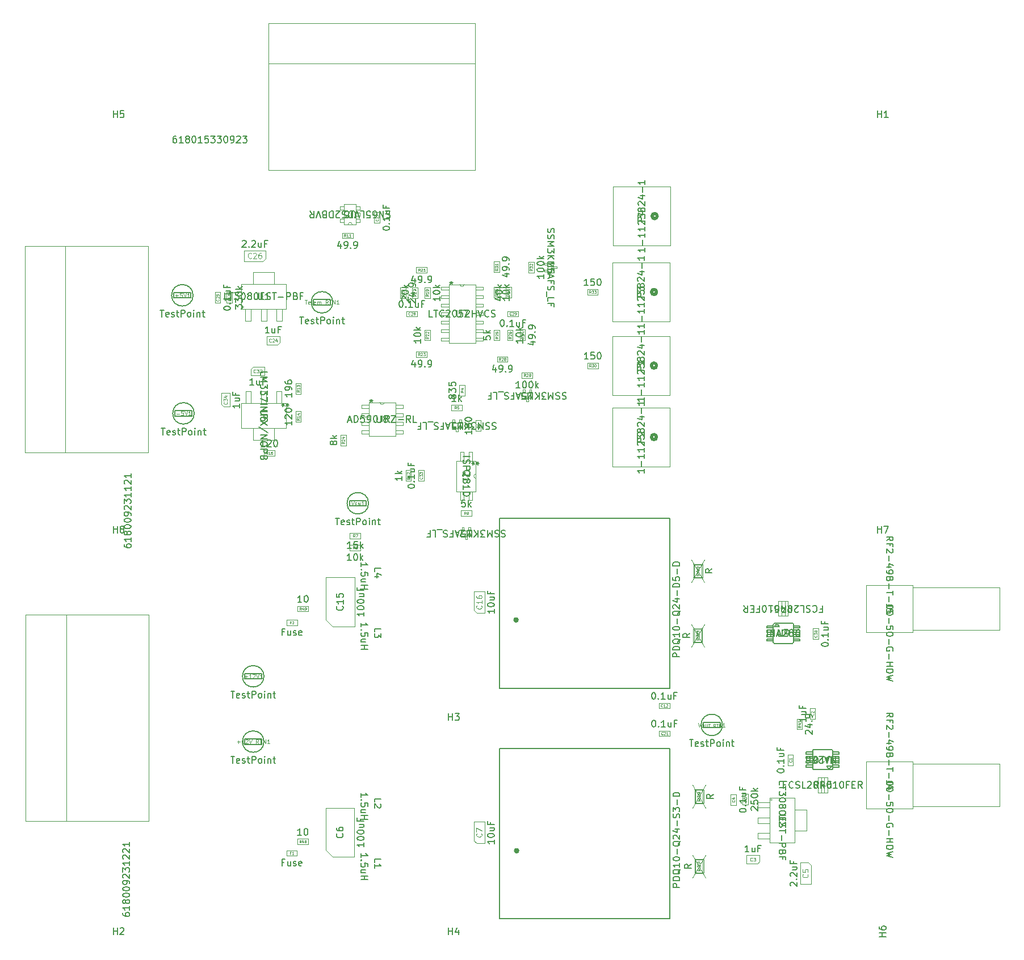
<source format=gbr>
%TF.GenerationSoftware,KiCad,Pcbnew,9.0.3*%
%TF.CreationDate,2025-09-17T10:51:31-04:00*%
%TF.ProjectId,4_COLD_TPC_SiPM_Pre_Amp,345f434f-4c44-45f5-9450-435f5369504d,rev?*%
%TF.SameCoordinates,Original*%
%TF.FileFunction,AssemblyDrawing,Top*%
%FSLAX46Y46*%
G04 Gerber Fmt 4.6, Leading zero omitted, Abs format (unit mm)*
G04 Created by KiCad (PCBNEW 9.0.3) date 2025-09-17 10:51:31*
%MOMM*%
%LPD*%
G01*
G04 APERTURE LIST*
%ADD10C,0.150000*%
%ADD11C,0.060000*%
%ADD12C,0.080000*%
%ADD13C,0.120000*%
%ADD14C,0.090000*%
%ADD15C,0.100000*%
%ADD16C,0.025400*%
%ADD17C,0.508000*%
%ADD18C,0.400000*%
%ADD19C,0.127000*%
G04 APERTURE END LIST*
D10*
X233264819Y-154032856D02*
X233264819Y-153937618D01*
X233264819Y-153937618D02*
X233312438Y-153842380D01*
X233312438Y-153842380D02*
X233360057Y-153794761D01*
X233360057Y-153794761D02*
X233455295Y-153747142D01*
X233455295Y-153747142D02*
X233645771Y-153699523D01*
X233645771Y-153699523D02*
X233883866Y-153699523D01*
X233883866Y-153699523D02*
X234074342Y-153747142D01*
X234074342Y-153747142D02*
X234169580Y-153794761D01*
X234169580Y-153794761D02*
X234217200Y-153842380D01*
X234217200Y-153842380D02*
X234264819Y-153937618D01*
X234264819Y-153937618D02*
X234264819Y-154032856D01*
X234264819Y-154032856D02*
X234217200Y-154128094D01*
X234217200Y-154128094D02*
X234169580Y-154175713D01*
X234169580Y-154175713D02*
X234074342Y-154223332D01*
X234074342Y-154223332D02*
X233883866Y-154270951D01*
X233883866Y-154270951D02*
X233645771Y-154270951D01*
X233645771Y-154270951D02*
X233455295Y-154223332D01*
X233455295Y-154223332D02*
X233360057Y-154175713D01*
X233360057Y-154175713D02*
X233312438Y-154128094D01*
X233312438Y-154128094D02*
X233264819Y-154032856D01*
X234169580Y-153270951D02*
X234217200Y-153223332D01*
X234217200Y-153223332D02*
X234264819Y-153270951D01*
X234264819Y-153270951D02*
X234217200Y-153318570D01*
X234217200Y-153318570D02*
X234169580Y-153270951D01*
X234169580Y-153270951D02*
X234264819Y-153270951D01*
X234264819Y-152270952D02*
X234264819Y-152842380D01*
X234264819Y-152556666D02*
X233264819Y-152556666D01*
X233264819Y-152556666D02*
X233407676Y-152651904D01*
X233407676Y-152651904D02*
X233502914Y-152747142D01*
X233502914Y-152747142D02*
X233550533Y-152842380D01*
X233598152Y-151413809D02*
X234264819Y-151413809D01*
X233598152Y-151842380D02*
X234121961Y-151842380D01*
X234121961Y-151842380D02*
X234217200Y-151794761D01*
X234217200Y-151794761D02*
X234264819Y-151699523D01*
X234264819Y-151699523D02*
X234264819Y-151556666D01*
X234264819Y-151556666D02*
X234217200Y-151461428D01*
X234217200Y-151461428D02*
X234169580Y-151413809D01*
X233741009Y-150604285D02*
X233741009Y-150937618D01*
X234264819Y-150937618D02*
X233264819Y-150937618D01*
X233264819Y-150937618D02*
X233264819Y-150461428D01*
D11*
X235383832Y-152456666D02*
X235402880Y-152475714D01*
X235402880Y-152475714D02*
X235421927Y-152532856D01*
X235421927Y-152532856D02*
X235421927Y-152570952D01*
X235421927Y-152570952D02*
X235402880Y-152628095D01*
X235402880Y-152628095D02*
X235364784Y-152666190D01*
X235364784Y-152666190D02*
X235326689Y-152685237D01*
X235326689Y-152685237D02*
X235250499Y-152704285D01*
X235250499Y-152704285D02*
X235193356Y-152704285D01*
X235193356Y-152704285D02*
X235117165Y-152685237D01*
X235117165Y-152685237D02*
X235079070Y-152666190D01*
X235079070Y-152666190D02*
X235040975Y-152628095D01*
X235040975Y-152628095D02*
X235021927Y-152570952D01*
X235021927Y-152570952D02*
X235021927Y-152532856D01*
X235021927Y-152532856D02*
X235040975Y-152475714D01*
X235040975Y-152475714D02*
X235060022Y-152456666D01*
X235421927Y-152075714D02*
X235421927Y-152304285D01*
X235421927Y-152189999D02*
X235021927Y-152189999D01*
X235021927Y-152189999D02*
X235079070Y-152228095D01*
X235079070Y-152228095D02*
X235117165Y-152266190D01*
X235117165Y-152266190D02*
X235136213Y-152304285D01*
D10*
X229042261Y-166116219D02*
X228470833Y-166116219D01*
X228756547Y-166116219D02*
X228756547Y-165116219D01*
X228756547Y-165116219D02*
X228661309Y-165259076D01*
X228661309Y-165259076D02*
X228566071Y-165354314D01*
X228566071Y-165354314D02*
X228470833Y-165401933D01*
X229899404Y-165449552D02*
X229899404Y-166116219D01*
X229470833Y-165449552D02*
X229470833Y-165973361D01*
X229470833Y-165973361D02*
X229518452Y-166068600D01*
X229518452Y-166068600D02*
X229613690Y-166116219D01*
X229613690Y-166116219D02*
X229756547Y-166116219D01*
X229756547Y-166116219D02*
X229851785Y-166068600D01*
X229851785Y-166068600D02*
X229899404Y-166020980D01*
X230708928Y-165592409D02*
X230375595Y-165592409D01*
X230375595Y-166116219D02*
X230375595Y-165116219D01*
X230375595Y-165116219D02*
X230851785Y-165116219D01*
D12*
X229554166Y-167420930D02*
X229530357Y-167444740D01*
X229530357Y-167444740D02*
X229458928Y-167468549D01*
X229458928Y-167468549D02*
X229411309Y-167468549D01*
X229411309Y-167468549D02*
X229339881Y-167444740D01*
X229339881Y-167444740D02*
X229292262Y-167397120D01*
X229292262Y-167397120D02*
X229268452Y-167349501D01*
X229268452Y-167349501D02*
X229244643Y-167254263D01*
X229244643Y-167254263D02*
X229244643Y-167182835D01*
X229244643Y-167182835D02*
X229268452Y-167087597D01*
X229268452Y-167087597D02*
X229292262Y-167039978D01*
X229292262Y-167039978D02*
X229339881Y-166992359D01*
X229339881Y-166992359D02*
X229411309Y-166968549D01*
X229411309Y-166968549D02*
X229458928Y-166968549D01*
X229458928Y-166968549D02*
X229530357Y-166992359D01*
X229530357Y-166992359D02*
X229554166Y-167016168D01*
X229720833Y-166968549D02*
X230030357Y-166968549D01*
X230030357Y-166968549D02*
X229863690Y-167159025D01*
X229863690Y-167159025D02*
X229935119Y-167159025D01*
X229935119Y-167159025D02*
X229982738Y-167182835D01*
X229982738Y-167182835D02*
X230006547Y-167206644D01*
X230006547Y-167206644D02*
X230030357Y-167254263D01*
X230030357Y-167254263D02*
X230030357Y-167373311D01*
X230030357Y-167373311D02*
X230006547Y-167420930D01*
X230006547Y-167420930D02*
X229982738Y-167444740D01*
X229982738Y-167444740D02*
X229935119Y-167468549D01*
X229935119Y-167468549D02*
X229792262Y-167468549D01*
X229792262Y-167468549D02*
X229744643Y-167444740D01*
X229744643Y-167444740D02*
X229720833Y-167420930D01*
D10*
X227614819Y-159954256D02*
X227614819Y-159859018D01*
X227614819Y-159859018D02*
X227662438Y-159763780D01*
X227662438Y-159763780D02*
X227710057Y-159716161D01*
X227710057Y-159716161D02*
X227805295Y-159668542D01*
X227805295Y-159668542D02*
X227995771Y-159620923D01*
X227995771Y-159620923D02*
X228233866Y-159620923D01*
X228233866Y-159620923D02*
X228424342Y-159668542D01*
X228424342Y-159668542D02*
X228519580Y-159716161D01*
X228519580Y-159716161D02*
X228567200Y-159763780D01*
X228567200Y-159763780D02*
X228614819Y-159859018D01*
X228614819Y-159859018D02*
X228614819Y-159954256D01*
X228614819Y-159954256D02*
X228567200Y-160049494D01*
X228567200Y-160049494D02*
X228519580Y-160097113D01*
X228519580Y-160097113D02*
X228424342Y-160144732D01*
X228424342Y-160144732D02*
X228233866Y-160192351D01*
X228233866Y-160192351D02*
X227995771Y-160192351D01*
X227995771Y-160192351D02*
X227805295Y-160144732D01*
X227805295Y-160144732D02*
X227710057Y-160097113D01*
X227710057Y-160097113D02*
X227662438Y-160049494D01*
X227662438Y-160049494D02*
X227614819Y-159954256D01*
X228519580Y-159192351D02*
X228567200Y-159144732D01*
X228567200Y-159144732D02*
X228614819Y-159192351D01*
X228614819Y-159192351D02*
X228567200Y-159239970D01*
X228567200Y-159239970D02*
X228519580Y-159192351D01*
X228519580Y-159192351D02*
X228614819Y-159192351D01*
X228614819Y-158192352D02*
X228614819Y-158763780D01*
X228614819Y-158478066D02*
X227614819Y-158478066D01*
X227614819Y-158478066D02*
X227757676Y-158573304D01*
X227757676Y-158573304D02*
X227852914Y-158668542D01*
X227852914Y-158668542D02*
X227900533Y-158763780D01*
X227948152Y-157335209D02*
X228614819Y-157335209D01*
X227948152Y-157763780D02*
X228471961Y-157763780D01*
X228471961Y-157763780D02*
X228567200Y-157716161D01*
X228567200Y-157716161D02*
X228614819Y-157620923D01*
X228614819Y-157620923D02*
X228614819Y-157478066D01*
X228614819Y-157478066D02*
X228567200Y-157382828D01*
X228567200Y-157382828D02*
X228519580Y-157335209D01*
X228091009Y-156525685D02*
X228091009Y-156859018D01*
X228614819Y-156859018D02*
X227614819Y-156859018D01*
X227614819Y-156859018D02*
X227614819Y-156382828D01*
D11*
X226873832Y-158378066D02*
X226892880Y-158397114D01*
X226892880Y-158397114D02*
X226911927Y-158454256D01*
X226911927Y-158454256D02*
X226911927Y-158492352D01*
X226911927Y-158492352D02*
X226892880Y-158549495D01*
X226892880Y-158549495D02*
X226854784Y-158587590D01*
X226854784Y-158587590D02*
X226816689Y-158606637D01*
X226816689Y-158606637D02*
X226740499Y-158625685D01*
X226740499Y-158625685D02*
X226683356Y-158625685D01*
X226683356Y-158625685D02*
X226607165Y-158606637D01*
X226607165Y-158606637D02*
X226569070Y-158587590D01*
X226569070Y-158587590D02*
X226530975Y-158549495D01*
X226530975Y-158549495D02*
X226511927Y-158492352D01*
X226511927Y-158492352D02*
X226511927Y-158454256D01*
X226511927Y-158454256D02*
X226530975Y-158397114D01*
X226530975Y-158397114D02*
X226550022Y-158378066D01*
X226645260Y-158035209D02*
X226911927Y-158035209D01*
X226492880Y-158130447D02*
X226778594Y-158225685D01*
X226778594Y-158225685D02*
X226778594Y-157978066D01*
D10*
X235280057Y-171180951D02*
X235232438Y-171133332D01*
X235232438Y-171133332D02*
X235184819Y-171038094D01*
X235184819Y-171038094D02*
X235184819Y-170799999D01*
X235184819Y-170799999D02*
X235232438Y-170704761D01*
X235232438Y-170704761D02*
X235280057Y-170657142D01*
X235280057Y-170657142D02*
X235375295Y-170609523D01*
X235375295Y-170609523D02*
X235470533Y-170609523D01*
X235470533Y-170609523D02*
X235613390Y-170657142D01*
X235613390Y-170657142D02*
X236184819Y-171228570D01*
X236184819Y-171228570D02*
X236184819Y-170609523D01*
X236089580Y-170180951D02*
X236137200Y-170133332D01*
X236137200Y-170133332D02*
X236184819Y-170180951D01*
X236184819Y-170180951D02*
X236137200Y-170228570D01*
X236137200Y-170228570D02*
X236089580Y-170180951D01*
X236089580Y-170180951D02*
X236184819Y-170180951D01*
X235280057Y-169752380D02*
X235232438Y-169704761D01*
X235232438Y-169704761D02*
X235184819Y-169609523D01*
X235184819Y-169609523D02*
X235184819Y-169371428D01*
X235184819Y-169371428D02*
X235232438Y-169276190D01*
X235232438Y-169276190D02*
X235280057Y-169228571D01*
X235280057Y-169228571D02*
X235375295Y-169180952D01*
X235375295Y-169180952D02*
X235470533Y-169180952D01*
X235470533Y-169180952D02*
X235613390Y-169228571D01*
X235613390Y-169228571D02*
X236184819Y-169799999D01*
X236184819Y-169799999D02*
X236184819Y-169180952D01*
X235518152Y-168323809D02*
X236184819Y-168323809D01*
X235518152Y-168752380D02*
X236041961Y-168752380D01*
X236041961Y-168752380D02*
X236137200Y-168704761D01*
X236137200Y-168704761D02*
X236184819Y-168609523D01*
X236184819Y-168609523D02*
X236184819Y-168466666D01*
X236184819Y-168466666D02*
X236137200Y-168371428D01*
X236137200Y-168371428D02*
X236089580Y-168323809D01*
X235661009Y-167514285D02*
X235661009Y-167847618D01*
X236184819Y-167847618D02*
X235184819Y-167847618D01*
X235184819Y-167847618D02*
X235184819Y-167371428D01*
D13*
X237767664Y-169433332D02*
X237805760Y-169471428D01*
X237805760Y-169471428D02*
X237843855Y-169585713D01*
X237843855Y-169585713D02*
X237843855Y-169661904D01*
X237843855Y-169661904D02*
X237805760Y-169776190D01*
X237805760Y-169776190D02*
X237729569Y-169852380D01*
X237729569Y-169852380D02*
X237653379Y-169890475D01*
X237653379Y-169890475D02*
X237500998Y-169928571D01*
X237500998Y-169928571D02*
X237386712Y-169928571D01*
X237386712Y-169928571D02*
X237234331Y-169890475D01*
X237234331Y-169890475D02*
X237158140Y-169852380D01*
X237158140Y-169852380D02*
X237081950Y-169776190D01*
X237081950Y-169776190D02*
X237043855Y-169661904D01*
X237043855Y-169661904D02*
X237043855Y-169585713D01*
X237043855Y-169585713D02*
X237081950Y-169471428D01*
X237081950Y-169471428D02*
X237120045Y-169433332D01*
X237043855Y-168709523D02*
X237043855Y-169090475D01*
X237043855Y-169090475D02*
X237424807Y-169128571D01*
X237424807Y-169128571D02*
X237386712Y-169090475D01*
X237386712Y-169090475D02*
X237348617Y-169014285D01*
X237348617Y-169014285D02*
X237348617Y-168823809D01*
X237348617Y-168823809D02*
X237386712Y-168747618D01*
X237386712Y-168747618D02*
X237424807Y-168709523D01*
X237424807Y-168709523D02*
X237500998Y-168671428D01*
X237500998Y-168671428D02*
X237691474Y-168671428D01*
X237691474Y-168671428D02*
X237767664Y-168709523D01*
X237767664Y-168709523D02*
X237805760Y-168747618D01*
X237805760Y-168747618D02*
X237843855Y-168823809D01*
X237843855Y-168823809D02*
X237843855Y-169014285D01*
X237843855Y-169014285D02*
X237805760Y-169090475D01*
X237805760Y-169090475D02*
X237767664Y-169128571D01*
D10*
X191032319Y-164301428D02*
X191032319Y-164872856D01*
X191032319Y-164587142D02*
X190032319Y-164587142D01*
X190032319Y-164587142D02*
X190175176Y-164682380D01*
X190175176Y-164682380D02*
X190270414Y-164777618D01*
X190270414Y-164777618D02*
X190318033Y-164872856D01*
X190032319Y-163682380D02*
X190032319Y-163587142D01*
X190032319Y-163587142D02*
X190079938Y-163491904D01*
X190079938Y-163491904D02*
X190127557Y-163444285D01*
X190127557Y-163444285D02*
X190222795Y-163396666D01*
X190222795Y-163396666D02*
X190413271Y-163349047D01*
X190413271Y-163349047D02*
X190651366Y-163349047D01*
X190651366Y-163349047D02*
X190841842Y-163396666D01*
X190841842Y-163396666D02*
X190937080Y-163444285D01*
X190937080Y-163444285D02*
X190984700Y-163491904D01*
X190984700Y-163491904D02*
X191032319Y-163587142D01*
X191032319Y-163587142D02*
X191032319Y-163682380D01*
X191032319Y-163682380D02*
X190984700Y-163777618D01*
X190984700Y-163777618D02*
X190937080Y-163825237D01*
X190937080Y-163825237D02*
X190841842Y-163872856D01*
X190841842Y-163872856D02*
X190651366Y-163920475D01*
X190651366Y-163920475D02*
X190413271Y-163920475D01*
X190413271Y-163920475D02*
X190222795Y-163872856D01*
X190222795Y-163872856D02*
X190127557Y-163825237D01*
X190127557Y-163825237D02*
X190079938Y-163777618D01*
X190079938Y-163777618D02*
X190032319Y-163682380D01*
X190365652Y-162491904D02*
X191032319Y-162491904D01*
X190365652Y-162920475D02*
X190889461Y-162920475D01*
X190889461Y-162920475D02*
X190984700Y-162872856D01*
X190984700Y-162872856D02*
X191032319Y-162777618D01*
X191032319Y-162777618D02*
X191032319Y-162634761D01*
X191032319Y-162634761D02*
X190984700Y-162539523D01*
X190984700Y-162539523D02*
X190937080Y-162491904D01*
X190508509Y-161682380D02*
X190508509Y-162015713D01*
X191032319Y-162015713D02*
X190032319Y-162015713D01*
X190032319Y-162015713D02*
X190032319Y-161539523D01*
D13*
X189115164Y-163363332D02*
X189153260Y-163401428D01*
X189153260Y-163401428D02*
X189191355Y-163515713D01*
X189191355Y-163515713D02*
X189191355Y-163591904D01*
X189191355Y-163591904D02*
X189153260Y-163706190D01*
X189153260Y-163706190D02*
X189077069Y-163782380D01*
X189077069Y-163782380D02*
X189000879Y-163820475D01*
X189000879Y-163820475D02*
X188848498Y-163858571D01*
X188848498Y-163858571D02*
X188734212Y-163858571D01*
X188734212Y-163858571D02*
X188581831Y-163820475D01*
X188581831Y-163820475D02*
X188505640Y-163782380D01*
X188505640Y-163782380D02*
X188429450Y-163706190D01*
X188429450Y-163706190D02*
X188391355Y-163591904D01*
X188391355Y-163591904D02*
X188391355Y-163515713D01*
X188391355Y-163515713D02*
X188429450Y-163401428D01*
X188429450Y-163401428D02*
X188467545Y-163363332D01*
X188391355Y-163096666D02*
X188391355Y-162563332D01*
X188391355Y-162563332D02*
X189191355Y-162906190D01*
D10*
X214765143Y-142296819D02*
X214860381Y-142296819D01*
X214860381Y-142296819D02*
X214955619Y-142344438D01*
X214955619Y-142344438D02*
X215003238Y-142392057D01*
X215003238Y-142392057D02*
X215050857Y-142487295D01*
X215050857Y-142487295D02*
X215098476Y-142677771D01*
X215098476Y-142677771D02*
X215098476Y-142915866D01*
X215098476Y-142915866D02*
X215050857Y-143106342D01*
X215050857Y-143106342D02*
X215003238Y-143201580D01*
X215003238Y-143201580D02*
X214955619Y-143249200D01*
X214955619Y-143249200D02*
X214860381Y-143296819D01*
X214860381Y-143296819D02*
X214765143Y-143296819D01*
X214765143Y-143296819D02*
X214669905Y-143249200D01*
X214669905Y-143249200D02*
X214622286Y-143201580D01*
X214622286Y-143201580D02*
X214574667Y-143106342D01*
X214574667Y-143106342D02*
X214527048Y-142915866D01*
X214527048Y-142915866D02*
X214527048Y-142677771D01*
X214527048Y-142677771D02*
X214574667Y-142487295D01*
X214574667Y-142487295D02*
X214622286Y-142392057D01*
X214622286Y-142392057D02*
X214669905Y-142344438D01*
X214669905Y-142344438D02*
X214765143Y-142296819D01*
X215527048Y-143201580D02*
X215574667Y-143249200D01*
X215574667Y-143249200D02*
X215527048Y-143296819D01*
X215527048Y-143296819D02*
X215479429Y-143249200D01*
X215479429Y-143249200D02*
X215527048Y-143201580D01*
X215527048Y-143201580D02*
X215527048Y-143296819D01*
X216527047Y-143296819D02*
X215955619Y-143296819D01*
X216241333Y-143296819D02*
X216241333Y-142296819D01*
X216241333Y-142296819D02*
X216146095Y-142439676D01*
X216146095Y-142439676D02*
X216050857Y-142534914D01*
X216050857Y-142534914D02*
X215955619Y-142582533D01*
X217384190Y-142630152D02*
X217384190Y-143296819D01*
X216955619Y-142630152D02*
X216955619Y-143153961D01*
X216955619Y-143153961D02*
X217003238Y-143249200D01*
X217003238Y-143249200D02*
X217098476Y-143296819D01*
X217098476Y-143296819D02*
X217241333Y-143296819D01*
X217241333Y-143296819D02*
X217336571Y-143249200D01*
X217336571Y-143249200D02*
X217384190Y-143201580D01*
X218193714Y-142773009D02*
X217860381Y-142773009D01*
X217860381Y-143296819D02*
X217860381Y-142296819D01*
X217860381Y-142296819D02*
X218336571Y-142296819D01*
D11*
X216150857Y-144415832D02*
X216131809Y-144434880D01*
X216131809Y-144434880D02*
X216074667Y-144453927D01*
X216074667Y-144453927D02*
X216036571Y-144453927D01*
X216036571Y-144453927D02*
X215979428Y-144434880D01*
X215979428Y-144434880D02*
X215941333Y-144396784D01*
X215941333Y-144396784D02*
X215922286Y-144358689D01*
X215922286Y-144358689D02*
X215903238Y-144282499D01*
X215903238Y-144282499D02*
X215903238Y-144225356D01*
X215903238Y-144225356D02*
X215922286Y-144149165D01*
X215922286Y-144149165D02*
X215941333Y-144111070D01*
X215941333Y-144111070D02*
X215979428Y-144072975D01*
X215979428Y-144072975D02*
X216036571Y-144053927D01*
X216036571Y-144053927D02*
X216074667Y-144053927D01*
X216074667Y-144053927D02*
X216131809Y-144072975D01*
X216131809Y-144072975D02*
X216150857Y-144092022D01*
X216531809Y-144453927D02*
X216303238Y-144453927D01*
X216417524Y-144453927D02*
X216417524Y-144053927D01*
X216417524Y-144053927D02*
X216379428Y-144111070D01*
X216379428Y-144111070D02*
X216341333Y-144149165D01*
X216341333Y-144149165D02*
X216303238Y-144168213D01*
X216684190Y-144092022D02*
X216703238Y-144072975D01*
X216703238Y-144072975D02*
X216741333Y-144053927D01*
X216741333Y-144053927D02*
X216836571Y-144053927D01*
X216836571Y-144053927D02*
X216874666Y-144072975D01*
X216874666Y-144072975D02*
X216893714Y-144092022D01*
X216893714Y-144092022D02*
X216912761Y-144130118D01*
X216912761Y-144130118D02*
X216912761Y-144168213D01*
X216912761Y-144168213D02*
X216893714Y-144225356D01*
X216893714Y-144225356D02*
X216665142Y-144453927D01*
X216665142Y-144453927D02*
X216912761Y-144453927D01*
D10*
X214797143Y-146454819D02*
X214892381Y-146454819D01*
X214892381Y-146454819D02*
X214987619Y-146502438D01*
X214987619Y-146502438D02*
X215035238Y-146550057D01*
X215035238Y-146550057D02*
X215082857Y-146645295D01*
X215082857Y-146645295D02*
X215130476Y-146835771D01*
X215130476Y-146835771D02*
X215130476Y-147073866D01*
X215130476Y-147073866D02*
X215082857Y-147264342D01*
X215082857Y-147264342D02*
X215035238Y-147359580D01*
X215035238Y-147359580D02*
X214987619Y-147407200D01*
X214987619Y-147407200D02*
X214892381Y-147454819D01*
X214892381Y-147454819D02*
X214797143Y-147454819D01*
X214797143Y-147454819D02*
X214701905Y-147407200D01*
X214701905Y-147407200D02*
X214654286Y-147359580D01*
X214654286Y-147359580D02*
X214606667Y-147264342D01*
X214606667Y-147264342D02*
X214559048Y-147073866D01*
X214559048Y-147073866D02*
X214559048Y-146835771D01*
X214559048Y-146835771D02*
X214606667Y-146645295D01*
X214606667Y-146645295D02*
X214654286Y-146550057D01*
X214654286Y-146550057D02*
X214701905Y-146502438D01*
X214701905Y-146502438D02*
X214797143Y-146454819D01*
X215559048Y-147359580D02*
X215606667Y-147407200D01*
X215606667Y-147407200D02*
X215559048Y-147454819D01*
X215559048Y-147454819D02*
X215511429Y-147407200D01*
X215511429Y-147407200D02*
X215559048Y-147359580D01*
X215559048Y-147359580D02*
X215559048Y-147454819D01*
X216559047Y-147454819D02*
X215987619Y-147454819D01*
X216273333Y-147454819D02*
X216273333Y-146454819D01*
X216273333Y-146454819D02*
X216178095Y-146597676D01*
X216178095Y-146597676D02*
X216082857Y-146692914D01*
X216082857Y-146692914D02*
X215987619Y-146740533D01*
X217416190Y-146788152D02*
X217416190Y-147454819D01*
X216987619Y-146788152D02*
X216987619Y-147311961D01*
X216987619Y-147311961D02*
X217035238Y-147407200D01*
X217035238Y-147407200D02*
X217130476Y-147454819D01*
X217130476Y-147454819D02*
X217273333Y-147454819D01*
X217273333Y-147454819D02*
X217368571Y-147407200D01*
X217368571Y-147407200D02*
X217416190Y-147359580D01*
X218225714Y-146931009D02*
X217892381Y-146931009D01*
X217892381Y-147454819D02*
X217892381Y-146454819D01*
X217892381Y-146454819D02*
X218368571Y-146454819D01*
D11*
X216182857Y-148573832D02*
X216163809Y-148592880D01*
X216163809Y-148592880D02*
X216106667Y-148611927D01*
X216106667Y-148611927D02*
X216068571Y-148611927D01*
X216068571Y-148611927D02*
X216011428Y-148592880D01*
X216011428Y-148592880D02*
X215973333Y-148554784D01*
X215973333Y-148554784D02*
X215954286Y-148516689D01*
X215954286Y-148516689D02*
X215935238Y-148440499D01*
X215935238Y-148440499D02*
X215935238Y-148383356D01*
X215935238Y-148383356D02*
X215954286Y-148307165D01*
X215954286Y-148307165D02*
X215973333Y-148269070D01*
X215973333Y-148269070D02*
X216011428Y-148230975D01*
X216011428Y-148230975D02*
X216068571Y-148211927D01*
X216068571Y-148211927D02*
X216106667Y-148211927D01*
X216106667Y-148211927D02*
X216163809Y-148230975D01*
X216163809Y-148230975D02*
X216182857Y-148250022D01*
X216335238Y-148250022D02*
X216354286Y-148230975D01*
X216354286Y-148230975D02*
X216392381Y-148211927D01*
X216392381Y-148211927D02*
X216487619Y-148211927D01*
X216487619Y-148211927D02*
X216525714Y-148230975D01*
X216525714Y-148230975D02*
X216544762Y-148250022D01*
X216544762Y-148250022D02*
X216563809Y-148288118D01*
X216563809Y-148288118D02*
X216563809Y-148326213D01*
X216563809Y-148326213D02*
X216544762Y-148383356D01*
X216544762Y-148383356D02*
X216316190Y-148611927D01*
X216316190Y-148611927D02*
X216563809Y-148611927D01*
X216944761Y-148611927D02*
X216716190Y-148611927D01*
X216830476Y-148611927D02*
X216830476Y-148211927D01*
X216830476Y-148211927D02*
X216792380Y-148269070D01*
X216792380Y-148269070D02*
X216754285Y-148307165D01*
X216754285Y-148307165D02*
X216716190Y-148326213D01*
D10*
X153456548Y-74915057D02*
X153504167Y-74867438D01*
X153504167Y-74867438D02*
X153599405Y-74819819D01*
X153599405Y-74819819D02*
X153837500Y-74819819D01*
X153837500Y-74819819D02*
X153932738Y-74867438D01*
X153932738Y-74867438D02*
X153980357Y-74915057D01*
X153980357Y-74915057D02*
X154027976Y-75010295D01*
X154027976Y-75010295D02*
X154027976Y-75105533D01*
X154027976Y-75105533D02*
X153980357Y-75248390D01*
X153980357Y-75248390D02*
X153408929Y-75819819D01*
X153408929Y-75819819D02*
X154027976Y-75819819D01*
X154456548Y-75724580D02*
X154504167Y-75772200D01*
X154504167Y-75772200D02*
X154456548Y-75819819D01*
X154456548Y-75819819D02*
X154408929Y-75772200D01*
X154408929Y-75772200D02*
X154456548Y-75724580D01*
X154456548Y-75724580D02*
X154456548Y-75819819D01*
X154885119Y-74915057D02*
X154932738Y-74867438D01*
X154932738Y-74867438D02*
X155027976Y-74819819D01*
X155027976Y-74819819D02*
X155266071Y-74819819D01*
X155266071Y-74819819D02*
X155361309Y-74867438D01*
X155361309Y-74867438D02*
X155408928Y-74915057D01*
X155408928Y-74915057D02*
X155456547Y-75010295D01*
X155456547Y-75010295D02*
X155456547Y-75105533D01*
X155456547Y-75105533D02*
X155408928Y-75248390D01*
X155408928Y-75248390D02*
X154837500Y-75819819D01*
X154837500Y-75819819D02*
X155456547Y-75819819D01*
X156313690Y-75153152D02*
X156313690Y-75819819D01*
X155885119Y-75153152D02*
X155885119Y-75676961D01*
X155885119Y-75676961D02*
X155932738Y-75772200D01*
X155932738Y-75772200D02*
X156027976Y-75819819D01*
X156027976Y-75819819D02*
X156170833Y-75819819D01*
X156170833Y-75819819D02*
X156266071Y-75772200D01*
X156266071Y-75772200D02*
X156313690Y-75724580D01*
X157123214Y-75296009D02*
X156789881Y-75296009D01*
X156789881Y-75819819D02*
X156789881Y-74819819D01*
X156789881Y-74819819D02*
X157266071Y-74819819D01*
D13*
X154823214Y-77402664D02*
X154785118Y-77440760D01*
X154785118Y-77440760D02*
X154670833Y-77478855D01*
X154670833Y-77478855D02*
X154594642Y-77478855D01*
X154594642Y-77478855D02*
X154480356Y-77440760D01*
X154480356Y-77440760D02*
X154404166Y-77364569D01*
X154404166Y-77364569D02*
X154366071Y-77288379D01*
X154366071Y-77288379D02*
X154327975Y-77135998D01*
X154327975Y-77135998D02*
X154327975Y-77021712D01*
X154327975Y-77021712D02*
X154366071Y-76869331D01*
X154366071Y-76869331D02*
X154404166Y-76793140D01*
X154404166Y-76793140D02*
X154480356Y-76716950D01*
X154480356Y-76716950D02*
X154594642Y-76678855D01*
X154594642Y-76678855D02*
X154670833Y-76678855D01*
X154670833Y-76678855D02*
X154785118Y-76716950D01*
X154785118Y-76716950D02*
X154823214Y-76755045D01*
X155127975Y-76755045D02*
X155166071Y-76716950D01*
X155166071Y-76716950D02*
X155242261Y-76678855D01*
X155242261Y-76678855D02*
X155432737Y-76678855D01*
X155432737Y-76678855D02*
X155508928Y-76716950D01*
X155508928Y-76716950D02*
X155547023Y-76755045D01*
X155547023Y-76755045D02*
X155585118Y-76831236D01*
X155585118Y-76831236D02*
X155585118Y-76907426D01*
X155585118Y-76907426D02*
X155547023Y-77021712D01*
X155547023Y-77021712D02*
X155089880Y-77478855D01*
X155089880Y-77478855D02*
X155585118Y-77478855D01*
X156270833Y-76678855D02*
X156118452Y-76678855D01*
X156118452Y-76678855D02*
X156042261Y-76716950D01*
X156042261Y-76716950D02*
X156004166Y-76755045D01*
X156004166Y-76755045D02*
X155927976Y-76869331D01*
X155927976Y-76869331D02*
X155889880Y-77021712D01*
X155889880Y-77021712D02*
X155889880Y-77326474D01*
X155889880Y-77326474D02*
X155927976Y-77402664D01*
X155927976Y-77402664D02*
X155966071Y-77440760D01*
X155966071Y-77440760D02*
X156042261Y-77478855D01*
X156042261Y-77478855D02*
X156194642Y-77478855D01*
X156194642Y-77478855D02*
X156270833Y-77440760D01*
X156270833Y-77440760D02*
X156308928Y-77402664D01*
X156308928Y-77402664D02*
X156347023Y-77326474D01*
X156347023Y-77326474D02*
X156347023Y-77135998D01*
X156347023Y-77135998D02*
X156308928Y-77059807D01*
X156308928Y-77059807D02*
X156270833Y-77021712D01*
X156270833Y-77021712D02*
X156194642Y-76983617D01*
X156194642Y-76983617D02*
X156042261Y-76983617D01*
X156042261Y-76983617D02*
X155966071Y-77021712D01*
X155966071Y-77021712D02*
X155927976Y-77059807D01*
X155927976Y-77059807D02*
X155889880Y-77135998D01*
D10*
X174444819Y-73042856D02*
X174444819Y-72947618D01*
X174444819Y-72947618D02*
X174492438Y-72852380D01*
X174492438Y-72852380D02*
X174540057Y-72804761D01*
X174540057Y-72804761D02*
X174635295Y-72757142D01*
X174635295Y-72757142D02*
X174825771Y-72709523D01*
X174825771Y-72709523D02*
X175063866Y-72709523D01*
X175063866Y-72709523D02*
X175254342Y-72757142D01*
X175254342Y-72757142D02*
X175349580Y-72804761D01*
X175349580Y-72804761D02*
X175397200Y-72852380D01*
X175397200Y-72852380D02*
X175444819Y-72947618D01*
X175444819Y-72947618D02*
X175444819Y-73042856D01*
X175444819Y-73042856D02*
X175397200Y-73138094D01*
X175397200Y-73138094D02*
X175349580Y-73185713D01*
X175349580Y-73185713D02*
X175254342Y-73233332D01*
X175254342Y-73233332D02*
X175063866Y-73280951D01*
X175063866Y-73280951D02*
X174825771Y-73280951D01*
X174825771Y-73280951D02*
X174635295Y-73233332D01*
X174635295Y-73233332D02*
X174540057Y-73185713D01*
X174540057Y-73185713D02*
X174492438Y-73138094D01*
X174492438Y-73138094D02*
X174444819Y-73042856D01*
X175349580Y-72280951D02*
X175397200Y-72233332D01*
X175397200Y-72233332D02*
X175444819Y-72280951D01*
X175444819Y-72280951D02*
X175397200Y-72328570D01*
X175397200Y-72328570D02*
X175349580Y-72280951D01*
X175349580Y-72280951D02*
X175444819Y-72280951D01*
X175444819Y-71280952D02*
X175444819Y-71852380D01*
X175444819Y-71566666D02*
X174444819Y-71566666D01*
X174444819Y-71566666D02*
X174587676Y-71661904D01*
X174587676Y-71661904D02*
X174682914Y-71757142D01*
X174682914Y-71757142D02*
X174730533Y-71852380D01*
X174778152Y-70423809D02*
X175444819Y-70423809D01*
X174778152Y-70852380D02*
X175301961Y-70852380D01*
X175301961Y-70852380D02*
X175397200Y-70804761D01*
X175397200Y-70804761D02*
X175444819Y-70709523D01*
X175444819Y-70709523D02*
X175444819Y-70566666D01*
X175444819Y-70566666D02*
X175397200Y-70471428D01*
X175397200Y-70471428D02*
X175349580Y-70423809D01*
X174921009Y-69614285D02*
X174921009Y-69947618D01*
X175444819Y-69947618D02*
X174444819Y-69947618D01*
X174444819Y-69947618D02*
X174444819Y-69471428D01*
D11*
X173703832Y-71657142D02*
X173722880Y-71676190D01*
X173722880Y-71676190D02*
X173741927Y-71733332D01*
X173741927Y-71733332D02*
X173741927Y-71771428D01*
X173741927Y-71771428D02*
X173722880Y-71828571D01*
X173722880Y-71828571D02*
X173684784Y-71866666D01*
X173684784Y-71866666D02*
X173646689Y-71885713D01*
X173646689Y-71885713D02*
X173570499Y-71904761D01*
X173570499Y-71904761D02*
X173513356Y-71904761D01*
X173513356Y-71904761D02*
X173437165Y-71885713D01*
X173437165Y-71885713D02*
X173399070Y-71866666D01*
X173399070Y-71866666D02*
X173360975Y-71828571D01*
X173360975Y-71828571D02*
X173341927Y-71771428D01*
X173341927Y-71771428D02*
X173341927Y-71733332D01*
X173341927Y-71733332D02*
X173360975Y-71676190D01*
X173360975Y-71676190D02*
X173380022Y-71657142D01*
X173380022Y-71504761D02*
X173360975Y-71485713D01*
X173360975Y-71485713D02*
X173341927Y-71447618D01*
X173341927Y-71447618D02*
X173341927Y-71352380D01*
X173341927Y-71352380D02*
X173360975Y-71314285D01*
X173360975Y-71314285D02*
X173380022Y-71295237D01*
X173380022Y-71295237D02*
X173418118Y-71276190D01*
X173418118Y-71276190D02*
X173456213Y-71276190D01*
X173456213Y-71276190D02*
X173513356Y-71295237D01*
X173513356Y-71295237D02*
X173741927Y-71523809D01*
X173741927Y-71523809D02*
X173741927Y-71276190D01*
X173341927Y-71142857D02*
X173341927Y-70876190D01*
X173341927Y-70876190D02*
X173741927Y-71047619D01*
D10*
X177096293Y-83784819D02*
X177191531Y-83784819D01*
X177191531Y-83784819D02*
X177286769Y-83832438D01*
X177286769Y-83832438D02*
X177334388Y-83880057D01*
X177334388Y-83880057D02*
X177382007Y-83975295D01*
X177382007Y-83975295D02*
X177429626Y-84165771D01*
X177429626Y-84165771D02*
X177429626Y-84403866D01*
X177429626Y-84403866D02*
X177382007Y-84594342D01*
X177382007Y-84594342D02*
X177334388Y-84689580D01*
X177334388Y-84689580D02*
X177286769Y-84737200D01*
X177286769Y-84737200D02*
X177191531Y-84784819D01*
X177191531Y-84784819D02*
X177096293Y-84784819D01*
X177096293Y-84784819D02*
X177001055Y-84737200D01*
X177001055Y-84737200D02*
X176953436Y-84689580D01*
X176953436Y-84689580D02*
X176905817Y-84594342D01*
X176905817Y-84594342D02*
X176858198Y-84403866D01*
X176858198Y-84403866D02*
X176858198Y-84165771D01*
X176858198Y-84165771D02*
X176905817Y-83975295D01*
X176905817Y-83975295D02*
X176953436Y-83880057D01*
X176953436Y-83880057D02*
X177001055Y-83832438D01*
X177001055Y-83832438D02*
X177096293Y-83784819D01*
X177858198Y-84689580D02*
X177905817Y-84737200D01*
X177905817Y-84737200D02*
X177858198Y-84784819D01*
X177858198Y-84784819D02*
X177810579Y-84737200D01*
X177810579Y-84737200D02*
X177858198Y-84689580D01*
X177858198Y-84689580D02*
X177858198Y-84784819D01*
X178858197Y-84784819D02*
X178286769Y-84784819D01*
X178572483Y-84784819D02*
X178572483Y-83784819D01*
X178572483Y-83784819D02*
X178477245Y-83927676D01*
X178477245Y-83927676D02*
X178382007Y-84022914D01*
X178382007Y-84022914D02*
X178286769Y-84070533D01*
X179715340Y-84118152D02*
X179715340Y-84784819D01*
X179286769Y-84118152D02*
X179286769Y-84641961D01*
X179286769Y-84641961D02*
X179334388Y-84737200D01*
X179334388Y-84737200D02*
X179429626Y-84784819D01*
X179429626Y-84784819D02*
X179572483Y-84784819D01*
X179572483Y-84784819D02*
X179667721Y-84737200D01*
X179667721Y-84737200D02*
X179715340Y-84689580D01*
X180524864Y-84261009D02*
X180191531Y-84261009D01*
X180191531Y-84784819D02*
X180191531Y-83784819D01*
X180191531Y-83784819D02*
X180667721Y-83784819D01*
D11*
X178482007Y-85903832D02*
X178462959Y-85922880D01*
X178462959Y-85922880D02*
X178405817Y-85941927D01*
X178405817Y-85941927D02*
X178367721Y-85941927D01*
X178367721Y-85941927D02*
X178310578Y-85922880D01*
X178310578Y-85922880D02*
X178272483Y-85884784D01*
X178272483Y-85884784D02*
X178253436Y-85846689D01*
X178253436Y-85846689D02*
X178234388Y-85770499D01*
X178234388Y-85770499D02*
X178234388Y-85713356D01*
X178234388Y-85713356D02*
X178253436Y-85637165D01*
X178253436Y-85637165D02*
X178272483Y-85599070D01*
X178272483Y-85599070D02*
X178310578Y-85560975D01*
X178310578Y-85560975D02*
X178367721Y-85541927D01*
X178367721Y-85541927D02*
X178405817Y-85541927D01*
X178405817Y-85541927D02*
X178462959Y-85560975D01*
X178462959Y-85560975D02*
X178482007Y-85580022D01*
X178634388Y-85580022D02*
X178653436Y-85560975D01*
X178653436Y-85560975D02*
X178691531Y-85541927D01*
X178691531Y-85541927D02*
X178786769Y-85541927D01*
X178786769Y-85541927D02*
X178824864Y-85560975D01*
X178824864Y-85560975D02*
X178843912Y-85580022D01*
X178843912Y-85580022D02*
X178862959Y-85618118D01*
X178862959Y-85618118D02*
X178862959Y-85656213D01*
X178862959Y-85656213D02*
X178843912Y-85713356D01*
X178843912Y-85713356D02*
X178615340Y-85941927D01*
X178615340Y-85941927D02*
X178862959Y-85941927D01*
X179091530Y-85713356D02*
X179053435Y-85694308D01*
X179053435Y-85694308D02*
X179034388Y-85675260D01*
X179034388Y-85675260D02*
X179015340Y-85637165D01*
X179015340Y-85637165D02*
X179015340Y-85618118D01*
X179015340Y-85618118D02*
X179034388Y-85580022D01*
X179034388Y-85580022D02*
X179053435Y-85560975D01*
X179053435Y-85560975D02*
X179091530Y-85541927D01*
X179091530Y-85541927D02*
X179167721Y-85541927D01*
X179167721Y-85541927D02*
X179205816Y-85560975D01*
X179205816Y-85560975D02*
X179224864Y-85580022D01*
X179224864Y-85580022D02*
X179243911Y-85618118D01*
X179243911Y-85618118D02*
X179243911Y-85637165D01*
X179243911Y-85637165D02*
X179224864Y-85675260D01*
X179224864Y-85675260D02*
X179205816Y-85694308D01*
X179205816Y-85694308D02*
X179167721Y-85713356D01*
X179167721Y-85713356D02*
X179091530Y-85713356D01*
X179091530Y-85713356D02*
X179053435Y-85732403D01*
X179053435Y-85732403D02*
X179034388Y-85751451D01*
X179034388Y-85751451D02*
X179015340Y-85789546D01*
X179015340Y-85789546D02*
X179015340Y-85865737D01*
X179015340Y-85865737D02*
X179034388Y-85903832D01*
X179034388Y-85903832D02*
X179053435Y-85922880D01*
X179053435Y-85922880D02*
X179091530Y-85941927D01*
X179091530Y-85941927D02*
X179167721Y-85941927D01*
X179167721Y-85941927D02*
X179205816Y-85922880D01*
X179205816Y-85922880D02*
X179224864Y-85903832D01*
X179224864Y-85903832D02*
X179243911Y-85865737D01*
X179243911Y-85865737D02*
X179243911Y-85789546D01*
X179243911Y-85789546D02*
X179224864Y-85751451D01*
X179224864Y-85751451D02*
X179205816Y-85732403D01*
X179205816Y-85732403D02*
X179167721Y-85713356D01*
D10*
X192186293Y-86644819D02*
X192281531Y-86644819D01*
X192281531Y-86644819D02*
X192376769Y-86692438D01*
X192376769Y-86692438D02*
X192424388Y-86740057D01*
X192424388Y-86740057D02*
X192472007Y-86835295D01*
X192472007Y-86835295D02*
X192519626Y-87025771D01*
X192519626Y-87025771D02*
X192519626Y-87263866D01*
X192519626Y-87263866D02*
X192472007Y-87454342D01*
X192472007Y-87454342D02*
X192424388Y-87549580D01*
X192424388Y-87549580D02*
X192376769Y-87597200D01*
X192376769Y-87597200D02*
X192281531Y-87644819D01*
X192281531Y-87644819D02*
X192186293Y-87644819D01*
X192186293Y-87644819D02*
X192091055Y-87597200D01*
X192091055Y-87597200D02*
X192043436Y-87549580D01*
X192043436Y-87549580D02*
X191995817Y-87454342D01*
X191995817Y-87454342D02*
X191948198Y-87263866D01*
X191948198Y-87263866D02*
X191948198Y-87025771D01*
X191948198Y-87025771D02*
X191995817Y-86835295D01*
X191995817Y-86835295D02*
X192043436Y-86740057D01*
X192043436Y-86740057D02*
X192091055Y-86692438D01*
X192091055Y-86692438D02*
X192186293Y-86644819D01*
X192948198Y-87549580D02*
X192995817Y-87597200D01*
X192995817Y-87597200D02*
X192948198Y-87644819D01*
X192948198Y-87644819D02*
X192900579Y-87597200D01*
X192900579Y-87597200D02*
X192948198Y-87549580D01*
X192948198Y-87549580D02*
X192948198Y-87644819D01*
X193948197Y-87644819D02*
X193376769Y-87644819D01*
X193662483Y-87644819D02*
X193662483Y-86644819D01*
X193662483Y-86644819D02*
X193567245Y-86787676D01*
X193567245Y-86787676D02*
X193472007Y-86882914D01*
X193472007Y-86882914D02*
X193376769Y-86930533D01*
X194805340Y-86978152D02*
X194805340Y-87644819D01*
X194376769Y-86978152D02*
X194376769Y-87501961D01*
X194376769Y-87501961D02*
X194424388Y-87597200D01*
X194424388Y-87597200D02*
X194519626Y-87644819D01*
X194519626Y-87644819D02*
X194662483Y-87644819D01*
X194662483Y-87644819D02*
X194757721Y-87597200D01*
X194757721Y-87597200D02*
X194805340Y-87549580D01*
X195614864Y-87121009D02*
X195281531Y-87121009D01*
X195281531Y-87644819D02*
X195281531Y-86644819D01*
X195281531Y-86644819D02*
X195757721Y-86644819D01*
D11*
X193572007Y-85903832D02*
X193552959Y-85922880D01*
X193552959Y-85922880D02*
X193495817Y-85941927D01*
X193495817Y-85941927D02*
X193457721Y-85941927D01*
X193457721Y-85941927D02*
X193400578Y-85922880D01*
X193400578Y-85922880D02*
X193362483Y-85884784D01*
X193362483Y-85884784D02*
X193343436Y-85846689D01*
X193343436Y-85846689D02*
X193324388Y-85770499D01*
X193324388Y-85770499D02*
X193324388Y-85713356D01*
X193324388Y-85713356D02*
X193343436Y-85637165D01*
X193343436Y-85637165D02*
X193362483Y-85599070D01*
X193362483Y-85599070D02*
X193400578Y-85560975D01*
X193400578Y-85560975D02*
X193457721Y-85541927D01*
X193457721Y-85541927D02*
X193495817Y-85541927D01*
X193495817Y-85541927D02*
X193552959Y-85560975D01*
X193552959Y-85560975D02*
X193572007Y-85580022D01*
X193724388Y-85580022D02*
X193743436Y-85560975D01*
X193743436Y-85560975D02*
X193781531Y-85541927D01*
X193781531Y-85541927D02*
X193876769Y-85541927D01*
X193876769Y-85541927D02*
X193914864Y-85560975D01*
X193914864Y-85560975D02*
X193933912Y-85580022D01*
X193933912Y-85580022D02*
X193952959Y-85618118D01*
X193952959Y-85618118D02*
X193952959Y-85656213D01*
X193952959Y-85656213D02*
X193933912Y-85713356D01*
X193933912Y-85713356D02*
X193705340Y-85941927D01*
X193705340Y-85941927D02*
X193952959Y-85941927D01*
X194143435Y-85941927D02*
X194219626Y-85941927D01*
X194219626Y-85941927D02*
X194257721Y-85922880D01*
X194257721Y-85922880D02*
X194276769Y-85903832D01*
X194276769Y-85903832D02*
X194314864Y-85846689D01*
X194314864Y-85846689D02*
X194333911Y-85770499D01*
X194333911Y-85770499D02*
X194333911Y-85618118D01*
X194333911Y-85618118D02*
X194314864Y-85580022D01*
X194314864Y-85580022D02*
X194295816Y-85560975D01*
X194295816Y-85560975D02*
X194257721Y-85541927D01*
X194257721Y-85541927D02*
X194181530Y-85541927D01*
X194181530Y-85541927D02*
X194143435Y-85560975D01*
X194143435Y-85560975D02*
X194124388Y-85580022D01*
X194124388Y-85580022D02*
X194105340Y-85618118D01*
X194105340Y-85618118D02*
X194105340Y-85713356D01*
X194105340Y-85713356D02*
X194124388Y-85751451D01*
X194124388Y-85751451D02*
X194143435Y-85770499D01*
X194143435Y-85770499D02*
X194181530Y-85789546D01*
X194181530Y-85789546D02*
X194257721Y-85789546D01*
X194257721Y-85789546D02*
X194295816Y-85770499D01*
X194295816Y-85770499D02*
X194314864Y-85751451D01*
X194314864Y-85751451D02*
X194333911Y-85713356D01*
D10*
X239874819Y-135172856D02*
X239874819Y-135077618D01*
X239874819Y-135077618D02*
X239922438Y-134982380D01*
X239922438Y-134982380D02*
X239970057Y-134934761D01*
X239970057Y-134934761D02*
X240065295Y-134887142D01*
X240065295Y-134887142D02*
X240255771Y-134839523D01*
X240255771Y-134839523D02*
X240493866Y-134839523D01*
X240493866Y-134839523D02*
X240684342Y-134887142D01*
X240684342Y-134887142D02*
X240779580Y-134934761D01*
X240779580Y-134934761D02*
X240827200Y-134982380D01*
X240827200Y-134982380D02*
X240874819Y-135077618D01*
X240874819Y-135077618D02*
X240874819Y-135172856D01*
X240874819Y-135172856D02*
X240827200Y-135268094D01*
X240827200Y-135268094D02*
X240779580Y-135315713D01*
X240779580Y-135315713D02*
X240684342Y-135363332D01*
X240684342Y-135363332D02*
X240493866Y-135410951D01*
X240493866Y-135410951D02*
X240255771Y-135410951D01*
X240255771Y-135410951D02*
X240065295Y-135363332D01*
X240065295Y-135363332D02*
X239970057Y-135315713D01*
X239970057Y-135315713D02*
X239922438Y-135268094D01*
X239922438Y-135268094D02*
X239874819Y-135172856D01*
X240779580Y-134410951D02*
X240827200Y-134363332D01*
X240827200Y-134363332D02*
X240874819Y-134410951D01*
X240874819Y-134410951D02*
X240827200Y-134458570D01*
X240827200Y-134458570D02*
X240779580Y-134410951D01*
X240779580Y-134410951D02*
X240874819Y-134410951D01*
X240874819Y-133410952D02*
X240874819Y-133982380D01*
X240874819Y-133696666D02*
X239874819Y-133696666D01*
X239874819Y-133696666D02*
X240017676Y-133791904D01*
X240017676Y-133791904D02*
X240112914Y-133887142D01*
X240112914Y-133887142D02*
X240160533Y-133982380D01*
X240208152Y-132553809D02*
X240874819Y-132553809D01*
X240208152Y-132982380D02*
X240731961Y-132982380D01*
X240731961Y-132982380D02*
X240827200Y-132934761D01*
X240827200Y-132934761D02*
X240874819Y-132839523D01*
X240874819Y-132839523D02*
X240874819Y-132696666D01*
X240874819Y-132696666D02*
X240827200Y-132601428D01*
X240827200Y-132601428D02*
X240779580Y-132553809D01*
X240351009Y-131744285D02*
X240351009Y-132077618D01*
X240874819Y-132077618D02*
X239874819Y-132077618D01*
X239874819Y-132077618D02*
X239874819Y-131601428D01*
D11*
X239133832Y-133787142D02*
X239152880Y-133806190D01*
X239152880Y-133806190D02*
X239171927Y-133863332D01*
X239171927Y-133863332D02*
X239171927Y-133901428D01*
X239171927Y-133901428D02*
X239152880Y-133958571D01*
X239152880Y-133958571D02*
X239114784Y-133996666D01*
X239114784Y-133996666D02*
X239076689Y-134015713D01*
X239076689Y-134015713D02*
X239000499Y-134034761D01*
X239000499Y-134034761D02*
X238943356Y-134034761D01*
X238943356Y-134034761D02*
X238867165Y-134015713D01*
X238867165Y-134015713D02*
X238829070Y-133996666D01*
X238829070Y-133996666D02*
X238790975Y-133958571D01*
X238790975Y-133958571D02*
X238771927Y-133901428D01*
X238771927Y-133901428D02*
X238771927Y-133863332D01*
X238771927Y-133863332D02*
X238790975Y-133806190D01*
X238790975Y-133806190D02*
X238810022Y-133787142D01*
X238771927Y-133653809D02*
X238771927Y-133406190D01*
X238771927Y-133406190D02*
X238924308Y-133539523D01*
X238924308Y-133539523D02*
X238924308Y-133482380D01*
X238924308Y-133482380D02*
X238943356Y-133444285D01*
X238943356Y-133444285D02*
X238962403Y-133425237D01*
X238962403Y-133425237D02*
X239000499Y-133406190D01*
X239000499Y-133406190D02*
X239095737Y-133406190D01*
X239095737Y-133406190D02*
X239133832Y-133425237D01*
X239133832Y-133425237D02*
X239152880Y-133444285D01*
X239152880Y-133444285D02*
X239171927Y-133482380D01*
X239171927Y-133482380D02*
X239171927Y-133596666D01*
X239171927Y-133596666D02*
X239152880Y-133634761D01*
X239152880Y-133634761D02*
X239133832Y-133653809D01*
X238771927Y-133158571D02*
X238771927Y-133120476D01*
X238771927Y-133120476D02*
X238790975Y-133082380D01*
X238790975Y-133082380D02*
X238810022Y-133063333D01*
X238810022Y-133063333D02*
X238848118Y-133044285D01*
X238848118Y-133044285D02*
X238924308Y-133025238D01*
X238924308Y-133025238D02*
X239019546Y-133025238D01*
X239019546Y-133025238D02*
X239095737Y-133044285D01*
X239095737Y-133044285D02*
X239133832Y-133063333D01*
X239133832Y-133063333D02*
X239152880Y-133082380D01*
X239152880Y-133082380D02*
X239171927Y-133120476D01*
X239171927Y-133120476D02*
X239171927Y-133158571D01*
X239171927Y-133158571D02*
X239152880Y-133196666D01*
X239152880Y-133196666D02*
X239133832Y-133215714D01*
X239133832Y-133215714D02*
X239095737Y-133234761D01*
X239095737Y-133234761D02*
X239019546Y-133253809D01*
X239019546Y-133253809D02*
X238924308Y-133253809D01*
X238924308Y-133253809D02*
X238848118Y-133234761D01*
X238848118Y-133234761D02*
X238810022Y-133215714D01*
X238810022Y-133215714D02*
X238790975Y-133196666D01*
X238790975Y-133196666D02*
X238771927Y-133158571D01*
D10*
X153014819Y-99220238D02*
X153014819Y-99791666D01*
X153014819Y-99505952D02*
X152014819Y-99505952D01*
X152014819Y-99505952D02*
X152157676Y-99601190D01*
X152157676Y-99601190D02*
X152252914Y-99696428D01*
X152252914Y-99696428D02*
X152300533Y-99791666D01*
X152348152Y-98363095D02*
X153014819Y-98363095D01*
X152348152Y-98791666D02*
X152871961Y-98791666D01*
X152871961Y-98791666D02*
X152967200Y-98744047D01*
X152967200Y-98744047D02*
X153014819Y-98648809D01*
X153014819Y-98648809D02*
X153014819Y-98505952D01*
X153014819Y-98505952D02*
X152967200Y-98410714D01*
X152967200Y-98410714D02*
X152919580Y-98363095D01*
X152491009Y-97553571D02*
X152491009Y-97886904D01*
X153014819Y-97886904D02*
X152014819Y-97886904D01*
X152014819Y-97886904D02*
X152014819Y-97410714D01*
D12*
X151159530Y-98946428D02*
X151183340Y-98970237D01*
X151183340Y-98970237D02*
X151207149Y-99041666D01*
X151207149Y-99041666D02*
X151207149Y-99089285D01*
X151207149Y-99089285D02*
X151183340Y-99160713D01*
X151183340Y-99160713D02*
X151135720Y-99208332D01*
X151135720Y-99208332D02*
X151088101Y-99232142D01*
X151088101Y-99232142D02*
X150992863Y-99255951D01*
X150992863Y-99255951D02*
X150921435Y-99255951D01*
X150921435Y-99255951D02*
X150826197Y-99232142D01*
X150826197Y-99232142D02*
X150778578Y-99208332D01*
X150778578Y-99208332D02*
X150730959Y-99160713D01*
X150730959Y-99160713D02*
X150707149Y-99089285D01*
X150707149Y-99089285D02*
X150707149Y-99041666D01*
X150707149Y-99041666D02*
X150730959Y-98970237D01*
X150730959Y-98970237D02*
X150754768Y-98946428D01*
X150707149Y-98779761D02*
X150707149Y-98470237D01*
X150707149Y-98470237D02*
X150897625Y-98636904D01*
X150897625Y-98636904D02*
X150897625Y-98565475D01*
X150897625Y-98565475D02*
X150921435Y-98517856D01*
X150921435Y-98517856D02*
X150945244Y-98494047D01*
X150945244Y-98494047D02*
X150992863Y-98470237D01*
X150992863Y-98470237D02*
X151111911Y-98470237D01*
X151111911Y-98470237D02*
X151159530Y-98494047D01*
X151159530Y-98494047D02*
X151183340Y-98517856D01*
X151183340Y-98517856D02*
X151207149Y-98565475D01*
X151207149Y-98565475D02*
X151207149Y-98708332D01*
X151207149Y-98708332D02*
X151183340Y-98755951D01*
X151183340Y-98755951D02*
X151159530Y-98779761D01*
X150873816Y-98041666D02*
X151207149Y-98041666D01*
X150683340Y-98160714D02*
X151040482Y-98279761D01*
X151040482Y-98279761D02*
X151040482Y-97970238D01*
D10*
X249545180Y-145967143D02*
X250021371Y-145633810D01*
X249545180Y-145395715D02*
X250545180Y-145395715D01*
X250545180Y-145395715D02*
X250545180Y-145776667D01*
X250545180Y-145776667D02*
X250497561Y-145871905D01*
X250497561Y-145871905D02*
X250449942Y-145919524D01*
X250449942Y-145919524D02*
X250354704Y-145967143D01*
X250354704Y-145967143D02*
X250211847Y-145967143D01*
X250211847Y-145967143D02*
X250116609Y-145919524D01*
X250116609Y-145919524D02*
X250068990Y-145871905D01*
X250068990Y-145871905D02*
X250021371Y-145776667D01*
X250021371Y-145776667D02*
X250021371Y-145395715D01*
X250068990Y-146729048D02*
X250068990Y-146395715D01*
X249545180Y-146395715D02*
X250545180Y-146395715D01*
X250545180Y-146395715D02*
X250545180Y-146871905D01*
X250449942Y-147205239D02*
X250497561Y-147252858D01*
X250497561Y-147252858D02*
X250545180Y-147348096D01*
X250545180Y-147348096D02*
X250545180Y-147586191D01*
X250545180Y-147586191D02*
X250497561Y-147681429D01*
X250497561Y-147681429D02*
X250449942Y-147729048D01*
X250449942Y-147729048D02*
X250354704Y-147776667D01*
X250354704Y-147776667D02*
X250259466Y-147776667D01*
X250259466Y-147776667D02*
X250116609Y-147729048D01*
X250116609Y-147729048D02*
X249545180Y-147157620D01*
X249545180Y-147157620D02*
X249545180Y-147776667D01*
X249926133Y-148205239D02*
X249926133Y-148967144D01*
X250211847Y-149871905D02*
X249545180Y-149871905D01*
X250592800Y-149633810D02*
X249878514Y-149395715D01*
X249878514Y-149395715D02*
X249878514Y-150014762D01*
X249545180Y-150443334D02*
X249545180Y-150633810D01*
X249545180Y-150633810D02*
X249592800Y-150729048D01*
X249592800Y-150729048D02*
X249640419Y-150776667D01*
X249640419Y-150776667D02*
X249783276Y-150871905D01*
X249783276Y-150871905D02*
X249973752Y-150919524D01*
X249973752Y-150919524D02*
X250354704Y-150919524D01*
X250354704Y-150919524D02*
X250449942Y-150871905D01*
X250449942Y-150871905D02*
X250497561Y-150824286D01*
X250497561Y-150824286D02*
X250545180Y-150729048D01*
X250545180Y-150729048D02*
X250545180Y-150538572D01*
X250545180Y-150538572D02*
X250497561Y-150443334D01*
X250497561Y-150443334D02*
X250449942Y-150395715D01*
X250449942Y-150395715D02*
X250354704Y-150348096D01*
X250354704Y-150348096D02*
X250116609Y-150348096D01*
X250116609Y-150348096D02*
X250021371Y-150395715D01*
X250021371Y-150395715D02*
X249973752Y-150443334D01*
X249973752Y-150443334D02*
X249926133Y-150538572D01*
X249926133Y-150538572D02*
X249926133Y-150729048D01*
X249926133Y-150729048D02*
X249973752Y-150824286D01*
X249973752Y-150824286D02*
X250021371Y-150871905D01*
X250021371Y-150871905D02*
X250116609Y-150919524D01*
X250068990Y-151681429D02*
X250021371Y-151824286D01*
X250021371Y-151824286D02*
X249973752Y-151871905D01*
X249973752Y-151871905D02*
X249878514Y-151919524D01*
X249878514Y-151919524D02*
X249735657Y-151919524D01*
X249735657Y-151919524D02*
X249640419Y-151871905D01*
X249640419Y-151871905D02*
X249592800Y-151824286D01*
X249592800Y-151824286D02*
X249545180Y-151729048D01*
X249545180Y-151729048D02*
X249545180Y-151348096D01*
X249545180Y-151348096D02*
X250545180Y-151348096D01*
X250545180Y-151348096D02*
X250545180Y-151681429D01*
X250545180Y-151681429D02*
X250497561Y-151776667D01*
X250497561Y-151776667D02*
X250449942Y-151824286D01*
X250449942Y-151824286D02*
X250354704Y-151871905D01*
X250354704Y-151871905D02*
X250259466Y-151871905D01*
X250259466Y-151871905D02*
X250164228Y-151824286D01*
X250164228Y-151824286D02*
X250116609Y-151776667D01*
X250116609Y-151776667D02*
X250068990Y-151681429D01*
X250068990Y-151681429D02*
X250068990Y-151348096D01*
X249926133Y-152348096D02*
X249926133Y-153110001D01*
X250545180Y-153443334D02*
X250545180Y-154014762D01*
X249545180Y-153729048D02*
X250545180Y-153729048D01*
X249926133Y-154348096D02*
X249926133Y-155110001D01*
X250545180Y-155776667D02*
X250545180Y-155871905D01*
X250545180Y-155871905D02*
X250497561Y-155967143D01*
X250497561Y-155967143D02*
X250449942Y-156014762D01*
X250449942Y-156014762D02*
X250354704Y-156062381D01*
X250354704Y-156062381D02*
X250164228Y-156110000D01*
X250164228Y-156110000D02*
X249926133Y-156110000D01*
X249926133Y-156110000D02*
X249735657Y-156062381D01*
X249735657Y-156062381D02*
X249640419Y-156014762D01*
X249640419Y-156014762D02*
X249592800Y-155967143D01*
X249592800Y-155967143D02*
X249545180Y-155871905D01*
X249545180Y-155871905D02*
X249545180Y-155776667D01*
X249545180Y-155776667D02*
X249592800Y-155681429D01*
X249592800Y-155681429D02*
X249640419Y-155633810D01*
X249640419Y-155633810D02*
X249735657Y-155586191D01*
X249735657Y-155586191D02*
X249926133Y-155538572D01*
X249926133Y-155538572D02*
X250164228Y-155538572D01*
X250164228Y-155538572D02*
X250354704Y-155586191D01*
X250354704Y-155586191D02*
X250449942Y-155633810D01*
X250449942Y-155633810D02*
X250497561Y-155681429D01*
X250497561Y-155681429D02*
X250545180Y-155776667D01*
X250545180Y-156729048D02*
X250545180Y-156824286D01*
X250545180Y-156824286D02*
X250497561Y-156919524D01*
X250497561Y-156919524D02*
X250449942Y-156967143D01*
X250449942Y-156967143D02*
X250354704Y-157014762D01*
X250354704Y-157014762D02*
X250164228Y-157062381D01*
X250164228Y-157062381D02*
X249926133Y-157062381D01*
X249926133Y-157062381D02*
X249735657Y-157014762D01*
X249735657Y-157014762D02*
X249640419Y-156967143D01*
X249640419Y-156967143D02*
X249592800Y-156919524D01*
X249592800Y-156919524D02*
X249545180Y-156824286D01*
X249545180Y-156824286D02*
X249545180Y-156729048D01*
X249545180Y-156729048D02*
X249592800Y-156633810D01*
X249592800Y-156633810D02*
X249640419Y-156586191D01*
X249640419Y-156586191D02*
X249735657Y-156538572D01*
X249735657Y-156538572D02*
X249926133Y-156490953D01*
X249926133Y-156490953D02*
X250164228Y-156490953D01*
X250164228Y-156490953D02*
X250354704Y-156538572D01*
X250354704Y-156538572D02*
X250449942Y-156586191D01*
X250449942Y-156586191D02*
X250497561Y-156633810D01*
X250497561Y-156633810D02*
X250545180Y-156729048D01*
X249926133Y-157490953D02*
X249926133Y-158252858D01*
X250545180Y-159205238D02*
X250545180Y-158729048D01*
X250545180Y-158729048D02*
X250068990Y-158681429D01*
X250068990Y-158681429D02*
X250116609Y-158729048D01*
X250116609Y-158729048D02*
X250164228Y-158824286D01*
X250164228Y-158824286D02*
X250164228Y-159062381D01*
X250164228Y-159062381D02*
X250116609Y-159157619D01*
X250116609Y-159157619D02*
X250068990Y-159205238D01*
X250068990Y-159205238D02*
X249973752Y-159252857D01*
X249973752Y-159252857D02*
X249735657Y-159252857D01*
X249735657Y-159252857D02*
X249640419Y-159205238D01*
X249640419Y-159205238D02*
X249592800Y-159157619D01*
X249592800Y-159157619D02*
X249545180Y-159062381D01*
X249545180Y-159062381D02*
X249545180Y-158824286D01*
X249545180Y-158824286D02*
X249592800Y-158729048D01*
X249592800Y-158729048D02*
X249640419Y-158681429D01*
X250545180Y-159871905D02*
X250545180Y-159967143D01*
X250545180Y-159967143D02*
X250497561Y-160062381D01*
X250497561Y-160062381D02*
X250449942Y-160110000D01*
X250449942Y-160110000D02*
X250354704Y-160157619D01*
X250354704Y-160157619D02*
X250164228Y-160205238D01*
X250164228Y-160205238D02*
X249926133Y-160205238D01*
X249926133Y-160205238D02*
X249735657Y-160157619D01*
X249735657Y-160157619D02*
X249640419Y-160110000D01*
X249640419Y-160110000D02*
X249592800Y-160062381D01*
X249592800Y-160062381D02*
X249545180Y-159967143D01*
X249545180Y-159967143D02*
X249545180Y-159871905D01*
X249545180Y-159871905D02*
X249592800Y-159776667D01*
X249592800Y-159776667D02*
X249640419Y-159729048D01*
X249640419Y-159729048D02*
X249735657Y-159681429D01*
X249735657Y-159681429D02*
X249926133Y-159633810D01*
X249926133Y-159633810D02*
X250164228Y-159633810D01*
X250164228Y-159633810D02*
X250354704Y-159681429D01*
X250354704Y-159681429D02*
X250449942Y-159729048D01*
X250449942Y-159729048D02*
X250497561Y-159776667D01*
X250497561Y-159776667D02*
X250545180Y-159871905D01*
X249926133Y-160633810D02*
X249926133Y-161395715D01*
X250497561Y-162395714D02*
X250545180Y-162300476D01*
X250545180Y-162300476D02*
X250545180Y-162157619D01*
X250545180Y-162157619D02*
X250497561Y-162014762D01*
X250497561Y-162014762D02*
X250402323Y-161919524D01*
X250402323Y-161919524D02*
X250307085Y-161871905D01*
X250307085Y-161871905D02*
X250116609Y-161824286D01*
X250116609Y-161824286D02*
X249973752Y-161824286D01*
X249973752Y-161824286D02*
X249783276Y-161871905D01*
X249783276Y-161871905D02*
X249688038Y-161919524D01*
X249688038Y-161919524D02*
X249592800Y-162014762D01*
X249592800Y-162014762D02*
X249545180Y-162157619D01*
X249545180Y-162157619D02*
X249545180Y-162252857D01*
X249545180Y-162252857D02*
X249592800Y-162395714D01*
X249592800Y-162395714D02*
X249640419Y-162443333D01*
X249640419Y-162443333D02*
X249973752Y-162443333D01*
X249973752Y-162443333D02*
X249973752Y-162252857D01*
X249926133Y-162871905D02*
X249926133Y-163633810D01*
X249545180Y-164110000D02*
X250545180Y-164110000D01*
X250068990Y-164110000D02*
X250068990Y-164681428D01*
X249545180Y-164681428D02*
X250545180Y-164681428D01*
X249545180Y-165157619D02*
X250545180Y-165157619D01*
X250545180Y-165157619D02*
X250545180Y-165395714D01*
X250545180Y-165395714D02*
X250497561Y-165538571D01*
X250497561Y-165538571D02*
X250402323Y-165633809D01*
X250402323Y-165633809D02*
X250307085Y-165681428D01*
X250307085Y-165681428D02*
X250116609Y-165729047D01*
X250116609Y-165729047D02*
X249973752Y-165729047D01*
X249973752Y-165729047D02*
X249783276Y-165681428D01*
X249783276Y-165681428D02*
X249688038Y-165633809D01*
X249688038Y-165633809D02*
X249592800Y-165538571D01*
X249592800Y-165538571D02*
X249545180Y-165395714D01*
X249545180Y-165395714D02*
X249545180Y-165157619D01*
X250545180Y-166062381D02*
X249545180Y-166300476D01*
X249545180Y-166300476D02*
X250259466Y-166490952D01*
X250259466Y-166490952D02*
X249545180Y-166681428D01*
X249545180Y-166681428D02*
X250545180Y-166919524D01*
X250545180Y-155776666D02*
X249830895Y-155776666D01*
X249830895Y-155776666D02*
X249688038Y-155729047D01*
X249688038Y-155729047D02*
X249592800Y-155633809D01*
X249592800Y-155633809D02*
X249545180Y-155490952D01*
X249545180Y-155490952D02*
X249545180Y-155395714D01*
X250211847Y-156681428D02*
X249545180Y-156681428D01*
X250592800Y-156443333D02*
X249878514Y-156205238D01*
X249878514Y-156205238D02*
X249878514Y-156824285D01*
X249545180Y-119637143D02*
X250021371Y-119303810D01*
X249545180Y-119065715D02*
X250545180Y-119065715D01*
X250545180Y-119065715D02*
X250545180Y-119446667D01*
X250545180Y-119446667D02*
X250497561Y-119541905D01*
X250497561Y-119541905D02*
X250449942Y-119589524D01*
X250449942Y-119589524D02*
X250354704Y-119637143D01*
X250354704Y-119637143D02*
X250211847Y-119637143D01*
X250211847Y-119637143D02*
X250116609Y-119589524D01*
X250116609Y-119589524D02*
X250068990Y-119541905D01*
X250068990Y-119541905D02*
X250021371Y-119446667D01*
X250021371Y-119446667D02*
X250021371Y-119065715D01*
X250068990Y-120399048D02*
X250068990Y-120065715D01*
X249545180Y-120065715D02*
X250545180Y-120065715D01*
X250545180Y-120065715D02*
X250545180Y-120541905D01*
X250449942Y-120875239D02*
X250497561Y-120922858D01*
X250497561Y-120922858D02*
X250545180Y-121018096D01*
X250545180Y-121018096D02*
X250545180Y-121256191D01*
X250545180Y-121256191D02*
X250497561Y-121351429D01*
X250497561Y-121351429D02*
X250449942Y-121399048D01*
X250449942Y-121399048D02*
X250354704Y-121446667D01*
X250354704Y-121446667D02*
X250259466Y-121446667D01*
X250259466Y-121446667D02*
X250116609Y-121399048D01*
X250116609Y-121399048D02*
X249545180Y-120827620D01*
X249545180Y-120827620D02*
X249545180Y-121446667D01*
X249926133Y-121875239D02*
X249926133Y-122637144D01*
X250211847Y-123541905D02*
X249545180Y-123541905D01*
X250592800Y-123303810D02*
X249878514Y-123065715D01*
X249878514Y-123065715D02*
X249878514Y-123684762D01*
X249545180Y-124113334D02*
X249545180Y-124303810D01*
X249545180Y-124303810D02*
X249592800Y-124399048D01*
X249592800Y-124399048D02*
X249640419Y-124446667D01*
X249640419Y-124446667D02*
X249783276Y-124541905D01*
X249783276Y-124541905D02*
X249973752Y-124589524D01*
X249973752Y-124589524D02*
X250354704Y-124589524D01*
X250354704Y-124589524D02*
X250449942Y-124541905D01*
X250449942Y-124541905D02*
X250497561Y-124494286D01*
X250497561Y-124494286D02*
X250545180Y-124399048D01*
X250545180Y-124399048D02*
X250545180Y-124208572D01*
X250545180Y-124208572D02*
X250497561Y-124113334D01*
X250497561Y-124113334D02*
X250449942Y-124065715D01*
X250449942Y-124065715D02*
X250354704Y-124018096D01*
X250354704Y-124018096D02*
X250116609Y-124018096D01*
X250116609Y-124018096D02*
X250021371Y-124065715D01*
X250021371Y-124065715D02*
X249973752Y-124113334D01*
X249973752Y-124113334D02*
X249926133Y-124208572D01*
X249926133Y-124208572D02*
X249926133Y-124399048D01*
X249926133Y-124399048D02*
X249973752Y-124494286D01*
X249973752Y-124494286D02*
X250021371Y-124541905D01*
X250021371Y-124541905D02*
X250116609Y-124589524D01*
X250068990Y-125351429D02*
X250021371Y-125494286D01*
X250021371Y-125494286D02*
X249973752Y-125541905D01*
X249973752Y-125541905D02*
X249878514Y-125589524D01*
X249878514Y-125589524D02*
X249735657Y-125589524D01*
X249735657Y-125589524D02*
X249640419Y-125541905D01*
X249640419Y-125541905D02*
X249592800Y-125494286D01*
X249592800Y-125494286D02*
X249545180Y-125399048D01*
X249545180Y-125399048D02*
X249545180Y-125018096D01*
X249545180Y-125018096D02*
X250545180Y-125018096D01*
X250545180Y-125018096D02*
X250545180Y-125351429D01*
X250545180Y-125351429D02*
X250497561Y-125446667D01*
X250497561Y-125446667D02*
X250449942Y-125494286D01*
X250449942Y-125494286D02*
X250354704Y-125541905D01*
X250354704Y-125541905D02*
X250259466Y-125541905D01*
X250259466Y-125541905D02*
X250164228Y-125494286D01*
X250164228Y-125494286D02*
X250116609Y-125446667D01*
X250116609Y-125446667D02*
X250068990Y-125351429D01*
X250068990Y-125351429D02*
X250068990Y-125018096D01*
X249926133Y-126018096D02*
X249926133Y-126780001D01*
X250545180Y-127113334D02*
X250545180Y-127684762D01*
X249545180Y-127399048D02*
X250545180Y-127399048D01*
X249926133Y-128018096D02*
X249926133Y-128780001D01*
X250545180Y-129446667D02*
X250545180Y-129541905D01*
X250545180Y-129541905D02*
X250497561Y-129637143D01*
X250497561Y-129637143D02*
X250449942Y-129684762D01*
X250449942Y-129684762D02*
X250354704Y-129732381D01*
X250354704Y-129732381D02*
X250164228Y-129780000D01*
X250164228Y-129780000D02*
X249926133Y-129780000D01*
X249926133Y-129780000D02*
X249735657Y-129732381D01*
X249735657Y-129732381D02*
X249640419Y-129684762D01*
X249640419Y-129684762D02*
X249592800Y-129637143D01*
X249592800Y-129637143D02*
X249545180Y-129541905D01*
X249545180Y-129541905D02*
X249545180Y-129446667D01*
X249545180Y-129446667D02*
X249592800Y-129351429D01*
X249592800Y-129351429D02*
X249640419Y-129303810D01*
X249640419Y-129303810D02*
X249735657Y-129256191D01*
X249735657Y-129256191D02*
X249926133Y-129208572D01*
X249926133Y-129208572D02*
X250164228Y-129208572D01*
X250164228Y-129208572D02*
X250354704Y-129256191D01*
X250354704Y-129256191D02*
X250449942Y-129303810D01*
X250449942Y-129303810D02*
X250497561Y-129351429D01*
X250497561Y-129351429D02*
X250545180Y-129446667D01*
X250545180Y-130399048D02*
X250545180Y-130494286D01*
X250545180Y-130494286D02*
X250497561Y-130589524D01*
X250497561Y-130589524D02*
X250449942Y-130637143D01*
X250449942Y-130637143D02*
X250354704Y-130684762D01*
X250354704Y-130684762D02*
X250164228Y-130732381D01*
X250164228Y-130732381D02*
X249926133Y-130732381D01*
X249926133Y-130732381D02*
X249735657Y-130684762D01*
X249735657Y-130684762D02*
X249640419Y-130637143D01*
X249640419Y-130637143D02*
X249592800Y-130589524D01*
X249592800Y-130589524D02*
X249545180Y-130494286D01*
X249545180Y-130494286D02*
X249545180Y-130399048D01*
X249545180Y-130399048D02*
X249592800Y-130303810D01*
X249592800Y-130303810D02*
X249640419Y-130256191D01*
X249640419Y-130256191D02*
X249735657Y-130208572D01*
X249735657Y-130208572D02*
X249926133Y-130160953D01*
X249926133Y-130160953D02*
X250164228Y-130160953D01*
X250164228Y-130160953D02*
X250354704Y-130208572D01*
X250354704Y-130208572D02*
X250449942Y-130256191D01*
X250449942Y-130256191D02*
X250497561Y-130303810D01*
X250497561Y-130303810D02*
X250545180Y-130399048D01*
X249926133Y-131160953D02*
X249926133Y-131922858D01*
X250545180Y-132875238D02*
X250545180Y-132399048D01*
X250545180Y-132399048D02*
X250068990Y-132351429D01*
X250068990Y-132351429D02*
X250116609Y-132399048D01*
X250116609Y-132399048D02*
X250164228Y-132494286D01*
X250164228Y-132494286D02*
X250164228Y-132732381D01*
X250164228Y-132732381D02*
X250116609Y-132827619D01*
X250116609Y-132827619D02*
X250068990Y-132875238D01*
X250068990Y-132875238D02*
X249973752Y-132922857D01*
X249973752Y-132922857D02*
X249735657Y-132922857D01*
X249735657Y-132922857D02*
X249640419Y-132875238D01*
X249640419Y-132875238D02*
X249592800Y-132827619D01*
X249592800Y-132827619D02*
X249545180Y-132732381D01*
X249545180Y-132732381D02*
X249545180Y-132494286D01*
X249545180Y-132494286D02*
X249592800Y-132399048D01*
X249592800Y-132399048D02*
X249640419Y-132351429D01*
X250545180Y-133541905D02*
X250545180Y-133637143D01*
X250545180Y-133637143D02*
X250497561Y-133732381D01*
X250497561Y-133732381D02*
X250449942Y-133780000D01*
X250449942Y-133780000D02*
X250354704Y-133827619D01*
X250354704Y-133827619D02*
X250164228Y-133875238D01*
X250164228Y-133875238D02*
X249926133Y-133875238D01*
X249926133Y-133875238D02*
X249735657Y-133827619D01*
X249735657Y-133827619D02*
X249640419Y-133780000D01*
X249640419Y-133780000D02*
X249592800Y-133732381D01*
X249592800Y-133732381D02*
X249545180Y-133637143D01*
X249545180Y-133637143D02*
X249545180Y-133541905D01*
X249545180Y-133541905D02*
X249592800Y-133446667D01*
X249592800Y-133446667D02*
X249640419Y-133399048D01*
X249640419Y-133399048D02*
X249735657Y-133351429D01*
X249735657Y-133351429D02*
X249926133Y-133303810D01*
X249926133Y-133303810D02*
X250164228Y-133303810D01*
X250164228Y-133303810D02*
X250354704Y-133351429D01*
X250354704Y-133351429D02*
X250449942Y-133399048D01*
X250449942Y-133399048D02*
X250497561Y-133446667D01*
X250497561Y-133446667D02*
X250545180Y-133541905D01*
X249926133Y-134303810D02*
X249926133Y-135065715D01*
X250497561Y-136065714D02*
X250545180Y-135970476D01*
X250545180Y-135970476D02*
X250545180Y-135827619D01*
X250545180Y-135827619D02*
X250497561Y-135684762D01*
X250497561Y-135684762D02*
X250402323Y-135589524D01*
X250402323Y-135589524D02*
X250307085Y-135541905D01*
X250307085Y-135541905D02*
X250116609Y-135494286D01*
X250116609Y-135494286D02*
X249973752Y-135494286D01*
X249973752Y-135494286D02*
X249783276Y-135541905D01*
X249783276Y-135541905D02*
X249688038Y-135589524D01*
X249688038Y-135589524D02*
X249592800Y-135684762D01*
X249592800Y-135684762D02*
X249545180Y-135827619D01*
X249545180Y-135827619D02*
X249545180Y-135922857D01*
X249545180Y-135922857D02*
X249592800Y-136065714D01*
X249592800Y-136065714D02*
X249640419Y-136113333D01*
X249640419Y-136113333D02*
X249973752Y-136113333D01*
X249973752Y-136113333D02*
X249973752Y-135922857D01*
X249926133Y-136541905D02*
X249926133Y-137303810D01*
X249545180Y-137780000D02*
X250545180Y-137780000D01*
X250068990Y-137780000D02*
X250068990Y-138351428D01*
X249545180Y-138351428D02*
X250545180Y-138351428D01*
X249545180Y-138827619D02*
X250545180Y-138827619D01*
X250545180Y-138827619D02*
X250545180Y-139065714D01*
X250545180Y-139065714D02*
X250497561Y-139208571D01*
X250497561Y-139208571D02*
X250402323Y-139303809D01*
X250402323Y-139303809D02*
X250307085Y-139351428D01*
X250307085Y-139351428D02*
X250116609Y-139399047D01*
X250116609Y-139399047D02*
X249973752Y-139399047D01*
X249973752Y-139399047D02*
X249783276Y-139351428D01*
X249783276Y-139351428D02*
X249688038Y-139303809D01*
X249688038Y-139303809D02*
X249592800Y-139208571D01*
X249592800Y-139208571D02*
X249545180Y-139065714D01*
X249545180Y-139065714D02*
X249545180Y-138827619D01*
X250545180Y-139732381D02*
X249545180Y-139970476D01*
X249545180Y-139970476D02*
X250259466Y-140160952D01*
X250259466Y-140160952D02*
X249545180Y-140351428D01*
X249545180Y-140351428D02*
X250545180Y-140589524D01*
X250545180Y-129446666D02*
X249830895Y-129446666D01*
X249830895Y-129446666D02*
X249688038Y-129399047D01*
X249688038Y-129399047D02*
X249592800Y-129303809D01*
X249592800Y-129303809D02*
X249545180Y-129160952D01*
X249545180Y-129160952D02*
X249545180Y-129065714D01*
X250545180Y-130399047D02*
X250545180Y-129922857D01*
X250545180Y-129922857D02*
X250068990Y-129875238D01*
X250068990Y-129875238D02*
X250116609Y-129922857D01*
X250116609Y-129922857D02*
X250164228Y-130018095D01*
X250164228Y-130018095D02*
X250164228Y-130256190D01*
X250164228Y-130256190D02*
X250116609Y-130351428D01*
X250116609Y-130351428D02*
X250068990Y-130399047D01*
X250068990Y-130399047D02*
X249973752Y-130446666D01*
X249973752Y-130446666D02*
X249735657Y-130446666D01*
X249735657Y-130446666D02*
X249640419Y-130399047D01*
X249640419Y-130399047D02*
X249592800Y-130351428D01*
X249592800Y-130351428D02*
X249545180Y-130256190D01*
X249545180Y-130256190D02*
X249545180Y-130018095D01*
X249545180Y-130018095D02*
X249592800Y-129922857D01*
X249592800Y-129922857D02*
X249640419Y-129875238D01*
X171162680Y-166925238D02*
X171162680Y-166353810D01*
X171162680Y-166639524D02*
X172162680Y-166639524D01*
X172162680Y-166639524D02*
X172019823Y-166544286D01*
X172019823Y-166544286D02*
X171924585Y-166449048D01*
X171924585Y-166449048D02*
X171876966Y-166353810D01*
X171257919Y-167353810D02*
X171210300Y-167401429D01*
X171210300Y-167401429D02*
X171162680Y-167353810D01*
X171162680Y-167353810D02*
X171210300Y-167306191D01*
X171210300Y-167306191D02*
X171257919Y-167353810D01*
X171257919Y-167353810D02*
X171162680Y-167353810D01*
X172162680Y-168306190D02*
X172162680Y-167830000D01*
X172162680Y-167830000D02*
X171686490Y-167782381D01*
X171686490Y-167782381D02*
X171734109Y-167830000D01*
X171734109Y-167830000D02*
X171781728Y-167925238D01*
X171781728Y-167925238D02*
X171781728Y-168163333D01*
X171781728Y-168163333D02*
X171734109Y-168258571D01*
X171734109Y-168258571D02*
X171686490Y-168306190D01*
X171686490Y-168306190D02*
X171591252Y-168353809D01*
X171591252Y-168353809D02*
X171353157Y-168353809D01*
X171353157Y-168353809D02*
X171257919Y-168306190D01*
X171257919Y-168306190D02*
X171210300Y-168258571D01*
X171210300Y-168258571D02*
X171162680Y-168163333D01*
X171162680Y-168163333D02*
X171162680Y-167925238D01*
X171162680Y-167925238D02*
X171210300Y-167830000D01*
X171210300Y-167830000D02*
X171257919Y-167782381D01*
X171829347Y-169210952D02*
X171162680Y-169210952D01*
X171829347Y-168782381D02*
X171305538Y-168782381D01*
X171305538Y-168782381D02*
X171210300Y-168830000D01*
X171210300Y-168830000D02*
X171162680Y-168925238D01*
X171162680Y-168925238D02*
X171162680Y-169068095D01*
X171162680Y-169068095D02*
X171210300Y-169163333D01*
X171210300Y-169163333D02*
X171257919Y-169210952D01*
X171162680Y-169687143D02*
X172162680Y-169687143D01*
X171686490Y-169687143D02*
X171686490Y-170258571D01*
X171162680Y-170258571D02*
X172162680Y-170258571D01*
X173162680Y-167663333D02*
X173162680Y-167187143D01*
X173162680Y-167187143D02*
X174162680Y-167187143D01*
X173162680Y-168520476D02*
X173162680Y-167949048D01*
X173162680Y-168234762D02*
X174162680Y-168234762D01*
X174162680Y-168234762D02*
X174019823Y-168139524D01*
X174019823Y-168139524D02*
X173924585Y-168044286D01*
X173924585Y-168044286D02*
X173876966Y-167949048D01*
X171162680Y-157925238D02*
X171162680Y-157353810D01*
X171162680Y-157639524D02*
X172162680Y-157639524D01*
X172162680Y-157639524D02*
X172019823Y-157544286D01*
X172019823Y-157544286D02*
X171924585Y-157449048D01*
X171924585Y-157449048D02*
X171876966Y-157353810D01*
X171257919Y-158353810D02*
X171210300Y-158401429D01*
X171210300Y-158401429D02*
X171162680Y-158353810D01*
X171162680Y-158353810D02*
X171210300Y-158306191D01*
X171210300Y-158306191D02*
X171257919Y-158353810D01*
X171257919Y-158353810D02*
X171162680Y-158353810D01*
X172162680Y-159306190D02*
X172162680Y-158830000D01*
X172162680Y-158830000D02*
X171686490Y-158782381D01*
X171686490Y-158782381D02*
X171734109Y-158830000D01*
X171734109Y-158830000D02*
X171781728Y-158925238D01*
X171781728Y-158925238D02*
X171781728Y-159163333D01*
X171781728Y-159163333D02*
X171734109Y-159258571D01*
X171734109Y-159258571D02*
X171686490Y-159306190D01*
X171686490Y-159306190D02*
X171591252Y-159353809D01*
X171591252Y-159353809D02*
X171353157Y-159353809D01*
X171353157Y-159353809D02*
X171257919Y-159306190D01*
X171257919Y-159306190D02*
X171210300Y-159258571D01*
X171210300Y-159258571D02*
X171162680Y-159163333D01*
X171162680Y-159163333D02*
X171162680Y-158925238D01*
X171162680Y-158925238D02*
X171210300Y-158830000D01*
X171210300Y-158830000D02*
X171257919Y-158782381D01*
X171829347Y-160210952D02*
X171162680Y-160210952D01*
X171829347Y-159782381D02*
X171305538Y-159782381D01*
X171305538Y-159782381D02*
X171210300Y-159830000D01*
X171210300Y-159830000D02*
X171162680Y-159925238D01*
X171162680Y-159925238D02*
X171162680Y-160068095D01*
X171162680Y-160068095D02*
X171210300Y-160163333D01*
X171210300Y-160163333D02*
X171257919Y-160210952D01*
X171162680Y-160687143D02*
X172162680Y-160687143D01*
X171686490Y-160687143D02*
X171686490Y-161258571D01*
X171162680Y-161258571D02*
X172162680Y-161258571D01*
X173162680Y-158663333D02*
X173162680Y-158187143D01*
X173162680Y-158187143D02*
X174162680Y-158187143D01*
X174067442Y-158949048D02*
X174115061Y-158996667D01*
X174115061Y-158996667D02*
X174162680Y-159091905D01*
X174162680Y-159091905D02*
X174162680Y-159330000D01*
X174162680Y-159330000D02*
X174115061Y-159425238D01*
X174115061Y-159425238D02*
X174067442Y-159472857D01*
X174067442Y-159472857D02*
X173972204Y-159520476D01*
X173972204Y-159520476D02*
X173876966Y-159520476D01*
X173876966Y-159520476D02*
X173734109Y-159472857D01*
X173734109Y-159472857D02*
X173162680Y-158901429D01*
X173162680Y-158901429D02*
X173162680Y-159520476D01*
X192669523Y-118132800D02*
X192526666Y-118085180D01*
X192526666Y-118085180D02*
X192288571Y-118085180D01*
X192288571Y-118085180D02*
X192193333Y-118132800D01*
X192193333Y-118132800D02*
X192145714Y-118180419D01*
X192145714Y-118180419D02*
X192098095Y-118275657D01*
X192098095Y-118275657D02*
X192098095Y-118370895D01*
X192098095Y-118370895D02*
X192145714Y-118466133D01*
X192145714Y-118466133D02*
X192193333Y-118513752D01*
X192193333Y-118513752D02*
X192288571Y-118561371D01*
X192288571Y-118561371D02*
X192479047Y-118608990D01*
X192479047Y-118608990D02*
X192574285Y-118656609D01*
X192574285Y-118656609D02*
X192621904Y-118704228D01*
X192621904Y-118704228D02*
X192669523Y-118799466D01*
X192669523Y-118799466D02*
X192669523Y-118894704D01*
X192669523Y-118894704D02*
X192621904Y-118989942D01*
X192621904Y-118989942D02*
X192574285Y-119037561D01*
X192574285Y-119037561D02*
X192479047Y-119085180D01*
X192479047Y-119085180D02*
X192240952Y-119085180D01*
X192240952Y-119085180D02*
X192098095Y-119037561D01*
X191717142Y-118132800D02*
X191574285Y-118085180D01*
X191574285Y-118085180D02*
X191336190Y-118085180D01*
X191336190Y-118085180D02*
X191240952Y-118132800D01*
X191240952Y-118132800D02*
X191193333Y-118180419D01*
X191193333Y-118180419D02*
X191145714Y-118275657D01*
X191145714Y-118275657D02*
X191145714Y-118370895D01*
X191145714Y-118370895D02*
X191193333Y-118466133D01*
X191193333Y-118466133D02*
X191240952Y-118513752D01*
X191240952Y-118513752D02*
X191336190Y-118561371D01*
X191336190Y-118561371D02*
X191526666Y-118608990D01*
X191526666Y-118608990D02*
X191621904Y-118656609D01*
X191621904Y-118656609D02*
X191669523Y-118704228D01*
X191669523Y-118704228D02*
X191717142Y-118799466D01*
X191717142Y-118799466D02*
X191717142Y-118894704D01*
X191717142Y-118894704D02*
X191669523Y-118989942D01*
X191669523Y-118989942D02*
X191621904Y-119037561D01*
X191621904Y-119037561D02*
X191526666Y-119085180D01*
X191526666Y-119085180D02*
X191288571Y-119085180D01*
X191288571Y-119085180D02*
X191145714Y-119037561D01*
X190717142Y-118085180D02*
X190717142Y-119085180D01*
X190717142Y-119085180D02*
X190383809Y-118370895D01*
X190383809Y-118370895D02*
X190050476Y-119085180D01*
X190050476Y-119085180D02*
X190050476Y-118085180D01*
X189669523Y-119085180D02*
X189050476Y-119085180D01*
X189050476Y-119085180D02*
X189383809Y-118704228D01*
X189383809Y-118704228D02*
X189240952Y-118704228D01*
X189240952Y-118704228D02*
X189145714Y-118656609D01*
X189145714Y-118656609D02*
X189098095Y-118608990D01*
X189098095Y-118608990D02*
X189050476Y-118513752D01*
X189050476Y-118513752D02*
X189050476Y-118275657D01*
X189050476Y-118275657D02*
X189098095Y-118180419D01*
X189098095Y-118180419D02*
X189145714Y-118132800D01*
X189145714Y-118132800D02*
X189240952Y-118085180D01*
X189240952Y-118085180D02*
X189526666Y-118085180D01*
X189526666Y-118085180D02*
X189621904Y-118132800D01*
X189621904Y-118132800D02*
X189669523Y-118180419D01*
X188621904Y-118085180D02*
X188621904Y-119085180D01*
X188050476Y-118085180D02*
X188479047Y-118656609D01*
X188050476Y-119085180D02*
X188621904Y-118513752D01*
X187098095Y-118085180D02*
X187669523Y-118085180D01*
X187383809Y-118085180D02*
X187383809Y-119085180D01*
X187383809Y-119085180D02*
X187479047Y-118942323D01*
X187479047Y-118942323D02*
X187574285Y-118847085D01*
X187574285Y-118847085D02*
X187669523Y-118799466D01*
X186193333Y-119085180D02*
X186669523Y-119085180D01*
X186669523Y-119085180D02*
X186717142Y-118608990D01*
X186717142Y-118608990D02*
X186669523Y-118656609D01*
X186669523Y-118656609D02*
X186574285Y-118704228D01*
X186574285Y-118704228D02*
X186336190Y-118704228D01*
X186336190Y-118704228D02*
X186240952Y-118656609D01*
X186240952Y-118656609D02*
X186193333Y-118608990D01*
X186193333Y-118608990D02*
X186145714Y-118513752D01*
X186145714Y-118513752D02*
X186145714Y-118275657D01*
X186145714Y-118275657D02*
X186193333Y-118180419D01*
X186193333Y-118180419D02*
X186240952Y-118132800D01*
X186240952Y-118132800D02*
X186336190Y-118085180D01*
X186336190Y-118085180D02*
X186574285Y-118085180D01*
X186574285Y-118085180D02*
X186669523Y-118132800D01*
X186669523Y-118132800D02*
X186717142Y-118180419D01*
X185764761Y-118370895D02*
X185288571Y-118370895D01*
X185859999Y-118085180D02*
X185526666Y-119085180D01*
X185526666Y-119085180D02*
X185193333Y-118085180D01*
X184526666Y-118608990D02*
X184859999Y-118608990D01*
X184859999Y-118085180D02*
X184859999Y-119085180D01*
X184859999Y-119085180D02*
X184383809Y-119085180D01*
X184050475Y-118132800D02*
X183907618Y-118085180D01*
X183907618Y-118085180D02*
X183669523Y-118085180D01*
X183669523Y-118085180D02*
X183574285Y-118132800D01*
X183574285Y-118132800D02*
X183526666Y-118180419D01*
X183526666Y-118180419D02*
X183479047Y-118275657D01*
X183479047Y-118275657D02*
X183479047Y-118370895D01*
X183479047Y-118370895D02*
X183526666Y-118466133D01*
X183526666Y-118466133D02*
X183574285Y-118513752D01*
X183574285Y-118513752D02*
X183669523Y-118561371D01*
X183669523Y-118561371D02*
X183859999Y-118608990D01*
X183859999Y-118608990D02*
X183955237Y-118656609D01*
X183955237Y-118656609D02*
X184002856Y-118704228D01*
X184002856Y-118704228D02*
X184050475Y-118799466D01*
X184050475Y-118799466D02*
X184050475Y-118894704D01*
X184050475Y-118894704D02*
X184002856Y-118989942D01*
X184002856Y-118989942D02*
X183955237Y-119037561D01*
X183955237Y-119037561D02*
X183859999Y-119085180D01*
X183859999Y-119085180D02*
X183621904Y-119085180D01*
X183621904Y-119085180D02*
X183479047Y-119037561D01*
X183288571Y-117989942D02*
X182526666Y-117989942D01*
X181812380Y-118085180D02*
X182288570Y-118085180D01*
X182288570Y-118085180D02*
X182288570Y-119085180D01*
X181145713Y-118608990D02*
X181479046Y-118608990D01*
X181479046Y-118085180D02*
X181479046Y-119085180D01*
X181479046Y-119085180D02*
X181002856Y-119085180D01*
X187669523Y-118085180D02*
X187669523Y-119085180D01*
X187669523Y-119085180D02*
X187336190Y-118370895D01*
X187336190Y-118370895D02*
X187002857Y-119085180D01*
X187002857Y-119085180D02*
X187002857Y-118085180D01*
X186574285Y-118989942D02*
X186526666Y-119037561D01*
X186526666Y-119037561D02*
X186431428Y-119085180D01*
X186431428Y-119085180D02*
X186193333Y-119085180D01*
X186193333Y-119085180D02*
X186098095Y-119037561D01*
X186098095Y-119037561D02*
X186050476Y-118989942D01*
X186050476Y-118989942D02*
X186002857Y-118894704D01*
X186002857Y-118894704D02*
X186002857Y-118799466D01*
X186002857Y-118799466D02*
X186050476Y-118656609D01*
X186050476Y-118656609D02*
X186621904Y-118085180D01*
X186621904Y-118085180D02*
X186002857Y-118085180D01*
X213414819Y-98261904D02*
X213414819Y-98833332D01*
X213414819Y-98547618D02*
X212414819Y-98547618D01*
X212414819Y-98547618D02*
X212557676Y-98642856D01*
X212557676Y-98642856D02*
X212652914Y-98738094D01*
X212652914Y-98738094D02*
X212700533Y-98833332D01*
X213033866Y-97833332D02*
X213033866Y-97071428D01*
X213414819Y-96071428D02*
X213414819Y-96642856D01*
X213414819Y-96357142D02*
X212414819Y-96357142D01*
X212414819Y-96357142D02*
X212557676Y-96452380D01*
X212557676Y-96452380D02*
X212652914Y-96547618D01*
X212652914Y-96547618D02*
X212700533Y-96642856D01*
X213414819Y-95119047D02*
X213414819Y-95690475D01*
X213414819Y-95404761D02*
X212414819Y-95404761D01*
X212414819Y-95404761D02*
X212557676Y-95499999D01*
X212557676Y-95499999D02*
X212652914Y-95595237D01*
X212652914Y-95595237D02*
X212700533Y-95690475D01*
X212510057Y-94738094D02*
X212462438Y-94690475D01*
X212462438Y-94690475D02*
X212414819Y-94595237D01*
X212414819Y-94595237D02*
X212414819Y-94357142D01*
X212414819Y-94357142D02*
X212462438Y-94261904D01*
X212462438Y-94261904D02*
X212510057Y-94214285D01*
X212510057Y-94214285D02*
X212605295Y-94166666D01*
X212605295Y-94166666D02*
X212700533Y-94166666D01*
X212700533Y-94166666D02*
X212843390Y-94214285D01*
X212843390Y-94214285D02*
X213414819Y-94785713D01*
X213414819Y-94785713D02*
X213414819Y-94166666D01*
X212414819Y-93833332D02*
X212414819Y-93214285D01*
X212414819Y-93214285D02*
X212795771Y-93547618D01*
X212795771Y-93547618D02*
X212795771Y-93404761D01*
X212795771Y-93404761D02*
X212843390Y-93309523D01*
X212843390Y-93309523D02*
X212891009Y-93261904D01*
X212891009Y-93261904D02*
X212986247Y-93214285D01*
X212986247Y-93214285D02*
X213224342Y-93214285D01*
X213224342Y-93214285D02*
X213319580Y-93261904D01*
X213319580Y-93261904D02*
X213367200Y-93309523D01*
X213367200Y-93309523D02*
X213414819Y-93404761D01*
X213414819Y-93404761D02*
X213414819Y-93690475D01*
X213414819Y-93690475D02*
X213367200Y-93785713D01*
X213367200Y-93785713D02*
X213319580Y-93833332D01*
X212843390Y-92642856D02*
X212795771Y-92738094D01*
X212795771Y-92738094D02*
X212748152Y-92785713D01*
X212748152Y-92785713D02*
X212652914Y-92833332D01*
X212652914Y-92833332D02*
X212605295Y-92833332D01*
X212605295Y-92833332D02*
X212510057Y-92785713D01*
X212510057Y-92785713D02*
X212462438Y-92738094D01*
X212462438Y-92738094D02*
X212414819Y-92642856D01*
X212414819Y-92642856D02*
X212414819Y-92452380D01*
X212414819Y-92452380D02*
X212462438Y-92357142D01*
X212462438Y-92357142D02*
X212510057Y-92309523D01*
X212510057Y-92309523D02*
X212605295Y-92261904D01*
X212605295Y-92261904D02*
X212652914Y-92261904D01*
X212652914Y-92261904D02*
X212748152Y-92309523D01*
X212748152Y-92309523D02*
X212795771Y-92357142D01*
X212795771Y-92357142D02*
X212843390Y-92452380D01*
X212843390Y-92452380D02*
X212843390Y-92642856D01*
X212843390Y-92642856D02*
X212891009Y-92738094D01*
X212891009Y-92738094D02*
X212938628Y-92785713D01*
X212938628Y-92785713D02*
X213033866Y-92833332D01*
X213033866Y-92833332D02*
X213224342Y-92833332D01*
X213224342Y-92833332D02*
X213319580Y-92785713D01*
X213319580Y-92785713D02*
X213367200Y-92738094D01*
X213367200Y-92738094D02*
X213414819Y-92642856D01*
X213414819Y-92642856D02*
X213414819Y-92452380D01*
X213414819Y-92452380D02*
X213367200Y-92357142D01*
X213367200Y-92357142D02*
X213319580Y-92309523D01*
X213319580Y-92309523D02*
X213224342Y-92261904D01*
X213224342Y-92261904D02*
X213033866Y-92261904D01*
X213033866Y-92261904D02*
X212938628Y-92309523D01*
X212938628Y-92309523D02*
X212891009Y-92357142D01*
X212891009Y-92357142D02*
X212843390Y-92452380D01*
X212510057Y-91880951D02*
X212462438Y-91833332D01*
X212462438Y-91833332D02*
X212414819Y-91738094D01*
X212414819Y-91738094D02*
X212414819Y-91499999D01*
X212414819Y-91499999D02*
X212462438Y-91404761D01*
X212462438Y-91404761D02*
X212510057Y-91357142D01*
X212510057Y-91357142D02*
X212605295Y-91309523D01*
X212605295Y-91309523D02*
X212700533Y-91309523D01*
X212700533Y-91309523D02*
X212843390Y-91357142D01*
X212843390Y-91357142D02*
X213414819Y-91928570D01*
X213414819Y-91928570D02*
X213414819Y-91309523D01*
X212748152Y-90452380D02*
X213414819Y-90452380D01*
X212367200Y-90690475D02*
X213081485Y-90928570D01*
X213081485Y-90928570D02*
X213081485Y-90309523D01*
X213033866Y-89928570D02*
X213033866Y-89166666D01*
X213414819Y-88166666D02*
X213414819Y-88738094D01*
X213414819Y-88452380D02*
X212414819Y-88452380D01*
X212414819Y-88452380D02*
X212557676Y-88547618D01*
X212557676Y-88547618D02*
X212652914Y-88642856D01*
X212652914Y-88642856D02*
X212700533Y-88738094D01*
X213414819Y-94238094D02*
X212414819Y-94238094D01*
X212414819Y-94238094D02*
X212414819Y-93857142D01*
X212414819Y-93857142D02*
X212462438Y-93761904D01*
X212462438Y-93761904D02*
X212510057Y-93714285D01*
X212510057Y-93714285D02*
X212605295Y-93666666D01*
X212605295Y-93666666D02*
X212748152Y-93666666D01*
X212748152Y-93666666D02*
X212843390Y-93714285D01*
X212843390Y-93714285D02*
X212891009Y-93761904D01*
X212891009Y-93761904D02*
X212938628Y-93857142D01*
X212938628Y-93857142D02*
X212938628Y-94238094D01*
X213414819Y-92714285D02*
X213414819Y-93285713D01*
X213414819Y-92999999D02*
X212414819Y-92999999D01*
X212414819Y-92999999D02*
X212557676Y-93095237D01*
X212557676Y-93095237D02*
X212652914Y-93190475D01*
X212652914Y-93190475D02*
X212700533Y-93285713D01*
X213414819Y-108931904D02*
X213414819Y-109503332D01*
X213414819Y-109217618D02*
X212414819Y-109217618D01*
X212414819Y-109217618D02*
X212557676Y-109312856D01*
X212557676Y-109312856D02*
X212652914Y-109408094D01*
X212652914Y-109408094D02*
X212700533Y-109503332D01*
X213033866Y-108503332D02*
X213033866Y-107741428D01*
X213414819Y-106741428D02*
X213414819Y-107312856D01*
X213414819Y-107027142D02*
X212414819Y-107027142D01*
X212414819Y-107027142D02*
X212557676Y-107122380D01*
X212557676Y-107122380D02*
X212652914Y-107217618D01*
X212652914Y-107217618D02*
X212700533Y-107312856D01*
X213414819Y-105789047D02*
X213414819Y-106360475D01*
X213414819Y-106074761D02*
X212414819Y-106074761D01*
X212414819Y-106074761D02*
X212557676Y-106169999D01*
X212557676Y-106169999D02*
X212652914Y-106265237D01*
X212652914Y-106265237D02*
X212700533Y-106360475D01*
X212510057Y-105408094D02*
X212462438Y-105360475D01*
X212462438Y-105360475D02*
X212414819Y-105265237D01*
X212414819Y-105265237D02*
X212414819Y-105027142D01*
X212414819Y-105027142D02*
X212462438Y-104931904D01*
X212462438Y-104931904D02*
X212510057Y-104884285D01*
X212510057Y-104884285D02*
X212605295Y-104836666D01*
X212605295Y-104836666D02*
X212700533Y-104836666D01*
X212700533Y-104836666D02*
X212843390Y-104884285D01*
X212843390Y-104884285D02*
X213414819Y-105455713D01*
X213414819Y-105455713D02*
X213414819Y-104836666D01*
X212414819Y-104503332D02*
X212414819Y-103884285D01*
X212414819Y-103884285D02*
X212795771Y-104217618D01*
X212795771Y-104217618D02*
X212795771Y-104074761D01*
X212795771Y-104074761D02*
X212843390Y-103979523D01*
X212843390Y-103979523D02*
X212891009Y-103931904D01*
X212891009Y-103931904D02*
X212986247Y-103884285D01*
X212986247Y-103884285D02*
X213224342Y-103884285D01*
X213224342Y-103884285D02*
X213319580Y-103931904D01*
X213319580Y-103931904D02*
X213367200Y-103979523D01*
X213367200Y-103979523D02*
X213414819Y-104074761D01*
X213414819Y-104074761D02*
X213414819Y-104360475D01*
X213414819Y-104360475D02*
X213367200Y-104455713D01*
X213367200Y-104455713D02*
X213319580Y-104503332D01*
X212843390Y-103312856D02*
X212795771Y-103408094D01*
X212795771Y-103408094D02*
X212748152Y-103455713D01*
X212748152Y-103455713D02*
X212652914Y-103503332D01*
X212652914Y-103503332D02*
X212605295Y-103503332D01*
X212605295Y-103503332D02*
X212510057Y-103455713D01*
X212510057Y-103455713D02*
X212462438Y-103408094D01*
X212462438Y-103408094D02*
X212414819Y-103312856D01*
X212414819Y-103312856D02*
X212414819Y-103122380D01*
X212414819Y-103122380D02*
X212462438Y-103027142D01*
X212462438Y-103027142D02*
X212510057Y-102979523D01*
X212510057Y-102979523D02*
X212605295Y-102931904D01*
X212605295Y-102931904D02*
X212652914Y-102931904D01*
X212652914Y-102931904D02*
X212748152Y-102979523D01*
X212748152Y-102979523D02*
X212795771Y-103027142D01*
X212795771Y-103027142D02*
X212843390Y-103122380D01*
X212843390Y-103122380D02*
X212843390Y-103312856D01*
X212843390Y-103312856D02*
X212891009Y-103408094D01*
X212891009Y-103408094D02*
X212938628Y-103455713D01*
X212938628Y-103455713D02*
X213033866Y-103503332D01*
X213033866Y-103503332D02*
X213224342Y-103503332D01*
X213224342Y-103503332D02*
X213319580Y-103455713D01*
X213319580Y-103455713D02*
X213367200Y-103408094D01*
X213367200Y-103408094D02*
X213414819Y-103312856D01*
X213414819Y-103312856D02*
X213414819Y-103122380D01*
X213414819Y-103122380D02*
X213367200Y-103027142D01*
X213367200Y-103027142D02*
X213319580Y-102979523D01*
X213319580Y-102979523D02*
X213224342Y-102931904D01*
X213224342Y-102931904D02*
X213033866Y-102931904D01*
X213033866Y-102931904D02*
X212938628Y-102979523D01*
X212938628Y-102979523D02*
X212891009Y-103027142D01*
X212891009Y-103027142D02*
X212843390Y-103122380D01*
X212510057Y-102550951D02*
X212462438Y-102503332D01*
X212462438Y-102503332D02*
X212414819Y-102408094D01*
X212414819Y-102408094D02*
X212414819Y-102169999D01*
X212414819Y-102169999D02*
X212462438Y-102074761D01*
X212462438Y-102074761D02*
X212510057Y-102027142D01*
X212510057Y-102027142D02*
X212605295Y-101979523D01*
X212605295Y-101979523D02*
X212700533Y-101979523D01*
X212700533Y-101979523D02*
X212843390Y-102027142D01*
X212843390Y-102027142D02*
X213414819Y-102598570D01*
X213414819Y-102598570D02*
X213414819Y-101979523D01*
X212748152Y-101122380D02*
X213414819Y-101122380D01*
X212367200Y-101360475D02*
X213081485Y-101598570D01*
X213081485Y-101598570D02*
X213081485Y-100979523D01*
X213033866Y-100598570D02*
X213033866Y-99836666D01*
X213414819Y-98836666D02*
X213414819Y-99408094D01*
X213414819Y-99122380D02*
X212414819Y-99122380D01*
X212414819Y-99122380D02*
X212557676Y-99217618D01*
X212557676Y-99217618D02*
X212652914Y-99312856D01*
X212652914Y-99312856D02*
X212700533Y-99408094D01*
X213414819Y-104908094D02*
X212414819Y-104908094D01*
X212414819Y-104908094D02*
X212414819Y-104527142D01*
X212414819Y-104527142D02*
X212462438Y-104431904D01*
X212462438Y-104431904D02*
X212510057Y-104384285D01*
X212510057Y-104384285D02*
X212605295Y-104336666D01*
X212605295Y-104336666D02*
X212748152Y-104336666D01*
X212748152Y-104336666D02*
X212843390Y-104384285D01*
X212843390Y-104384285D02*
X212891009Y-104431904D01*
X212891009Y-104431904D02*
X212938628Y-104527142D01*
X212938628Y-104527142D02*
X212938628Y-104908094D01*
X212510057Y-103955713D02*
X212462438Y-103908094D01*
X212462438Y-103908094D02*
X212414819Y-103812856D01*
X212414819Y-103812856D02*
X212414819Y-103574761D01*
X212414819Y-103574761D02*
X212462438Y-103479523D01*
X212462438Y-103479523D02*
X212510057Y-103431904D01*
X212510057Y-103431904D02*
X212605295Y-103384285D01*
X212605295Y-103384285D02*
X212700533Y-103384285D01*
X212700533Y-103384285D02*
X212843390Y-103431904D01*
X212843390Y-103431904D02*
X213414819Y-104003332D01*
X213414819Y-104003332D02*
X213414819Y-103384285D01*
X213424819Y-87271904D02*
X213424819Y-87843332D01*
X213424819Y-87557618D02*
X212424819Y-87557618D01*
X212424819Y-87557618D02*
X212567676Y-87652856D01*
X212567676Y-87652856D02*
X212662914Y-87748094D01*
X212662914Y-87748094D02*
X212710533Y-87843332D01*
X213043866Y-86843332D02*
X213043866Y-86081428D01*
X213424819Y-85081428D02*
X213424819Y-85652856D01*
X213424819Y-85367142D02*
X212424819Y-85367142D01*
X212424819Y-85367142D02*
X212567676Y-85462380D01*
X212567676Y-85462380D02*
X212662914Y-85557618D01*
X212662914Y-85557618D02*
X212710533Y-85652856D01*
X213424819Y-84129047D02*
X213424819Y-84700475D01*
X213424819Y-84414761D02*
X212424819Y-84414761D01*
X212424819Y-84414761D02*
X212567676Y-84509999D01*
X212567676Y-84509999D02*
X212662914Y-84605237D01*
X212662914Y-84605237D02*
X212710533Y-84700475D01*
X212520057Y-83748094D02*
X212472438Y-83700475D01*
X212472438Y-83700475D02*
X212424819Y-83605237D01*
X212424819Y-83605237D02*
X212424819Y-83367142D01*
X212424819Y-83367142D02*
X212472438Y-83271904D01*
X212472438Y-83271904D02*
X212520057Y-83224285D01*
X212520057Y-83224285D02*
X212615295Y-83176666D01*
X212615295Y-83176666D02*
X212710533Y-83176666D01*
X212710533Y-83176666D02*
X212853390Y-83224285D01*
X212853390Y-83224285D02*
X213424819Y-83795713D01*
X213424819Y-83795713D02*
X213424819Y-83176666D01*
X212424819Y-82843332D02*
X212424819Y-82224285D01*
X212424819Y-82224285D02*
X212805771Y-82557618D01*
X212805771Y-82557618D02*
X212805771Y-82414761D01*
X212805771Y-82414761D02*
X212853390Y-82319523D01*
X212853390Y-82319523D02*
X212901009Y-82271904D01*
X212901009Y-82271904D02*
X212996247Y-82224285D01*
X212996247Y-82224285D02*
X213234342Y-82224285D01*
X213234342Y-82224285D02*
X213329580Y-82271904D01*
X213329580Y-82271904D02*
X213377200Y-82319523D01*
X213377200Y-82319523D02*
X213424819Y-82414761D01*
X213424819Y-82414761D02*
X213424819Y-82700475D01*
X213424819Y-82700475D02*
X213377200Y-82795713D01*
X213377200Y-82795713D02*
X213329580Y-82843332D01*
X212853390Y-81652856D02*
X212805771Y-81748094D01*
X212805771Y-81748094D02*
X212758152Y-81795713D01*
X212758152Y-81795713D02*
X212662914Y-81843332D01*
X212662914Y-81843332D02*
X212615295Y-81843332D01*
X212615295Y-81843332D02*
X212520057Y-81795713D01*
X212520057Y-81795713D02*
X212472438Y-81748094D01*
X212472438Y-81748094D02*
X212424819Y-81652856D01*
X212424819Y-81652856D02*
X212424819Y-81462380D01*
X212424819Y-81462380D02*
X212472438Y-81367142D01*
X212472438Y-81367142D02*
X212520057Y-81319523D01*
X212520057Y-81319523D02*
X212615295Y-81271904D01*
X212615295Y-81271904D02*
X212662914Y-81271904D01*
X212662914Y-81271904D02*
X212758152Y-81319523D01*
X212758152Y-81319523D02*
X212805771Y-81367142D01*
X212805771Y-81367142D02*
X212853390Y-81462380D01*
X212853390Y-81462380D02*
X212853390Y-81652856D01*
X212853390Y-81652856D02*
X212901009Y-81748094D01*
X212901009Y-81748094D02*
X212948628Y-81795713D01*
X212948628Y-81795713D02*
X213043866Y-81843332D01*
X213043866Y-81843332D02*
X213234342Y-81843332D01*
X213234342Y-81843332D02*
X213329580Y-81795713D01*
X213329580Y-81795713D02*
X213377200Y-81748094D01*
X213377200Y-81748094D02*
X213424819Y-81652856D01*
X213424819Y-81652856D02*
X213424819Y-81462380D01*
X213424819Y-81462380D02*
X213377200Y-81367142D01*
X213377200Y-81367142D02*
X213329580Y-81319523D01*
X213329580Y-81319523D02*
X213234342Y-81271904D01*
X213234342Y-81271904D02*
X213043866Y-81271904D01*
X213043866Y-81271904D02*
X212948628Y-81319523D01*
X212948628Y-81319523D02*
X212901009Y-81367142D01*
X212901009Y-81367142D02*
X212853390Y-81462380D01*
X212520057Y-80890951D02*
X212472438Y-80843332D01*
X212472438Y-80843332D02*
X212424819Y-80748094D01*
X212424819Y-80748094D02*
X212424819Y-80509999D01*
X212424819Y-80509999D02*
X212472438Y-80414761D01*
X212472438Y-80414761D02*
X212520057Y-80367142D01*
X212520057Y-80367142D02*
X212615295Y-80319523D01*
X212615295Y-80319523D02*
X212710533Y-80319523D01*
X212710533Y-80319523D02*
X212853390Y-80367142D01*
X212853390Y-80367142D02*
X213424819Y-80938570D01*
X213424819Y-80938570D02*
X213424819Y-80319523D01*
X212758152Y-79462380D02*
X213424819Y-79462380D01*
X212377200Y-79700475D02*
X213091485Y-79938570D01*
X213091485Y-79938570D02*
X213091485Y-79319523D01*
X213043866Y-78938570D02*
X213043866Y-78176666D01*
X213424819Y-77176666D02*
X213424819Y-77748094D01*
X213424819Y-77462380D02*
X212424819Y-77462380D01*
X212424819Y-77462380D02*
X212567676Y-77557618D01*
X212567676Y-77557618D02*
X212662914Y-77652856D01*
X212662914Y-77652856D02*
X212710533Y-77748094D01*
X213424819Y-83248094D02*
X212424819Y-83248094D01*
X212424819Y-83248094D02*
X212424819Y-82867142D01*
X212424819Y-82867142D02*
X212472438Y-82771904D01*
X212472438Y-82771904D02*
X212520057Y-82724285D01*
X212520057Y-82724285D02*
X212615295Y-82676666D01*
X212615295Y-82676666D02*
X212758152Y-82676666D01*
X212758152Y-82676666D02*
X212853390Y-82724285D01*
X212853390Y-82724285D02*
X212901009Y-82771904D01*
X212901009Y-82771904D02*
X212948628Y-82867142D01*
X212948628Y-82867142D02*
X212948628Y-83248094D01*
X212424819Y-82343332D02*
X212424819Y-81724285D01*
X212424819Y-81724285D02*
X212805771Y-82057618D01*
X212805771Y-82057618D02*
X212805771Y-81914761D01*
X212805771Y-81914761D02*
X212853390Y-81819523D01*
X212853390Y-81819523D02*
X212901009Y-81771904D01*
X212901009Y-81771904D02*
X212996247Y-81724285D01*
X212996247Y-81724285D02*
X213234342Y-81724285D01*
X213234342Y-81724285D02*
X213329580Y-81771904D01*
X213329580Y-81771904D02*
X213377200Y-81819523D01*
X213377200Y-81819523D02*
X213424819Y-81914761D01*
X213424819Y-81914761D02*
X213424819Y-82200475D01*
X213424819Y-82200475D02*
X213377200Y-82295713D01*
X213377200Y-82295713D02*
X213329580Y-82343332D01*
X213514819Y-75941904D02*
X213514819Y-76513332D01*
X213514819Y-76227618D02*
X212514819Y-76227618D01*
X212514819Y-76227618D02*
X212657676Y-76322856D01*
X212657676Y-76322856D02*
X212752914Y-76418094D01*
X212752914Y-76418094D02*
X212800533Y-76513332D01*
X213133866Y-75513332D02*
X213133866Y-74751428D01*
X213514819Y-73751428D02*
X213514819Y-74322856D01*
X213514819Y-74037142D02*
X212514819Y-74037142D01*
X212514819Y-74037142D02*
X212657676Y-74132380D01*
X212657676Y-74132380D02*
X212752914Y-74227618D01*
X212752914Y-74227618D02*
X212800533Y-74322856D01*
X213514819Y-72799047D02*
X213514819Y-73370475D01*
X213514819Y-73084761D02*
X212514819Y-73084761D01*
X212514819Y-73084761D02*
X212657676Y-73179999D01*
X212657676Y-73179999D02*
X212752914Y-73275237D01*
X212752914Y-73275237D02*
X212800533Y-73370475D01*
X212610057Y-72418094D02*
X212562438Y-72370475D01*
X212562438Y-72370475D02*
X212514819Y-72275237D01*
X212514819Y-72275237D02*
X212514819Y-72037142D01*
X212514819Y-72037142D02*
X212562438Y-71941904D01*
X212562438Y-71941904D02*
X212610057Y-71894285D01*
X212610057Y-71894285D02*
X212705295Y-71846666D01*
X212705295Y-71846666D02*
X212800533Y-71846666D01*
X212800533Y-71846666D02*
X212943390Y-71894285D01*
X212943390Y-71894285D02*
X213514819Y-72465713D01*
X213514819Y-72465713D02*
X213514819Y-71846666D01*
X212514819Y-71513332D02*
X212514819Y-70894285D01*
X212514819Y-70894285D02*
X212895771Y-71227618D01*
X212895771Y-71227618D02*
X212895771Y-71084761D01*
X212895771Y-71084761D02*
X212943390Y-70989523D01*
X212943390Y-70989523D02*
X212991009Y-70941904D01*
X212991009Y-70941904D02*
X213086247Y-70894285D01*
X213086247Y-70894285D02*
X213324342Y-70894285D01*
X213324342Y-70894285D02*
X213419580Y-70941904D01*
X213419580Y-70941904D02*
X213467200Y-70989523D01*
X213467200Y-70989523D02*
X213514819Y-71084761D01*
X213514819Y-71084761D02*
X213514819Y-71370475D01*
X213514819Y-71370475D02*
X213467200Y-71465713D01*
X213467200Y-71465713D02*
X213419580Y-71513332D01*
X212943390Y-70322856D02*
X212895771Y-70418094D01*
X212895771Y-70418094D02*
X212848152Y-70465713D01*
X212848152Y-70465713D02*
X212752914Y-70513332D01*
X212752914Y-70513332D02*
X212705295Y-70513332D01*
X212705295Y-70513332D02*
X212610057Y-70465713D01*
X212610057Y-70465713D02*
X212562438Y-70418094D01*
X212562438Y-70418094D02*
X212514819Y-70322856D01*
X212514819Y-70322856D02*
X212514819Y-70132380D01*
X212514819Y-70132380D02*
X212562438Y-70037142D01*
X212562438Y-70037142D02*
X212610057Y-69989523D01*
X212610057Y-69989523D02*
X212705295Y-69941904D01*
X212705295Y-69941904D02*
X212752914Y-69941904D01*
X212752914Y-69941904D02*
X212848152Y-69989523D01*
X212848152Y-69989523D02*
X212895771Y-70037142D01*
X212895771Y-70037142D02*
X212943390Y-70132380D01*
X212943390Y-70132380D02*
X212943390Y-70322856D01*
X212943390Y-70322856D02*
X212991009Y-70418094D01*
X212991009Y-70418094D02*
X213038628Y-70465713D01*
X213038628Y-70465713D02*
X213133866Y-70513332D01*
X213133866Y-70513332D02*
X213324342Y-70513332D01*
X213324342Y-70513332D02*
X213419580Y-70465713D01*
X213419580Y-70465713D02*
X213467200Y-70418094D01*
X213467200Y-70418094D02*
X213514819Y-70322856D01*
X213514819Y-70322856D02*
X213514819Y-70132380D01*
X213514819Y-70132380D02*
X213467200Y-70037142D01*
X213467200Y-70037142D02*
X213419580Y-69989523D01*
X213419580Y-69989523D02*
X213324342Y-69941904D01*
X213324342Y-69941904D02*
X213133866Y-69941904D01*
X213133866Y-69941904D02*
X213038628Y-69989523D01*
X213038628Y-69989523D02*
X212991009Y-70037142D01*
X212991009Y-70037142D02*
X212943390Y-70132380D01*
X212610057Y-69560951D02*
X212562438Y-69513332D01*
X212562438Y-69513332D02*
X212514819Y-69418094D01*
X212514819Y-69418094D02*
X212514819Y-69179999D01*
X212514819Y-69179999D02*
X212562438Y-69084761D01*
X212562438Y-69084761D02*
X212610057Y-69037142D01*
X212610057Y-69037142D02*
X212705295Y-68989523D01*
X212705295Y-68989523D02*
X212800533Y-68989523D01*
X212800533Y-68989523D02*
X212943390Y-69037142D01*
X212943390Y-69037142D02*
X213514819Y-69608570D01*
X213514819Y-69608570D02*
X213514819Y-68989523D01*
X212848152Y-68132380D02*
X213514819Y-68132380D01*
X212467200Y-68370475D02*
X213181485Y-68608570D01*
X213181485Y-68608570D02*
X213181485Y-67989523D01*
X213133866Y-67608570D02*
X213133866Y-66846666D01*
X213514819Y-65846666D02*
X213514819Y-66418094D01*
X213514819Y-66132380D02*
X212514819Y-66132380D01*
X212514819Y-66132380D02*
X212657676Y-66227618D01*
X212657676Y-66227618D02*
X212752914Y-66322856D01*
X212752914Y-66322856D02*
X212800533Y-66418094D01*
X213514819Y-71918094D02*
X212514819Y-71918094D01*
X212514819Y-71918094D02*
X212514819Y-71537142D01*
X212514819Y-71537142D02*
X212562438Y-71441904D01*
X212562438Y-71441904D02*
X212610057Y-71394285D01*
X212610057Y-71394285D02*
X212705295Y-71346666D01*
X212705295Y-71346666D02*
X212848152Y-71346666D01*
X212848152Y-71346666D02*
X212943390Y-71394285D01*
X212943390Y-71394285D02*
X212991009Y-71441904D01*
X212991009Y-71441904D02*
X213038628Y-71537142D01*
X213038628Y-71537142D02*
X213038628Y-71918094D01*
X212848152Y-70489523D02*
X213514819Y-70489523D01*
X212467200Y-70727618D02*
X213181485Y-70965713D01*
X213181485Y-70965713D02*
X213181485Y-70346666D01*
X229450057Y-159904256D02*
X229402438Y-159856637D01*
X229402438Y-159856637D02*
X229354819Y-159761399D01*
X229354819Y-159761399D02*
X229354819Y-159523304D01*
X229354819Y-159523304D02*
X229402438Y-159428066D01*
X229402438Y-159428066D02*
X229450057Y-159380447D01*
X229450057Y-159380447D02*
X229545295Y-159332828D01*
X229545295Y-159332828D02*
X229640533Y-159332828D01*
X229640533Y-159332828D02*
X229783390Y-159380447D01*
X229783390Y-159380447D02*
X230354819Y-159951875D01*
X230354819Y-159951875D02*
X230354819Y-159332828D01*
X229354819Y-158428066D02*
X229354819Y-158904256D01*
X229354819Y-158904256D02*
X229831009Y-158951875D01*
X229831009Y-158951875D02*
X229783390Y-158904256D01*
X229783390Y-158904256D02*
X229735771Y-158809018D01*
X229735771Y-158809018D02*
X229735771Y-158570923D01*
X229735771Y-158570923D02*
X229783390Y-158475685D01*
X229783390Y-158475685D02*
X229831009Y-158428066D01*
X229831009Y-158428066D02*
X229926247Y-158380447D01*
X229926247Y-158380447D02*
X230164342Y-158380447D01*
X230164342Y-158380447D02*
X230259580Y-158428066D01*
X230259580Y-158428066D02*
X230307200Y-158475685D01*
X230307200Y-158475685D02*
X230354819Y-158570923D01*
X230354819Y-158570923D02*
X230354819Y-158809018D01*
X230354819Y-158809018D02*
X230307200Y-158904256D01*
X230307200Y-158904256D02*
X230259580Y-158951875D01*
X229354819Y-157761399D02*
X229354819Y-157666161D01*
X229354819Y-157666161D02*
X229402438Y-157570923D01*
X229402438Y-157570923D02*
X229450057Y-157523304D01*
X229450057Y-157523304D02*
X229545295Y-157475685D01*
X229545295Y-157475685D02*
X229735771Y-157428066D01*
X229735771Y-157428066D02*
X229973866Y-157428066D01*
X229973866Y-157428066D02*
X230164342Y-157475685D01*
X230164342Y-157475685D02*
X230259580Y-157523304D01*
X230259580Y-157523304D02*
X230307200Y-157570923D01*
X230307200Y-157570923D02*
X230354819Y-157666161D01*
X230354819Y-157666161D02*
X230354819Y-157761399D01*
X230354819Y-157761399D02*
X230307200Y-157856637D01*
X230307200Y-157856637D02*
X230259580Y-157904256D01*
X230259580Y-157904256D02*
X230164342Y-157951875D01*
X230164342Y-157951875D02*
X229973866Y-157999494D01*
X229973866Y-157999494D02*
X229735771Y-157999494D01*
X229735771Y-157999494D02*
X229545295Y-157951875D01*
X229545295Y-157951875D02*
X229450057Y-157904256D01*
X229450057Y-157904256D02*
X229402438Y-157856637D01*
X229402438Y-157856637D02*
X229354819Y-157761399D01*
X230354819Y-156999494D02*
X229354819Y-156999494D01*
X229973866Y-156904256D02*
X230354819Y-156618542D01*
X229688152Y-156618542D02*
X230069104Y-156999494D01*
D11*
X228651927Y-158328066D02*
X228461451Y-158461399D01*
X228651927Y-158556637D02*
X228251927Y-158556637D01*
X228251927Y-158556637D02*
X228251927Y-158404256D01*
X228251927Y-158404256D02*
X228270975Y-158366161D01*
X228270975Y-158366161D02*
X228290022Y-158347114D01*
X228290022Y-158347114D02*
X228328118Y-158328066D01*
X228328118Y-158328066D02*
X228385260Y-158328066D01*
X228385260Y-158328066D02*
X228423356Y-158347114D01*
X228423356Y-158347114D02*
X228442403Y-158366161D01*
X228442403Y-158366161D02*
X228461451Y-158404256D01*
X228461451Y-158404256D02*
X228461451Y-158556637D01*
X228251927Y-158194733D02*
X228251927Y-157947114D01*
X228251927Y-157947114D02*
X228404308Y-158080447D01*
X228404308Y-158080447D02*
X228404308Y-158023304D01*
X228404308Y-158023304D02*
X228423356Y-157985209D01*
X228423356Y-157985209D02*
X228442403Y-157966161D01*
X228442403Y-157966161D02*
X228480499Y-157947114D01*
X228480499Y-157947114D02*
X228575737Y-157947114D01*
X228575737Y-157947114D02*
X228613832Y-157966161D01*
X228613832Y-157966161D02*
X228632880Y-157985209D01*
X228632880Y-157985209D02*
X228651927Y-158023304D01*
X228651927Y-158023304D02*
X228651927Y-158137590D01*
X228651927Y-158137590D02*
X228632880Y-158175685D01*
X228632880Y-158175685D02*
X228613832Y-158194733D01*
D10*
X169704761Y-122584819D02*
X169133333Y-122584819D01*
X169419047Y-122584819D02*
X169419047Y-121584819D01*
X169419047Y-121584819D02*
X169323809Y-121727676D01*
X169323809Y-121727676D02*
X169228571Y-121822914D01*
X169228571Y-121822914D02*
X169133333Y-121870533D01*
X170323809Y-121584819D02*
X170419047Y-121584819D01*
X170419047Y-121584819D02*
X170514285Y-121632438D01*
X170514285Y-121632438D02*
X170561904Y-121680057D01*
X170561904Y-121680057D02*
X170609523Y-121775295D01*
X170609523Y-121775295D02*
X170657142Y-121965771D01*
X170657142Y-121965771D02*
X170657142Y-122203866D01*
X170657142Y-122203866D02*
X170609523Y-122394342D01*
X170609523Y-122394342D02*
X170561904Y-122489580D01*
X170561904Y-122489580D02*
X170514285Y-122537200D01*
X170514285Y-122537200D02*
X170419047Y-122584819D01*
X170419047Y-122584819D02*
X170323809Y-122584819D01*
X170323809Y-122584819D02*
X170228571Y-122537200D01*
X170228571Y-122537200D02*
X170180952Y-122489580D01*
X170180952Y-122489580D02*
X170133333Y-122394342D01*
X170133333Y-122394342D02*
X170085714Y-122203866D01*
X170085714Y-122203866D02*
X170085714Y-121965771D01*
X170085714Y-121965771D02*
X170133333Y-121775295D01*
X170133333Y-121775295D02*
X170180952Y-121680057D01*
X170180952Y-121680057D02*
X170228571Y-121632438D01*
X170228571Y-121632438D02*
X170323809Y-121584819D01*
X171085714Y-122584819D02*
X171085714Y-121584819D01*
X171180952Y-122203866D02*
X171466666Y-122584819D01*
X171466666Y-121918152D02*
X171085714Y-122299104D01*
D11*
X170233333Y-120881927D02*
X170100000Y-120691451D01*
X170004762Y-120881927D02*
X170004762Y-120481927D01*
X170004762Y-120481927D02*
X170157143Y-120481927D01*
X170157143Y-120481927D02*
X170195238Y-120500975D01*
X170195238Y-120500975D02*
X170214285Y-120520022D01*
X170214285Y-120520022D02*
X170233333Y-120558118D01*
X170233333Y-120558118D02*
X170233333Y-120615260D01*
X170233333Y-120615260D02*
X170214285Y-120653356D01*
X170214285Y-120653356D02*
X170195238Y-120672403D01*
X170195238Y-120672403D02*
X170157143Y-120691451D01*
X170157143Y-120691451D02*
X170004762Y-120691451D01*
X170461904Y-120653356D02*
X170423809Y-120634308D01*
X170423809Y-120634308D02*
X170404762Y-120615260D01*
X170404762Y-120615260D02*
X170385714Y-120577165D01*
X170385714Y-120577165D02*
X170385714Y-120558118D01*
X170385714Y-120558118D02*
X170404762Y-120520022D01*
X170404762Y-120520022D02*
X170423809Y-120500975D01*
X170423809Y-120500975D02*
X170461904Y-120481927D01*
X170461904Y-120481927D02*
X170538095Y-120481927D01*
X170538095Y-120481927D02*
X170576190Y-120500975D01*
X170576190Y-120500975D02*
X170595238Y-120520022D01*
X170595238Y-120520022D02*
X170614285Y-120558118D01*
X170614285Y-120558118D02*
X170614285Y-120577165D01*
X170614285Y-120577165D02*
X170595238Y-120615260D01*
X170595238Y-120615260D02*
X170576190Y-120634308D01*
X170576190Y-120634308D02*
X170538095Y-120653356D01*
X170538095Y-120653356D02*
X170461904Y-120653356D01*
X170461904Y-120653356D02*
X170423809Y-120672403D01*
X170423809Y-120672403D02*
X170404762Y-120691451D01*
X170404762Y-120691451D02*
X170385714Y-120729546D01*
X170385714Y-120729546D02*
X170385714Y-120805737D01*
X170385714Y-120805737D02*
X170404762Y-120843832D01*
X170404762Y-120843832D02*
X170423809Y-120862880D01*
X170423809Y-120862880D02*
X170461904Y-120881927D01*
X170461904Y-120881927D02*
X170538095Y-120881927D01*
X170538095Y-120881927D02*
X170576190Y-120862880D01*
X170576190Y-120862880D02*
X170595238Y-120843832D01*
X170595238Y-120843832D02*
X170614285Y-120805737D01*
X170614285Y-120805737D02*
X170614285Y-120729546D01*
X170614285Y-120729546D02*
X170595238Y-120691451D01*
X170595238Y-120691451D02*
X170576190Y-120672403D01*
X170576190Y-120672403D02*
X170538095Y-120653356D01*
D10*
X160844819Y-101791666D02*
X160844819Y-102363094D01*
X160844819Y-102077380D02*
X159844819Y-102077380D01*
X159844819Y-102077380D02*
X159987676Y-102172618D01*
X159987676Y-102172618D02*
X160082914Y-102267856D01*
X160082914Y-102267856D02*
X160130533Y-102363094D01*
X159940057Y-101410713D02*
X159892438Y-101363094D01*
X159892438Y-101363094D02*
X159844819Y-101267856D01*
X159844819Y-101267856D02*
X159844819Y-101029761D01*
X159844819Y-101029761D02*
X159892438Y-100934523D01*
X159892438Y-100934523D02*
X159940057Y-100886904D01*
X159940057Y-100886904D02*
X160035295Y-100839285D01*
X160035295Y-100839285D02*
X160130533Y-100839285D01*
X160130533Y-100839285D02*
X160273390Y-100886904D01*
X160273390Y-100886904D02*
X160844819Y-101458332D01*
X160844819Y-101458332D02*
X160844819Y-100839285D01*
X159844819Y-100220237D02*
X159844819Y-100124999D01*
X159844819Y-100124999D02*
X159892438Y-100029761D01*
X159892438Y-100029761D02*
X159940057Y-99982142D01*
X159940057Y-99982142D02*
X160035295Y-99934523D01*
X160035295Y-99934523D02*
X160225771Y-99886904D01*
X160225771Y-99886904D02*
X160463866Y-99886904D01*
X160463866Y-99886904D02*
X160654342Y-99934523D01*
X160654342Y-99934523D02*
X160749580Y-99982142D01*
X160749580Y-99982142D02*
X160797200Y-100029761D01*
X160797200Y-100029761D02*
X160844819Y-100124999D01*
X160844819Y-100124999D02*
X160844819Y-100220237D01*
X160844819Y-100220237D02*
X160797200Y-100315475D01*
X160797200Y-100315475D02*
X160749580Y-100363094D01*
X160749580Y-100363094D02*
X160654342Y-100410713D01*
X160654342Y-100410713D02*
X160463866Y-100458332D01*
X160463866Y-100458332D02*
X160225771Y-100458332D01*
X160225771Y-100458332D02*
X160035295Y-100410713D01*
X160035295Y-100410713D02*
X159940057Y-100363094D01*
X159940057Y-100363094D02*
X159892438Y-100315475D01*
X159892438Y-100315475D02*
X159844819Y-100220237D01*
D11*
X162001927Y-101382142D02*
X161811451Y-101515475D01*
X162001927Y-101610713D02*
X161601927Y-101610713D01*
X161601927Y-101610713D02*
X161601927Y-101458332D01*
X161601927Y-101458332D02*
X161620975Y-101420237D01*
X161620975Y-101420237D02*
X161640022Y-101401190D01*
X161640022Y-101401190D02*
X161678118Y-101382142D01*
X161678118Y-101382142D02*
X161735260Y-101382142D01*
X161735260Y-101382142D02*
X161773356Y-101401190D01*
X161773356Y-101401190D02*
X161792403Y-101420237D01*
X161792403Y-101420237D02*
X161811451Y-101458332D01*
X161811451Y-101458332D02*
X161811451Y-101610713D01*
X162001927Y-101001190D02*
X162001927Y-101229761D01*
X162001927Y-101115475D02*
X161601927Y-101115475D01*
X161601927Y-101115475D02*
X161659070Y-101153571D01*
X161659070Y-101153571D02*
X161697165Y-101191666D01*
X161697165Y-101191666D02*
X161716213Y-101229761D01*
X161735260Y-100658333D02*
X162001927Y-100658333D01*
X161582880Y-100753571D02*
X161868594Y-100848809D01*
X161868594Y-100848809D02*
X161868594Y-100601190D01*
D10*
X156803333Y-105604819D02*
X156231905Y-105604819D01*
X156517619Y-105604819D02*
X156517619Y-104604819D01*
X156517619Y-104604819D02*
X156422381Y-104747676D01*
X156422381Y-104747676D02*
X156327143Y-104842914D01*
X156327143Y-104842914D02*
X156231905Y-104890533D01*
X157184286Y-104700057D02*
X157231905Y-104652438D01*
X157231905Y-104652438D02*
X157327143Y-104604819D01*
X157327143Y-104604819D02*
X157565238Y-104604819D01*
X157565238Y-104604819D02*
X157660476Y-104652438D01*
X157660476Y-104652438D02*
X157708095Y-104700057D01*
X157708095Y-104700057D02*
X157755714Y-104795295D01*
X157755714Y-104795295D02*
X157755714Y-104890533D01*
X157755714Y-104890533D02*
X157708095Y-105033390D01*
X157708095Y-105033390D02*
X157136667Y-105604819D01*
X157136667Y-105604819D02*
X157755714Y-105604819D01*
X158374762Y-104604819D02*
X158470000Y-104604819D01*
X158470000Y-104604819D02*
X158565238Y-104652438D01*
X158565238Y-104652438D02*
X158612857Y-104700057D01*
X158612857Y-104700057D02*
X158660476Y-104795295D01*
X158660476Y-104795295D02*
X158708095Y-104985771D01*
X158708095Y-104985771D02*
X158708095Y-105223866D01*
X158708095Y-105223866D02*
X158660476Y-105414342D01*
X158660476Y-105414342D02*
X158612857Y-105509580D01*
X158612857Y-105509580D02*
X158565238Y-105557200D01*
X158565238Y-105557200D02*
X158470000Y-105604819D01*
X158470000Y-105604819D02*
X158374762Y-105604819D01*
X158374762Y-105604819D02*
X158279524Y-105557200D01*
X158279524Y-105557200D02*
X158231905Y-105509580D01*
X158231905Y-105509580D02*
X158184286Y-105414342D01*
X158184286Y-105414342D02*
X158136667Y-105223866D01*
X158136667Y-105223866D02*
X158136667Y-104985771D01*
X158136667Y-104985771D02*
X158184286Y-104795295D01*
X158184286Y-104795295D02*
X158231905Y-104700057D01*
X158231905Y-104700057D02*
X158279524Y-104652438D01*
X158279524Y-104652438D02*
X158374762Y-104604819D01*
D11*
X157212857Y-106761927D02*
X157079524Y-106571451D01*
X156984286Y-106761927D02*
X156984286Y-106361927D01*
X156984286Y-106361927D02*
X157136667Y-106361927D01*
X157136667Y-106361927D02*
X157174762Y-106380975D01*
X157174762Y-106380975D02*
X157193809Y-106400022D01*
X157193809Y-106400022D02*
X157212857Y-106438118D01*
X157212857Y-106438118D02*
X157212857Y-106495260D01*
X157212857Y-106495260D02*
X157193809Y-106533356D01*
X157193809Y-106533356D02*
X157174762Y-106552403D01*
X157174762Y-106552403D02*
X157136667Y-106571451D01*
X157136667Y-106571451D02*
X156984286Y-106571451D01*
X157593809Y-106761927D02*
X157365238Y-106761927D01*
X157479524Y-106761927D02*
X157479524Y-106361927D01*
X157479524Y-106361927D02*
X157441428Y-106419070D01*
X157441428Y-106419070D02*
X157403333Y-106457165D01*
X157403333Y-106457165D02*
X157365238Y-106476213D01*
X157955714Y-106361927D02*
X157765238Y-106361927D01*
X157765238Y-106361927D02*
X157746190Y-106552403D01*
X157746190Y-106552403D02*
X157765238Y-106533356D01*
X157765238Y-106533356D02*
X157803333Y-106514308D01*
X157803333Y-106514308D02*
X157898571Y-106514308D01*
X157898571Y-106514308D02*
X157936666Y-106533356D01*
X157936666Y-106533356D02*
X157955714Y-106552403D01*
X157955714Y-106552403D02*
X157974761Y-106590499D01*
X157974761Y-106590499D02*
X157974761Y-106685737D01*
X157974761Y-106685737D02*
X157955714Y-106723832D01*
X157955714Y-106723832D02*
X157936666Y-106742880D01*
X157936666Y-106742880D02*
X157898571Y-106761927D01*
X157898571Y-106761927D02*
X157803333Y-106761927D01*
X157803333Y-106761927D02*
X157765238Y-106742880D01*
X157765238Y-106742880D02*
X157746190Y-106723832D01*
D10*
X195278969Y-89545238D02*
X195278969Y-90116666D01*
X195278969Y-89830952D02*
X194278969Y-89830952D01*
X194278969Y-89830952D02*
X194421826Y-89926190D01*
X194421826Y-89926190D02*
X194517064Y-90021428D01*
X194517064Y-90021428D02*
X194564683Y-90116666D01*
X194278969Y-88926190D02*
X194278969Y-88830952D01*
X194278969Y-88830952D02*
X194326588Y-88735714D01*
X194326588Y-88735714D02*
X194374207Y-88688095D01*
X194374207Y-88688095D02*
X194469445Y-88640476D01*
X194469445Y-88640476D02*
X194659921Y-88592857D01*
X194659921Y-88592857D02*
X194898016Y-88592857D01*
X194898016Y-88592857D02*
X195088492Y-88640476D01*
X195088492Y-88640476D02*
X195183730Y-88688095D01*
X195183730Y-88688095D02*
X195231350Y-88735714D01*
X195231350Y-88735714D02*
X195278969Y-88830952D01*
X195278969Y-88830952D02*
X195278969Y-88926190D01*
X195278969Y-88926190D02*
X195231350Y-89021428D01*
X195231350Y-89021428D02*
X195183730Y-89069047D01*
X195183730Y-89069047D02*
X195088492Y-89116666D01*
X195088492Y-89116666D02*
X194898016Y-89164285D01*
X194898016Y-89164285D02*
X194659921Y-89164285D01*
X194659921Y-89164285D02*
X194469445Y-89116666D01*
X194469445Y-89116666D02*
X194374207Y-89069047D01*
X194374207Y-89069047D02*
X194326588Y-89021428D01*
X194326588Y-89021428D02*
X194278969Y-88926190D01*
X195278969Y-88164285D02*
X194278969Y-88164285D01*
X194898016Y-88069047D02*
X195278969Y-87783333D01*
X194612302Y-87783333D02*
X194993254Y-88164285D01*
D11*
X193576077Y-89207142D02*
X193385601Y-89340475D01*
X193576077Y-89435713D02*
X193176077Y-89435713D01*
X193176077Y-89435713D02*
X193176077Y-89283332D01*
X193176077Y-89283332D02*
X193195125Y-89245237D01*
X193195125Y-89245237D02*
X193214172Y-89226190D01*
X193214172Y-89226190D02*
X193252268Y-89207142D01*
X193252268Y-89207142D02*
X193309410Y-89207142D01*
X193309410Y-89207142D02*
X193347506Y-89226190D01*
X193347506Y-89226190D02*
X193366553Y-89245237D01*
X193366553Y-89245237D02*
X193385601Y-89283332D01*
X193385601Y-89283332D02*
X193385601Y-89435713D01*
X193214172Y-89054761D02*
X193195125Y-89035713D01*
X193195125Y-89035713D02*
X193176077Y-88997618D01*
X193176077Y-88997618D02*
X193176077Y-88902380D01*
X193176077Y-88902380D02*
X193195125Y-88864285D01*
X193195125Y-88864285D02*
X193214172Y-88845237D01*
X193214172Y-88845237D02*
X193252268Y-88826190D01*
X193252268Y-88826190D02*
X193290363Y-88826190D01*
X193290363Y-88826190D02*
X193347506Y-88845237D01*
X193347506Y-88845237D02*
X193576077Y-89073809D01*
X193576077Y-89073809D02*
X193576077Y-88826190D01*
X193176077Y-88483333D02*
X193176077Y-88559523D01*
X193176077Y-88559523D02*
X193195125Y-88597619D01*
X193195125Y-88597619D02*
X193214172Y-88616666D01*
X193214172Y-88616666D02*
X193271315Y-88654761D01*
X193271315Y-88654761D02*
X193347506Y-88673809D01*
X193347506Y-88673809D02*
X193499887Y-88673809D01*
X193499887Y-88673809D02*
X193537982Y-88654761D01*
X193537982Y-88654761D02*
X193557030Y-88635714D01*
X193557030Y-88635714D02*
X193576077Y-88597619D01*
X193576077Y-88597619D02*
X193576077Y-88521428D01*
X193576077Y-88521428D02*
X193557030Y-88483333D01*
X193557030Y-88483333D02*
X193537982Y-88464285D01*
X193537982Y-88464285D02*
X193499887Y-88445238D01*
X193499887Y-88445238D02*
X193404649Y-88445238D01*
X193404649Y-88445238D02*
X193366553Y-88464285D01*
X193366553Y-88464285D02*
X193347506Y-88483333D01*
X193347506Y-88483333D02*
X193328458Y-88521428D01*
X193328458Y-88521428D02*
X193328458Y-88597619D01*
X193328458Y-88597619D02*
X193347506Y-88635714D01*
X193347506Y-88635714D02*
X193366553Y-88654761D01*
X193366553Y-88654761D02*
X193404649Y-88673809D01*
D10*
X177334207Y-83791666D02*
X177286588Y-83744047D01*
X177286588Y-83744047D02*
X177238969Y-83648809D01*
X177238969Y-83648809D02*
X177238969Y-83410714D01*
X177238969Y-83410714D02*
X177286588Y-83315476D01*
X177286588Y-83315476D02*
X177334207Y-83267857D01*
X177334207Y-83267857D02*
X177429445Y-83220238D01*
X177429445Y-83220238D02*
X177524683Y-83220238D01*
X177524683Y-83220238D02*
X177667540Y-83267857D01*
X177667540Y-83267857D02*
X178238969Y-83839285D01*
X178238969Y-83839285D02*
X178238969Y-83220238D01*
X177238969Y-82601190D02*
X177238969Y-82505952D01*
X177238969Y-82505952D02*
X177286588Y-82410714D01*
X177286588Y-82410714D02*
X177334207Y-82363095D01*
X177334207Y-82363095D02*
X177429445Y-82315476D01*
X177429445Y-82315476D02*
X177619921Y-82267857D01*
X177619921Y-82267857D02*
X177858016Y-82267857D01*
X177858016Y-82267857D02*
X178048492Y-82315476D01*
X178048492Y-82315476D02*
X178143730Y-82363095D01*
X178143730Y-82363095D02*
X178191350Y-82410714D01*
X178191350Y-82410714D02*
X178238969Y-82505952D01*
X178238969Y-82505952D02*
X178238969Y-82601190D01*
X178238969Y-82601190D02*
X178191350Y-82696428D01*
X178191350Y-82696428D02*
X178143730Y-82744047D01*
X178143730Y-82744047D02*
X178048492Y-82791666D01*
X178048492Y-82791666D02*
X177858016Y-82839285D01*
X177858016Y-82839285D02*
X177619921Y-82839285D01*
X177619921Y-82839285D02*
X177429445Y-82791666D01*
X177429445Y-82791666D02*
X177334207Y-82744047D01*
X177334207Y-82744047D02*
X177286588Y-82696428D01*
X177286588Y-82696428D02*
X177238969Y-82601190D01*
X178238969Y-81839285D02*
X177238969Y-81839285D01*
X177858016Y-81744047D02*
X178238969Y-81458333D01*
X177572302Y-81458333D02*
X177953254Y-81839285D01*
D11*
X179396077Y-82882142D02*
X179205601Y-83015475D01*
X179396077Y-83110713D02*
X178996077Y-83110713D01*
X178996077Y-83110713D02*
X178996077Y-82958332D01*
X178996077Y-82958332D02*
X179015125Y-82920237D01*
X179015125Y-82920237D02*
X179034172Y-82901190D01*
X179034172Y-82901190D02*
X179072268Y-82882142D01*
X179072268Y-82882142D02*
X179129410Y-82882142D01*
X179129410Y-82882142D02*
X179167506Y-82901190D01*
X179167506Y-82901190D02*
X179186553Y-82920237D01*
X179186553Y-82920237D02*
X179205601Y-82958332D01*
X179205601Y-82958332D02*
X179205601Y-83110713D01*
X179034172Y-82729761D02*
X179015125Y-82710713D01*
X179015125Y-82710713D02*
X178996077Y-82672618D01*
X178996077Y-82672618D02*
X178996077Y-82577380D01*
X178996077Y-82577380D02*
X179015125Y-82539285D01*
X179015125Y-82539285D02*
X179034172Y-82520237D01*
X179034172Y-82520237D02*
X179072268Y-82501190D01*
X179072268Y-82501190D02*
X179110363Y-82501190D01*
X179110363Y-82501190D02*
X179167506Y-82520237D01*
X179167506Y-82520237D02*
X179396077Y-82748809D01*
X179396077Y-82748809D02*
X179396077Y-82501190D01*
X178996077Y-82367857D02*
X178996077Y-82101190D01*
X178996077Y-82101190D02*
X179396077Y-82272619D01*
D10*
X220412319Y-167940476D02*
X219936128Y-168273809D01*
X220412319Y-168511904D02*
X219412319Y-168511904D01*
X219412319Y-168511904D02*
X219412319Y-168130952D01*
X219412319Y-168130952D02*
X219459938Y-168035714D01*
X219459938Y-168035714D02*
X219507557Y-167988095D01*
X219507557Y-167988095D02*
X219602795Y-167940476D01*
X219602795Y-167940476D02*
X219745652Y-167940476D01*
X219745652Y-167940476D02*
X219840890Y-167988095D01*
X219840890Y-167988095D02*
X219888509Y-168035714D01*
X219888509Y-168035714D02*
X219936128Y-168130952D01*
X219936128Y-168130952D02*
X219936128Y-168511904D01*
D12*
X221834649Y-168571428D02*
X221596554Y-168738094D01*
X221834649Y-168857142D02*
X221334649Y-168857142D01*
X221334649Y-168857142D02*
X221334649Y-168666666D01*
X221334649Y-168666666D02*
X221358459Y-168619047D01*
X221358459Y-168619047D02*
X221382268Y-168595237D01*
X221382268Y-168595237D02*
X221429887Y-168571428D01*
X221429887Y-168571428D02*
X221501316Y-168571428D01*
X221501316Y-168571428D02*
X221548935Y-168595237D01*
X221548935Y-168595237D02*
X221572744Y-168619047D01*
X221572744Y-168619047D02*
X221596554Y-168666666D01*
X221596554Y-168666666D02*
X221596554Y-168857142D01*
X221334649Y-168404761D02*
X221334649Y-168095237D01*
X221334649Y-168095237D02*
X221525125Y-168261904D01*
X221525125Y-168261904D02*
X221525125Y-168190475D01*
X221525125Y-168190475D02*
X221548935Y-168142856D01*
X221548935Y-168142856D02*
X221572744Y-168119047D01*
X221572744Y-168119047D02*
X221620363Y-168095237D01*
X221620363Y-168095237D02*
X221739411Y-168095237D01*
X221739411Y-168095237D02*
X221787030Y-168119047D01*
X221787030Y-168119047D02*
X221810840Y-168142856D01*
X221810840Y-168142856D02*
X221834649Y-168190475D01*
X221834649Y-168190475D02*
X221834649Y-168333332D01*
X221834649Y-168333332D02*
X221810840Y-168380951D01*
X221810840Y-168380951D02*
X221787030Y-168404761D01*
X221334649Y-167928571D02*
X221334649Y-167595238D01*
X221334649Y-167595238D02*
X221834649Y-167809523D01*
X221584649Y-168977142D02*
X221584649Y-167475241D01*
D10*
X223712319Y-157510476D02*
X223236128Y-157843809D01*
X223712319Y-158081904D02*
X222712319Y-158081904D01*
X222712319Y-158081904D02*
X222712319Y-157700952D01*
X222712319Y-157700952D02*
X222759938Y-157605714D01*
X222759938Y-157605714D02*
X222807557Y-157558095D01*
X222807557Y-157558095D02*
X222902795Y-157510476D01*
X222902795Y-157510476D02*
X223045652Y-157510476D01*
X223045652Y-157510476D02*
X223140890Y-157558095D01*
X223140890Y-157558095D02*
X223188509Y-157605714D01*
X223188509Y-157605714D02*
X223236128Y-157700952D01*
X223236128Y-157700952D02*
X223236128Y-158081904D01*
D12*
X221834649Y-158141428D02*
X221596554Y-158308094D01*
X221834649Y-158427142D02*
X221334649Y-158427142D01*
X221334649Y-158427142D02*
X221334649Y-158236666D01*
X221334649Y-158236666D02*
X221358459Y-158189047D01*
X221358459Y-158189047D02*
X221382268Y-158165237D01*
X221382268Y-158165237D02*
X221429887Y-158141428D01*
X221429887Y-158141428D02*
X221501316Y-158141428D01*
X221501316Y-158141428D02*
X221548935Y-158165237D01*
X221548935Y-158165237D02*
X221572744Y-158189047D01*
X221572744Y-158189047D02*
X221596554Y-158236666D01*
X221596554Y-158236666D02*
X221596554Y-158427142D01*
X221334649Y-157974761D02*
X221334649Y-157665237D01*
X221334649Y-157665237D02*
X221525125Y-157831904D01*
X221525125Y-157831904D02*
X221525125Y-157760475D01*
X221525125Y-157760475D02*
X221548935Y-157712856D01*
X221548935Y-157712856D02*
X221572744Y-157689047D01*
X221572744Y-157689047D02*
X221620363Y-157665237D01*
X221620363Y-157665237D02*
X221739411Y-157665237D01*
X221739411Y-157665237D02*
X221787030Y-157689047D01*
X221787030Y-157689047D02*
X221810840Y-157712856D01*
X221810840Y-157712856D02*
X221834649Y-157760475D01*
X221834649Y-157760475D02*
X221834649Y-157903332D01*
X221834649Y-157903332D02*
X221810840Y-157950951D01*
X221810840Y-157950951D02*
X221787030Y-157974761D01*
X221834649Y-157427142D02*
X221834649Y-157331904D01*
X221834649Y-157331904D02*
X221810840Y-157284285D01*
X221810840Y-157284285D02*
X221787030Y-157260476D01*
X221787030Y-157260476D02*
X221715601Y-157212857D01*
X221715601Y-157212857D02*
X221620363Y-157189047D01*
X221620363Y-157189047D02*
X221429887Y-157189047D01*
X221429887Y-157189047D02*
X221382268Y-157212857D01*
X221382268Y-157212857D02*
X221358459Y-157236666D01*
X221358459Y-157236666D02*
X221334649Y-157284285D01*
X221334649Y-157284285D02*
X221334649Y-157379523D01*
X221334649Y-157379523D02*
X221358459Y-157427142D01*
X221358459Y-157427142D02*
X221382268Y-157450952D01*
X221382268Y-157450952D02*
X221429887Y-157474761D01*
X221429887Y-157474761D02*
X221548935Y-157474761D01*
X221548935Y-157474761D02*
X221596554Y-157450952D01*
X221596554Y-157450952D02*
X221620363Y-157427142D01*
X221620363Y-157427142D02*
X221644173Y-157379523D01*
X221644173Y-157379523D02*
X221644173Y-157284285D01*
X221644173Y-157284285D02*
X221620363Y-157236666D01*
X221620363Y-157236666D02*
X221596554Y-157212857D01*
X221596554Y-157212857D02*
X221548935Y-157189047D01*
X221584649Y-158547142D02*
X221584649Y-157069047D01*
D10*
X234539999Y-156061009D02*
X234206666Y-156061009D01*
X234206666Y-156584819D02*
X234206666Y-155584819D01*
X234206666Y-155584819D02*
X234682856Y-155584819D01*
X235635237Y-156489580D02*
X235587618Y-156537200D01*
X235587618Y-156537200D02*
X235444761Y-156584819D01*
X235444761Y-156584819D02*
X235349523Y-156584819D01*
X235349523Y-156584819D02*
X235206666Y-156537200D01*
X235206666Y-156537200D02*
X235111428Y-156441961D01*
X235111428Y-156441961D02*
X235063809Y-156346723D01*
X235063809Y-156346723D02*
X235016190Y-156156247D01*
X235016190Y-156156247D02*
X235016190Y-156013390D01*
X235016190Y-156013390D02*
X235063809Y-155822914D01*
X235063809Y-155822914D02*
X235111428Y-155727676D01*
X235111428Y-155727676D02*
X235206666Y-155632438D01*
X235206666Y-155632438D02*
X235349523Y-155584819D01*
X235349523Y-155584819D02*
X235444761Y-155584819D01*
X235444761Y-155584819D02*
X235587618Y-155632438D01*
X235587618Y-155632438D02*
X235635237Y-155680057D01*
X236016190Y-156537200D02*
X236159047Y-156584819D01*
X236159047Y-156584819D02*
X236397142Y-156584819D01*
X236397142Y-156584819D02*
X236492380Y-156537200D01*
X236492380Y-156537200D02*
X236539999Y-156489580D01*
X236539999Y-156489580D02*
X236587618Y-156394342D01*
X236587618Y-156394342D02*
X236587618Y-156299104D01*
X236587618Y-156299104D02*
X236539999Y-156203866D01*
X236539999Y-156203866D02*
X236492380Y-156156247D01*
X236492380Y-156156247D02*
X236397142Y-156108628D01*
X236397142Y-156108628D02*
X236206666Y-156061009D01*
X236206666Y-156061009D02*
X236111428Y-156013390D01*
X236111428Y-156013390D02*
X236063809Y-155965771D01*
X236063809Y-155965771D02*
X236016190Y-155870533D01*
X236016190Y-155870533D02*
X236016190Y-155775295D01*
X236016190Y-155775295D02*
X236063809Y-155680057D01*
X236063809Y-155680057D02*
X236111428Y-155632438D01*
X236111428Y-155632438D02*
X236206666Y-155584819D01*
X236206666Y-155584819D02*
X236444761Y-155584819D01*
X236444761Y-155584819D02*
X236587618Y-155632438D01*
X237492380Y-156584819D02*
X237016190Y-156584819D01*
X237016190Y-156584819D02*
X237016190Y-155584819D01*
X237778095Y-155680057D02*
X237825714Y-155632438D01*
X237825714Y-155632438D02*
X237920952Y-155584819D01*
X237920952Y-155584819D02*
X238159047Y-155584819D01*
X238159047Y-155584819D02*
X238254285Y-155632438D01*
X238254285Y-155632438D02*
X238301904Y-155680057D01*
X238301904Y-155680057D02*
X238349523Y-155775295D01*
X238349523Y-155775295D02*
X238349523Y-155870533D01*
X238349523Y-155870533D02*
X238301904Y-156013390D01*
X238301904Y-156013390D02*
X237730476Y-156584819D01*
X237730476Y-156584819D02*
X238349523Y-156584819D01*
X238968571Y-155584819D02*
X239063809Y-155584819D01*
X239063809Y-155584819D02*
X239159047Y-155632438D01*
X239159047Y-155632438D02*
X239206666Y-155680057D01*
X239206666Y-155680057D02*
X239254285Y-155775295D01*
X239254285Y-155775295D02*
X239301904Y-155965771D01*
X239301904Y-155965771D02*
X239301904Y-156203866D01*
X239301904Y-156203866D02*
X239254285Y-156394342D01*
X239254285Y-156394342D02*
X239206666Y-156489580D01*
X239206666Y-156489580D02*
X239159047Y-156537200D01*
X239159047Y-156537200D02*
X239063809Y-156584819D01*
X239063809Y-156584819D02*
X238968571Y-156584819D01*
X238968571Y-156584819D02*
X238873333Y-156537200D01*
X238873333Y-156537200D02*
X238825714Y-156489580D01*
X238825714Y-156489580D02*
X238778095Y-156394342D01*
X238778095Y-156394342D02*
X238730476Y-156203866D01*
X238730476Y-156203866D02*
X238730476Y-155965771D01*
X238730476Y-155965771D02*
X238778095Y-155775295D01*
X238778095Y-155775295D02*
X238825714Y-155680057D01*
X238825714Y-155680057D02*
X238873333Y-155632438D01*
X238873333Y-155632438D02*
X238968571Y-155584819D01*
X240301904Y-156584819D02*
X239968571Y-156108628D01*
X239730476Y-156584819D02*
X239730476Y-155584819D01*
X239730476Y-155584819D02*
X240111428Y-155584819D01*
X240111428Y-155584819D02*
X240206666Y-155632438D01*
X240206666Y-155632438D02*
X240254285Y-155680057D01*
X240254285Y-155680057D02*
X240301904Y-155775295D01*
X240301904Y-155775295D02*
X240301904Y-155918152D01*
X240301904Y-155918152D02*
X240254285Y-156013390D01*
X240254285Y-156013390D02*
X240206666Y-156061009D01*
X240206666Y-156061009D02*
X240111428Y-156108628D01*
X240111428Y-156108628D02*
X239730476Y-156108628D01*
X240920952Y-155584819D02*
X241016190Y-155584819D01*
X241016190Y-155584819D02*
X241111428Y-155632438D01*
X241111428Y-155632438D02*
X241159047Y-155680057D01*
X241159047Y-155680057D02*
X241206666Y-155775295D01*
X241206666Y-155775295D02*
X241254285Y-155965771D01*
X241254285Y-155965771D02*
X241254285Y-156203866D01*
X241254285Y-156203866D02*
X241206666Y-156394342D01*
X241206666Y-156394342D02*
X241159047Y-156489580D01*
X241159047Y-156489580D02*
X241111428Y-156537200D01*
X241111428Y-156537200D02*
X241016190Y-156584819D01*
X241016190Y-156584819D02*
X240920952Y-156584819D01*
X240920952Y-156584819D02*
X240825714Y-156537200D01*
X240825714Y-156537200D02*
X240778095Y-156489580D01*
X240778095Y-156489580D02*
X240730476Y-156394342D01*
X240730476Y-156394342D02*
X240682857Y-156203866D01*
X240682857Y-156203866D02*
X240682857Y-155965771D01*
X240682857Y-155965771D02*
X240730476Y-155775295D01*
X240730476Y-155775295D02*
X240778095Y-155680057D01*
X240778095Y-155680057D02*
X240825714Y-155632438D01*
X240825714Y-155632438D02*
X240920952Y-155584819D01*
X242206666Y-156584819D02*
X241635238Y-156584819D01*
X241920952Y-156584819D02*
X241920952Y-155584819D01*
X241920952Y-155584819D02*
X241825714Y-155727676D01*
X241825714Y-155727676D02*
X241730476Y-155822914D01*
X241730476Y-155822914D02*
X241635238Y-155870533D01*
X242825714Y-155584819D02*
X242920952Y-155584819D01*
X242920952Y-155584819D02*
X243016190Y-155632438D01*
X243016190Y-155632438D02*
X243063809Y-155680057D01*
X243063809Y-155680057D02*
X243111428Y-155775295D01*
X243111428Y-155775295D02*
X243159047Y-155965771D01*
X243159047Y-155965771D02*
X243159047Y-156203866D01*
X243159047Y-156203866D02*
X243111428Y-156394342D01*
X243111428Y-156394342D02*
X243063809Y-156489580D01*
X243063809Y-156489580D02*
X243016190Y-156537200D01*
X243016190Y-156537200D02*
X242920952Y-156584819D01*
X242920952Y-156584819D02*
X242825714Y-156584819D01*
X242825714Y-156584819D02*
X242730476Y-156537200D01*
X242730476Y-156537200D02*
X242682857Y-156489580D01*
X242682857Y-156489580D02*
X242635238Y-156394342D01*
X242635238Y-156394342D02*
X242587619Y-156203866D01*
X242587619Y-156203866D02*
X242587619Y-155965771D01*
X242587619Y-155965771D02*
X242635238Y-155775295D01*
X242635238Y-155775295D02*
X242682857Y-155680057D01*
X242682857Y-155680057D02*
X242730476Y-155632438D01*
X242730476Y-155632438D02*
X242825714Y-155584819D01*
X243920952Y-156061009D02*
X243587619Y-156061009D01*
X243587619Y-156584819D02*
X243587619Y-155584819D01*
X243587619Y-155584819D02*
X244063809Y-155584819D01*
X244444762Y-156061009D02*
X244778095Y-156061009D01*
X244920952Y-156584819D02*
X244444762Y-156584819D01*
X244444762Y-156584819D02*
X244444762Y-155584819D01*
X244444762Y-155584819D02*
X244920952Y-155584819D01*
X245920952Y-156584819D02*
X245587619Y-156108628D01*
X245349524Y-156584819D02*
X245349524Y-155584819D01*
X245349524Y-155584819D02*
X245730476Y-155584819D01*
X245730476Y-155584819D02*
X245825714Y-155632438D01*
X245825714Y-155632438D02*
X245873333Y-155680057D01*
X245873333Y-155680057D02*
X245920952Y-155775295D01*
X245920952Y-155775295D02*
X245920952Y-155918152D01*
X245920952Y-155918152D02*
X245873333Y-156013390D01*
X245873333Y-156013390D02*
X245825714Y-156061009D01*
X245825714Y-156061009D02*
X245730476Y-156108628D01*
X245730476Y-156108628D02*
X245349524Y-156108628D01*
X239397142Y-156584819D02*
X239063809Y-156108628D01*
X238825714Y-156584819D02*
X238825714Y-155584819D01*
X238825714Y-155584819D02*
X239206666Y-155584819D01*
X239206666Y-155584819D02*
X239301904Y-155632438D01*
X239301904Y-155632438D02*
X239349523Y-155680057D01*
X239349523Y-155680057D02*
X239397142Y-155775295D01*
X239397142Y-155775295D02*
X239397142Y-155918152D01*
X239397142Y-155918152D02*
X239349523Y-156013390D01*
X239349523Y-156013390D02*
X239301904Y-156061009D01*
X239301904Y-156061009D02*
X239206666Y-156108628D01*
X239206666Y-156108628D02*
X238825714Y-156108628D01*
X240254285Y-155918152D02*
X240254285Y-156584819D01*
X240016190Y-155537200D02*
X239778095Y-156251485D01*
X239778095Y-156251485D02*
X240397142Y-156251485D01*
X241254285Y-155584819D02*
X240778095Y-155584819D01*
X240778095Y-155584819D02*
X240730476Y-156061009D01*
X240730476Y-156061009D02*
X240778095Y-156013390D01*
X240778095Y-156013390D02*
X240873333Y-155965771D01*
X240873333Y-155965771D02*
X241111428Y-155965771D01*
X241111428Y-155965771D02*
X241206666Y-156013390D01*
X241206666Y-156013390D02*
X241254285Y-156061009D01*
X241254285Y-156061009D02*
X241301904Y-156156247D01*
X241301904Y-156156247D02*
X241301904Y-156394342D01*
X241301904Y-156394342D02*
X241254285Y-156489580D01*
X241254285Y-156489580D02*
X241206666Y-156537200D01*
X241206666Y-156537200D02*
X241111428Y-156584819D01*
X241111428Y-156584819D02*
X240873333Y-156584819D01*
X240873333Y-156584819D02*
X240778095Y-156537200D01*
X240778095Y-156537200D02*
X240730476Y-156489580D01*
X239660000Y-129838990D02*
X239993333Y-129838990D01*
X239993333Y-129315180D02*
X239993333Y-130315180D01*
X239993333Y-130315180D02*
X239517143Y-130315180D01*
X238564762Y-129410419D02*
X238612381Y-129362800D01*
X238612381Y-129362800D02*
X238755238Y-129315180D01*
X238755238Y-129315180D02*
X238850476Y-129315180D01*
X238850476Y-129315180D02*
X238993333Y-129362800D01*
X238993333Y-129362800D02*
X239088571Y-129458038D01*
X239088571Y-129458038D02*
X239136190Y-129553276D01*
X239136190Y-129553276D02*
X239183809Y-129743752D01*
X239183809Y-129743752D02*
X239183809Y-129886609D01*
X239183809Y-129886609D02*
X239136190Y-130077085D01*
X239136190Y-130077085D02*
X239088571Y-130172323D01*
X239088571Y-130172323D02*
X238993333Y-130267561D01*
X238993333Y-130267561D02*
X238850476Y-130315180D01*
X238850476Y-130315180D02*
X238755238Y-130315180D01*
X238755238Y-130315180D02*
X238612381Y-130267561D01*
X238612381Y-130267561D02*
X238564762Y-130219942D01*
X238183809Y-129362800D02*
X238040952Y-129315180D01*
X238040952Y-129315180D02*
X237802857Y-129315180D01*
X237802857Y-129315180D02*
X237707619Y-129362800D01*
X237707619Y-129362800D02*
X237660000Y-129410419D01*
X237660000Y-129410419D02*
X237612381Y-129505657D01*
X237612381Y-129505657D02*
X237612381Y-129600895D01*
X237612381Y-129600895D02*
X237660000Y-129696133D01*
X237660000Y-129696133D02*
X237707619Y-129743752D01*
X237707619Y-129743752D02*
X237802857Y-129791371D01*
X237802857Y-129791371D02*
X237993333Y-129838990D01*
X237993333Y-129838990D02*
X238088571Y-129886609D01*
X238088571Y-129886609D02*
X238136190Y-129934228D01*
X238136190Y-129934228D02*
X238183809Y-130029466D01*
X238183809Y-130029466D02*
X238183809Y-130124704D01*
X238183809Y-130124704D02*
X238136190Y-130219942D01*
X238136190Y-130219942D02*
X238088571Y-130267561D01*
X238088571Y-130267561D02*
X237993333Y-130315180D01*
X237993333Y-130315180D02*
X237755238Y-130315180D01*
X237755238Y-130315180D02*
X237612381Y-130267561D01*
X236707619Y-129315180D02*
X237183809Y-129315180D01*
X237183809Y-129315180D02*
X237183809Y-130315180D01*
X236421904Y-130219942D02*
X236374285Y-130267561D01*
X236374285Y-130267561D02*
X236279047Y-130315180D01*
X236279047Y-130315180D02*
X236040952Y-130315180D01*
X236040952Y-130315180D02*
X235945714Y-130267561D01*
X235945714Y-130267561D02*
X235898095Y-130219942D01*
X235898095Y-130219942D02*
X235850476Y-130124704D01*
X235850476Y-130124704D02*
X235850476Y-130029466D01*
X235850476Y-130029466D02*
X235898095Y-129886609D01*
X235898095Y-129886609D02*
X236469523Y-129315180D01*
X236469523Y-129315180D02*
X235850476Y-129315180D01*
X235231428Y-130315180D02*
X235136190Y-130315180D01*
X235136190Y-130315180D02*
X235040952Y-130267561D01*
X235040952Y-130267561D02*
X234993333Y-130219942D01*
X234993333Y-130219942D02*
X234945714Y-130124704D01*
X234945714Y-130124704D02*
X234898095Y-129934228D01*
X234898095Y-129934228D02*
X234898095Y-129696133D01*
X234898095Y-129696133D02*
X234945714Y-129505657D01*
X234945714Y-129505657D02*
X234993333Y-129410419D01*
X234993333Y-129410419D02*
X235040952Y-129362800D01*
X235040952Y-129362800D02*
X235136190Y-129315180D01*
X235136190Y-129315180D02*
X235231428Y-129315180D01*
X235231428Y-129315180D02*
X235326666Y-129362800D01*
X235326666Y-129362800D02*
X235374285Y-129410419D01*
X235374285Y-129410419D02*
X235421904Y-129505657D01*
X235421904Y-129505657D02*
X235469523Y-129696133D01*
X235469523Y-129696133D02*
X235469523Y-129934228D01*
X235469523Y-129934228D02*
X235421904Y-130124704D01*
X235421904Y-130124704D02*
X235374285Y-130219942D01*
X235374285Y-130219942D02*
X235326666Y-130267561D01*
X235326666Y-130267561D02*
X235231428Y-130315180D01*
X233898095Y-129315180D02*
X234231428Y-129791371D01*
X234469523Y-129315180D02*
X234469523Y-130315180D01*
X234469523Y-130315180D02*
X234088571Y-130315180D01*
X234088571Y-130315180D02*
X233993333Y-130267561D01*
X233993333Y-130267561D02*
X233945714Y-130219942D01*
X233945714Y-130219942D02*
X233898095Y-130124704D01*
X233898095Y-130124704D02*
X233898095Y-129981847D01*
X233898095Y-129981847D02*
X233945714Y-129886609D01*
X233945714Y-129886609D02*
X233993333Y-129838990D01*
X233993333Y-129838990D02*
X234088571Y-129791371D01*
X234088571Y-129791371D02*
X234469523Y-129791371D01*
X233279047Y-130315180D02*
X233183809Y-130315180D01*
X233183809Y-130315180D02*
X233088571Y-130267561D01*
X233088571Y-130267561D02*
X233040952Y-130219942D01*
X233040952Y-130219942D02*
X232993333Y-130124704D01*
X232993333Y-130124704D02*
X232945714Y-129934228D01*
X232945714Y-129934228D02*
X232945714Y-129696133D01*
X232945714Y-129696133D02*
X232993333Y-129505657D01*
X232993333Y-129505657D02*
X233040952Y-129410419D01*
X233040952Y-129410419D02*
X233088571Y-129362800D01*
X233088571Y-129362800D02*
X233183809Y-129315180D01*
X233183809Y-129315180D02*
X233279047Y-129315180D01*
X233279047Y-129315180D02*
X233374285Y-129362800D01*
X233374285Y-129362800D02*
X233421904Y-129410419D01*
X233421904Y-129410419D02*
X233469523Y-129505657D01*
X233469523Y-129505657D02*
X233517142Y-129696133D01*
X233517142Y-129696133D02*
X233517142Y-129934228D01*
X233517142Y-129934228D02*
X233469523Y-130124704D01*
X233469523Y-130124704D02*
X233421904Y-130219942D01*
X233421904Y-130219942D02*
X233374285Y-130267561D01*
X233374285Y-130267561D02*
X233279047Y-130315180D01*
X231993333Y-129315180D02*
X232564761Y-129315180D01*
X232279047Y-129315180D02*
X232279047Y-130315180D01*
X232279047Y-130315180D02*
X232374285Y-130172323D01*
X232374285Y-130172323D02*
X232469523Y-130077085D01*
X232469523Y-130077085D02*
X232564761Y-130029466D01*
X231374285Y-130315180D02*
X231279047Y-130315180D01*
X231279047Y-130315180D02*
X231183809Y-130267561D01*
X231183809Y-130267561D02*
X231136190Y-130219942D01*
X231136190Y-130219942D02*
X231088571Y-130124704D01*
X231088571Y-130124704D02*
X231040952Y-129934228D01*
X231040952Y-129934228D02*
X231040952Y-129696133D01*
X231040952Y-129696133D02*
X231088571Y-129505657D01*
X231088571Y-129505657D02*
X231136190Y-129410419D01*
X231136190Y-129410419D02*
X231183809Y-129362800D01*
X231183809Y-129362800D02*
X231279047Y-129315180D01*
X231279047Y-129315180D02*
X231374285Y-129315180D01*
X231374285Y-129315180D02*
X231469523Y-129362800D01*
X231469523Y-129362800D02*
X231517142Y-129410419D01*
X231517142Y-129410419D02*
X231564761Y-129505657D01*
X231564761Y-129505657D02*
X231612380Y-129696133D01*
X231612380Y-129696133D02*
X231612380Y-129934228D01*
X231612380Y-129934228D02*
X231564761Y-130124704D01*
X231564761Y-130124704D02*
X231517142Y-130219942D01*
X231517142Y-130219942D02*
X231469523Y-130267561D01*
X231469523Y-130267561D02*
X231374285Y-130315180D01*
X230279047Y-129838990D02*
X230612380Y-129838990D01*
X230612380Y-129315180D02*
X230612380Y-130315180D01*
X230612380Y-130315180D02*
X230136190Y-130315180D01*
X229755237Y-129838990D02*
X229421904Y-129838990D01*
X229279047Y-129315180D02*
X229755237Y-129315180D01*
X229755237Y-129315180D02*
X229755237Y-130315180D01*
X229755237Y-130315180D02*
X229279047Y-130315180D01*
X228279047Y-129315180D02*
X228612380Y-129791371D01*
X228850475Y-129315180D02*
X228850475Y-130315180D01*
X228850475Y-130315180D02*
X228469523Y-130315180D01*
X228469523Y-130315180D02*
X228374285Y-130267561D01*
X228374285Y-130267561D02*
X228326666Y-130219942D01*
X228326666Y-130219942D02*
X228279047Y-130124704D01*
X228279047Y-130124704D02*
X228279047Y-129981847D01*
X228279047Y-129981847D02*
X228326666Y-129886609D01*
X228326666Y-129886609D02*
X228374285Y-129838990D01*
X228374285Y-129838990D02*
X228469523Y-129791371D01*
X228469523Y-129791371D02*
X228850475Y-129791371D01*
X234802857Y-129315180D02*
X235136190Y-129791371D01*
X235374285Y-129315180D02*
X235374285Y-130315180D01*
X235374285Y-130315180D02*
X234993333Y-130315180D01*
X234993333Y-130315180D02*
X234898095Y-130267561D01*
X234898095Y-130267561D02*
X234850476Y-130219942D01*
X234850476Y-130219942D02*
X234802857Y-130124704D01*
X234802857Y-130124704D02*
X234802857Y-129981847D01*
X234802857Y-129981847D02*
X234850476Y-129886609D01*
X234850476Y-129886609D02*
X234898095Y-129838990D01*
X234898095Y-129838990D02*
X234993333Y-129791371D01*
X234993333Y-129791371D02*
X235374285Y-129791371D01*
X233945714Y-129981847D02*
X233945714Y-129315180D01*
X234183809Y-130362800D02*
X234421904Y-129648514D01*
X234421904Y-129648514D02*
X233802857Y-129648514D01*
X232993333Y-130315180D02*
X233183809Y-130315180D01*
X233183809Y-130315180D02*
X233279047Y-130267561D01*
X233279047Y-130267561D02*
X233326666Y-130219942D01*
X233326666Y-130219942D02*
X233421904Y-130077085D01*
X233421904Y-130077085D02*
X233469523Y-129886609D01*
X233469523Y-129886609D02*
X233469523Y-129505657D01*
X233469523Y-129505657D02*
X233421904Y-129410419D01*
X233421904Y-129410419D02*
X233374285Y-129362800D01*
X233374285Y-129362800D02*
X233279047Y-129315180D01*
X233279047Y-129315180D02*
X233088571Y-129315180D01*
X233088571Y-129315180D02*
X232993333Y-129362800D01*
X232993333Y-129362800D02*
X232945714Y-129410419D01*
X232945714Y-129410419D02*
X232898095Y-129505657D01*
X232898095Y-129505657D02*
X232898095Y-129743752D01*
X232898095Y-129743752D02*
X232945714Y-129838990D01*
X232945714Y-129838990D02*
X232993333Y-129886609D01*
X232993333Y-129886609D02*
X233088571Y-129934228D01*
X233088571Y-129934228D02*
X233279047Y-129934228D01*
X233279047Y-129934228D02*
X233374285Y-129886609D01*
X233374285Y-129886609D02*
X233421904Y-129838990D01*
X233421904Y-129838990D02*
X233469523Y-129743752D01*
X151326666Y-83629819D02*
X150850476Y-83629819D01*
X150850476Y-83629819D02*
X150850476Y-82629819D01*
X151517143Y-82629819D02*
X152088571Y-82629819D01*
X151802857Y-83629819D02*
X151802857Y-82629819D01*
X152326667Y-82629819D02*
X152945714Y-82629819D01*
X152945714Y-82629819D02*
X152612381Y-83010771D01*
X152612381Y-83010771D02*
X152755238Y-83010771D01*
X152755238Y-83010771D02*
X152850476Y-83058390D01*
X152850476Y-83058390D02*
X152898095Y-83106009D01*
X152898095Y-83106009D02*
X152945714Y-83201247D01*
X152945714Y-83201247D02*
X152945714Y-83439342D01*
X152945714Y-83439342D02*
X152898095Y-83534580D01*
X152898095Y-83534580D02*
X152850476Y-83582200D01*
X152850476Y-83582200D02*
X152755238Y-83629819D01*
X152755238Y-83629819D02*
X152469524Y-83629819D01*
X152469524Y-83629819D02*
X152374286Y-83582200D01*
X152374286Y-83582200D02*
X152326667Y-83534580D01*
X153564762Y-82629819D02*
X153660000Y-82629819D01*
X153660000Y-82629819D02*
X153755238Y-82677438D01*
X153755238Y-82677438D02*
X153802857Y-82725057D01*
X153802857Y-82725057D02*
X153850476Y-82820295D01*
X153850476Y-82820295D02*
X153898095Y-83010771D01*
X153898095Y-83010771D02*
X153898095Y-83248866D01*
X153898095Y-83248866D02*
X153850476Y-83439342D01*
X153850476Y-83439342D02*
X153802857Y-83534580D01*
X153802857Y-83534580D02*
X153755238Y-83582200D01*
X153755238Y-83582200D02*
X153660000Y-83629819D01*
X153660000Y-83629819D02*
X153564762Y-83629819D01*
X153564762Y-83629819D02*
X153469524Y-83582200D01*
X153469524Y-83582200D02*
X153421905Y-83534580D01*
X153421905Y-83534580D02*
X153374286Y-83439342D01*
X153374286Y-83439342D02*
X153326667Y-83248866D01*
X153326667Y-83248866D02*
X153326667Y-83010771D01*
X153326667Y-83010771D02*
X153374286Y-82820295D01*
X153374286Y-82820295D02*
X153421905Y-82725057D01*
X153421905Y-82725057D02*
X153469524Y-82677438D01*
X153469524Y-82677438D02*
X153564762Y-82629819D01*
X154469524Y-83058390D02*
X154374286Y-83010771D01*
X154374286Y-83010771D02*
X154326667Y-82963152D01*
X154326667Y-82963152D02*
X154279048Y-82867914D01*
X154279048Y-82867914D02*
X154279048Y-82820295D01*
X154279048Y-82820295D02*
X154326667Y-82725057D01*
X154326667Y-82725057D02*
X154374286Y-82677438D01*
X154374286Y-82677438D02*
X154469524Y-82629819D01*
X154469524Y-82629819D02*
X154660000Y-82629819D01*
X154660000Y-82629819D02*
X154755238Y-82677438D01*
X154755238Y-82677438D02*
X154802857Y-82725057D01*
X154802857Y-82725057D02*
X154850476Y-82820295D01*
X154850476Y-82820295D02*
X154850476Y-82867914D01*
X154850476Y-82867914D02*
X154802857Y-82963152D01*
X154802857Y-82963152D02*
X154755238Y-83010771D01*
X154755238Y-83010771D02*
X154660000Y-83058390D01*
X154660000Y-83058390D02*
X154469524Y-83058390D01*
X154469524Y-83058390D02*
X154374286Y-83106009D01*
X154374286Y-83106009D02*
X154326667Y-83153628D01*
X154326667Y-83153628D02*
X154279048Y-83248866D01*
X154279048Y-83248866D02*
X154279048Y-83439342D01*
X154279048Y-83439342D02*
X154326667Y-83534580D01*
X154326667Y-83534580D02*
X154374286Y-83582200D01*
X154374286Y-83582200D02*
X154469524Y-83629819D01*
X154469524Y-83629819D02*
X154660000Y-83629819D01*
X154660000Y-83629819D02*
X154755238Y-83582200D01*
X154755238Y-83582200D02*
X154802857Y-83534580D01*
X154802857Y-83534580D02*
X154850476Y-83439342D01*
X154850476Y-83439342D02*
X154850476Y-83248866D01*
X154850476Y-83248866D02*
X154802857Y-83153628D01*
X154802857Y-83153628D02*
X154755238Y-83106009D01*
X154755238Y-83106009D02*
X154660000Y-83058390D01*
X155469524Y-82629819D02*
X155564762Y-82629819D01*
X155564762Y-82629819D02*
X155660000Y-82677438D01*
X155660000Y-82677438D02*
X155707619Y-82725057D01*
X155707619Y-82725057D02*
X155755238Y-82820295D01*
X155755238Y-82820295D02*
X155802857Y-83010771D01*
X155802857Y-83010771D02*
X155802857Y-83248866D01*
X155802857Y-83248866D02*
X155755238Y-83439342D01*
X155755238Y-83439342D02*
X155707619Y-83534580D01*
X155707619Y-83534580D02*
X155660000Y-83582200D01*
X155660000Y-83582200D02*
X155564762Y-83629819D01*
X155564762Y-83629819D02*
X155469524Y-83629819D01*
X155469524Y-83629819D02*
X155374286Y-83582200D01*
X155374286Y-83582200D02*
X155326667Y-83534580D01*
X155326667Y-83534580D02*
X155279048Y-83439342D01*
X155279048Y-83439342D02*
X155231429Y-83248866D01*
X155231429Y-83248866D02*
X155231429Y-83010771D01*
X155231429Y-83010771D02*
X155279048Y-82820295D01*
X155279048Y-82820295D02*
X155326667Y-82725057D01*
X155326667Y-82725057D02*
X155374286Y-82677438D01*
X155374286Y-82677438D02*
X155469524Y-82629819D01*
X156231429Y-83106009D02*
X156564762Y-83106009D01*
X156707619Y-83629819D02*
X156231429Y-83629819D01*
X156231429Y-83629819D02*
X156231429Y-82629819D01*
X156231429Y-82629819D02*
X156707619Y-82629819D01*
X157088572Y-83582200D02*
X157231429Y-83629819D01*
X157231429Y-83629819D02*
X157469524Y-83629819D01*
X157469524Y-83629819D02*
X157564762Y-83582200D01*
X157564762Y-83582200D02*
X157612381Y-83534580D01*
X157612381Y-83534580D02*
X157660000Y-83439342D01*
X157660000Y-83439342D02*
X157660000Y-83344104D01*
X157660000Y-83344104D02*
X157612381Y-83248866D01*
X157612381Y-83248866D02*
X157564762Y-83201247D01*
X157564762Y-83201247D02*
X157469524Y-83153628D01*
X157469524Y-83153628D02*
X157279048Y-83106009D01*
X157279048Y-83106009D02*
X157183810Y-83058390D01*
X157183810Y-83058390D02*
X157136191Y-83010771D01*
X157136191Y-83010771D02*
X157088572Y-82915533D01*
X157088572Y-82915533D02*
X157088572Y-82820295D01*
X157088572Y-82820295D02*
X157136191Y-82725057D01*
X157136191Y-82725057D02*
X157183810Y-82677438D01*
X157183810Y-82677438D02*
X157279048Y-82629819D01*
X157279048Y-82629819D02*
X157517143Y-82629819D01*
X157517143Y-82629819D02*
X157660000Y-82677438D01*
X157945715Y-82629819D02*
X158517143Y-82629819D01*
X158231429Y-83629819D02*
X158231429Y-82629819D01*
X158850477Y-83248866D02*
X159612382Y-83248866D01*
X160088572Y-83629819D02*
X160088572Y-82629819D01*
X160088572Y-82629819D02*
X160469524Y-82629819D01*
X160469524Y-82629819D02*
X160564762Y-82677438D01*
X160564762Y-82677438D02*
X160612381Y-82725057D01*
X160612381Y-82725057D02*
X160660000Y-82820295D01*
X160660000Y-82820295D02*
X160660000Y-82963152D01*
X160660000Y-82963152D02*
X160612381Y-83058390D01*
X160612381Y-83058390D02*
X160564762Y-83106009D01*
X160564762Y-83106009D02*
X160469524Y-83153628D01*
X160469524Y-83153628D02*
X160088572Y-83153628D01*
X161421905Y-83106009D02*
X161564762Y-83153628D01*
X161564762Y-83153628D02*
X161612381Y-83201247D01*
X161612381Y-83201247D02*
X161660000Y-83296485D01*
X161660000Y-83296485D02*
X161660000Y-83439342D01*
X161660000Y-83439342D02*
X161612381Y-83534580D01*
X161612381Y-83534580D02*
X161564762Y-83582200D01*
X161564762Y-83582200D02*
X161469524Y-83629819D01*
X161469524Y-83629819D02*
X161088572Y-83629819D01*
X161088572Y-83629819D02*
X161088572Y-82629819D01*
X161088572Y-82629819D02*
X161421905Y-82629819D01*
X161421905Y-82629819D02*
X161517143Y-82677438D01*
X161517143Y-82677438D02*
X161564762Y-82725057D01*
X161564762Y-82725057D02*
X161612381Y-82820295D01*
X161612381Y-82820295D02*
X161612381Y-82915533D01*
X161612381Y-82915533D02*
X161564762Y-83010771D01*
X161564762Y-83010771D02*
X161517143Y-83058390D01*
X161517143Y-83058390D02*
X161421905Y-83106009D01*
X161421905Y-83106009D02*
X161088572Y-83106009D01*
X162421905Y-83106009D02*
X162088572Y-83106009D01*
X162088572Y-83629819D02*
X162088572Y-82629819D01*
X162088572Y-82629819D02*
X162564762Y-82629819D01*
X155898095Y-82629819D02*
X155898095Y-83439342D01*
X155898095Y-83439342D02*
X155945714Y-83534580D01*
X155945714Y-83534580D02*
X155993333Y-83582200D01*
X155993333Y-83582200D02*
X156088571Y-83629819D01*
X156088571Y-83629819D02*
X156279047Y-83629819D01*
X156279047Y-83629819D02*
X156374285Y-83582200D01*
X156374285Y-83582200D02*
X156421904Y-83534580D01*
X156421904Y-83534580D02*
X156469523Y-83439342D01*
X156469523Y-83439342D02*
X156469523Y-82629819D01*
X157469523Y-83629819D02*
X156898095Y-83629819D01*
X157183809Y-83629819D02*
X157183809Y-82629819D01*
X157183809Y-82629819D02*
X157088571Y-82772676D01*
X157088571Y-82772676D02*
X156993333Y-82867914D01*
X156993333Y-82867914D02*
X156898095Y-82915533D01*
X233545180Y-156068066D02*
X233545180Y-155591876D01*
X233545180Y-155591876D02*
X234545180Y-155591876D01*
X234545180Y-156258543D02*
X234545180Y-156829971D01*
X233545180Y-156544257D02*
X234545180Y-156544257D01*
X234545180Y-157068067D02*
X234545180Y-157687114D01*
X234545180Y-157687114D02*
X234164228Y-157353781D01*
X234164228Y-157353781D02*
X234164228Y-157496638D01*
X234164228Y-157496638D02*
X234116609Y-157591876D01*
X234116609Y-157591876D02*
X234068990Y-157639495D01*
X234068990Y-157639495D02*
X233973752Y-157687114D01*
X233973752Y-157687114D02*
X233735657Y-157687114D01*
X233735657Y-157687114D02*
X233640419Y-157639495D01*
X233640419Y-157639495D02*
X233592800Y-157591876D01*
X233592800Y-157591876D02*
X233545180Y-157496638D01*
X233545180Y-157496638D02*
X233545180Y-157210924D01*
X233545180Y-157210924D02*
X233592800Y-157115686D01*
X233592800Y-157115686D02*
X233640419Y-157068067D01*
X234545180Y-158306162D02*
X234545180Y-158401400D01*
X234545180Y-158401400D02*
X234497561Y-158496638D01*
X234497561Y-158496638D02*
X234449942Y-158544257D01*
X234449942Y-158544257D02*
X234354704Y-158591876D01*
X234354704Y-158591876D02*
X234164228Y-158639495D01*
X234164228Y-158639495D02*
X233926133Y-158639495D01*
X233926133Y-158639495D02*
X233735657Y-158591876D01*
X233735657Y-158591876D02*
X233640419Y-158544257D01*
X233640419Y-158544257D02*
X233592800Y-158496638D01*
X233592800Y-158496638D02*
X233545180Y-158401400D01*
X233545180Y-158401400D02*
X233545180Y-158306162D01*
X233545180Y-158306162D02*
X233592800Y-158210924D01*
X233592800Y-158210924D02*
X233640419Y-158163305D01*
X233640419Y-158163305D02*
X233735657Y-158115686D01*
X233735657Y-158115686D02*
X233926133Y-158068067D01*
X233926133Y-158068067D02*
X234164228Y-158068067D01*
X234164228Y-158068067D02*
X234354704Y-158115686D01*
X234354704Y-158115686D02*
X234449942Y-158163305D01*
X234449942Y-158163305D02*
X234497561Y-158210924D01*
X234497561Y-158210924D02*
X234545180Y-158306162D01*
X234116609Y-159210924D02*
X234164228Y-159115686D01*
X234164228Y-159115686D02*
X234211847Y-159068067D01*
X234211847Y-159068067D02*
X234307085Y-159020448D01*
X234307085Y-159020448D02*
X234354704Y-159020448D01*
X234354704Y-159020448D02*
X234449942Y-159068067D01*
X234449942Y-159068067D02*
X234497561Y-159115686D01*
X234497561Y-159115686D02*
X234545180Y-159210924D01*
X234545180Y-159210924D02*
X234545180Y-159401400D01*
X234545180Y-159401400D02*
X234497561Y-159496638D01*
X234497561Y-159496638D02*
X234449942Y-159544257D01*
X234449942Y-159544257D02*
X234354704Y-159591876D01*
X234354704Y-159591876D02*
X234307085Y-159591876D01*
X234307085Y-159591876D02*
X234211847Y-159544257D01*
X234211847Y-159544257D02*
X234164228Y-159496638D01*
X234164228Y-159496638D02*
X234116609Y-159401400D01*
X234116609Y-159401400D02*
X234116609Y-159210924D01*
X234116609Y-159210924D02*
X234068990Y-159115686D01*
X234068990Y-159115686D02*
X234021371Y-159068067D01*
X234021371Y-159068067D02*
X233926133Y-159020448D01*
X233926133Y-159020448D02*
X233735657Y-159020448D01*
X233735657Y-159020448D02*
X233640419Y-159068067D01*
X233640419Y-159068067D02*
X233592800Y-159115686D01*
X233592800Y-159115686D02*
X233545180Y-159210924D01*
X233545180Y-159210924D02*
X233545180Y-159401400D01*
X233545180Y-159401400D02*
X233592800Y-159496638D01*
X233592800Y-159496638D02*
X233640419Y-159544257D01*
X233640419Y-159544257D02*
X233735657Y-159591876D01*
X233735657Y-159591876D02*
X233926133Y-159591876D01*
X233926133Y-159591876D02*
X234021371Y-159544257D01*
X234021371Y-159544257D02*
X234068990Y-159496638D01*
X234068990Y-159496638D02*
X234116609Y-159401400D01*
X234545180Y-160210924D02*
X234545180Y-160306162D01*
X234545180Y-160306162D02*
X234497561Y-160401400D01*
X234497561Y-160401400D02*
X234449942Y-160449019D01*
X234449942Y-160449019D02*
X234354704Y-160496638D01*
X234354704Y-160496638D02*
X234164228Y-160544257D01*
X234164228Y-160544257D02*
X233926133Y-160544257D01*
X233926133Y-160544257D02*
X233735657Y-160496638D01*
X233735657Y-160496638D02*
X233640419Y-160449019D01*
X233640419Y-160449019D02*
X233592800Y-160401400D01*
X233592800Y-160401400D02*
X233545180Y-160306162D01*
X233545180Y-160306162D02*
X233545180Y-160210924D01*
X233545180Y-160210924D02*
X233592800Y-160115686D01*
X233592800Y-160115686D02*
X233640419Y-160068067D01*
X233640419Y-160068067D02*
X233735657Y-160020448D01*
X233735657Y-160020448D02*
X233926133Y-159972829D01*
X233926133Y-159972829D02*
X234164228Y-159972829D01*
X234164228Y-159972829D02*
X234354704Y-160020448D01*
X234354704Y-160020448D02*
X234449942Y-160068067D01*
X234449942Y-160068067D02*
X234497561Y-160115686D01*
X234497561Y-160115686D02*
X234545180Y-160210924D01*
X234068990Y-160972829D02*
X234068990Y-161306162D01*
X233545180Y-161449019D02*
X233545180Y-160972829D01*
X233545180Y-160972829D02*
X234545180Y-160972829D01*
X234545180Y-160972829D02*
X234545180Y-161449019D01*
X233592800Y-161829972D02*
X233545180Y-161972829D01*
X233545180Y-161972829D02*
X233545180Y-162210924D01*
X233545180Y-162210924D02*
X233592800Y-162306162D01*
X233592800Y-162306162D02*
X233640419Y-162353781D01*
X233640419Y-162353781D02*
X233735657Y-162401400D01*
X233735657Y-162401400D02*
X233830895Y-162401400D01*
X233830895Y-162401400D02*
X233926133Y-162353781D01*
X233926133Y-162353781D02*
X233973752Y-162306162D01*
X233973752Y-162306162D02*
X234021371Y-162210924D01*
X234021371Y-162210924D02*
X234068990Y-162020448D01*
X234068990Y-162020448D02*
X234116609Y-161925210D01*
X234116609Y-161925210D02*
X234164228Y-161877591D01*
X234164228Y-161877591D02*
X234259466Y-161829972D01*
X234259466Y-161829972D02*
X234354704Y-161829972D01*
X234354704Y-161829972D02*
X234449942Y-161877591D01*
X234449942Y-161877591D02*
X234497561Y-161925210D01*
X234497561Y-161925210D02*
X234545180Y-162020448D01*
X234545180Y-162020448D02*
X234545180Y-162258543D01*
X234545180Y-162258543D02*
X234497561Y-162401400D01*
X234545180Y-162687115D02*
X234545180Y-163258543D01*
X233545180Y-162972829D02*
X234545180Y-162972829D01*
X233926133Y-163591877D02*
X233926133Y-164353782D01*
X233545180Y-164829972D02*
X234545180Y-164829972D01*
X234545180Y-164829972D02*
X234545180Y-165210924D01*
X234545180Y-165210924D02*
X234497561Y-165306162D01*
X234497561Y-165306162D02*
X234449942Y-165353781D01*
X234449942Y-165353781D02*
X234354704Y-165401400D01*
X234354704Y-165401400D02*
X234211847Y-165401400D01*
X234211847Y-165401400D02*
X234116609Y-165353781D01*
X234116609Y-165353781D02*
X234068990Y-165306162D01*
X234068990Y-165306162D02*
X234021371Y-165210924D01*
X234021371Y-165210924D02*
X234021371Y-164829972D01*
X234068990Y-166163305D02*
X234021371Y-166306162D01*
X234021371Y-166306162D02*
X233973752Y-166353781D01*
X233973752Y-166353781D02*
X233878514Y-166401400D01*
X233878514Y-166401400D02*
X233735657Y-166401400D01*
X233735657Y-166401400D02*
X233640419Y-166353781D01*
X233640419Y-166353781D02*
X233592800Y-166306162D01*
X233592800Y-166306162D02*
X233545180Y-166210924D01*
X233545180Y-166210924D02*
X233545180Y-165829972D01*
X233545180Y-165829972D02*
X234545180Y-165829972D01*
X234545180Y-165829972D02*
X234545180Y-166163305D01*
X234545180Y-166163305D02*
X234497561Y-166258543D01*
X234497561Y-166258543D02*
X234449942Y-166306162D01*
X234449942Y-166306162D02*
X234354704Y-166353781D01*
X234354704Y-166353781D02*
X234259466Y-166353781D01*
X234259466Y-166353781D02*
X234164228Y-166306162D01*
X234164228Y-166306162D02*
X234116609Y-166258543D01*
X234116609Y-166258543D02*
X234068990Y-166163305D01*
X234068990Y-166163305D02*
X234068990Y-165829972D01*
X234068990Y-167163305D02*
X234068990Y-166829972D01*
X233545180Y-166829972D02*
X234545180Y-166829972D01*
X234545180Y-166829972D02*
X234545180Y-167306162D01*
X234545180Y-160639495D02*
X233735657Y-160639495D01*
X233735657Y-160639495D02*
X233640419Y-160687114D01*
X233640419Y-160687114D02*
X233592800Y-160734733D01*
X233592800Y-160734733D02*
X233545180Y-160829971D01*
X233545180Y-160829971D02*
X233545180Y-161020447D01*
X233545180Y-161020447D02*
X233592800Y-161115685D01*
X233592800Y-161115685D02*
X233640419Y-161163304D01*
X233640419Y-161163304D02*
X233735657Y-161210923D01*
X233735657Y-161210923D02*
X234545180Y-161210923D01*
X234449942Y-161639495D02*
X234497561Y-161687114D01*
X234497561Y-161687114D02*
X234545180Y-161782352D01*
X234545180Y-161782352D02*
X234545180Y-162020447D01*
X234545180Y-162020447D02*
X234497561Y-162115685D01*
X234497561Y-162115685D02*
X234449942Y-162163304D01*
X234449942Y-162163304D02*
X234354704Y-162210923D01*
X234354704Y-162210923D02*
X234259466Y-162210923D01*
X234259466Y-162210923D02*
X234116609Y-162163304D01*
X234116609Y-162163304D02*
X233545180Y-161591876D01*
X233545180Y-161591876D02*
X233545180Y-162210923D01*
X218702666Y-171374416D02*
X217699453Y-171374416D01*
X217699453Y-171374416D02*
X217699453Y-170992240D01*
X217699453Y-170992240D02*
X217747225Y-170896696D01*
X217747225Y-170896696D02*
X217794997Y-170848924D01*
X217794997Y-170848924D02*
X217890541Y-170801152D01*
X217890541Y-170801152D02*
X218033857Y-170801152D01*
X218033857Y-170801152D02*
X218129401Y-170848924D01*
X218129401Y-170848924D02*
X218177173Y-170896696D01*
X218177173Y-170896696D02*
X218224945Y-170992240D01*
X218224945Y-170992240D02*
X218224945Y-171374416D01*
X218702666Y-170371203D02*
X217699453Y-170371203D01*
X217699453Y-170371203D02*
X217699453Y-170132343D01*
X217699453Y-170132343D02*
X217747225Y-169989027D01*
X217747225Y-169989027D02*
X217842769Y-169893483D01*
X217842769Y-169893483D02*
X217938313Y-169845711D01*
X217938313Y-169845711D02*
X218129401Y-169797939D01*
X218129401Y-169797939D02*
X218272717Y-169797939D01*
X218272717Y-169797939D02*
X218463805Y-169845711D01*
X218463805Y-169845711D02*
X218559349Y-169893483D01*
X218559349Y-169893483D02*
X218654894Y-169989027D01*
X218654894Y-169989027D02*
X218702666Y-170132343D01*
X218702666Y-170132343D02*
X218702666Y-170371203D01*
X218798210Y-168699182D02*
X218750438Y-168794726D01*
X218750438Y-168794726D02*
X218654894Y-168890270D01*
X218654894Y-168890270D02*
X218511577Y-169033586D01*
X218511577Y-169033586D02*
X218463805Y-169129130D01*
X218463805Y-169129130D02*
X218463805Y-169224674D01*
X218702666Y-169176902D02*
X218654894Y-169272446D01*
X218654894Y-169272446D02*
X218559349Y-169367990D01*
X218559349Y-169367990D02*
X218368261Y-169415762D01*
X218368261Y-169415762D02*
X218033857Y-169415762D01*
X218033857Y-169415762D02*
X217842769Y-169367990D01*
X217842769Y-169367990D02*
X217747225Y-169272446D01*
X217747225Y-169272446D02*
X217699453Y-169176902D01*
X217699453Y-169176902D02*
X217699453Y-168985814D01*
X217699453Y-168985814D02*
X217747225Y-168890270D01*
X217747225Y-168890270D02*
X217842769Y-168794726D01*
X217842769Y-168794726D02*
X218033857Y-168746954D01*
X218033857Y-168746954D02*
X218368261Y-168746954D01*
X218368261Y-168746954D02*
X218559349Y-168794726D01*
X218559349Y-168794726D02*
X218654894Y-168890270D01*
X218654894Y-168890270D02*
X218702666Y-168985814D01*
X218702666Y-168985814D02*
X218702666Y-169176902D01*
X218702666Y-167791513D02*
X218702666Y-168364777D01*
X218702666Y-168078145D02*
X217699453Y-168078145D01*
X217699453Y-168078145D02*
X217842769Y-168173689D01*
X217842769Y-168173689D02*
X217938313Y-168269233D01*
X217938313Y-168269233D02*
X217986085Y-168364777D01*
X217699453Y-167170476D02*
X217699453Y-167074932D01*
X217699453Y-167074932D02*
X217747225Y-166979388D01*
X217747225Y-166979388D02*
X217794997Y-166931616D01*
X217794997Y-166931616D02*
X217890541Y-166883844D01*
X217890541Y-166883844D02*
X218081629Y-166836072D01*
X218081629Y-166836072D02*
X218320489Y-166836072D01*
X218320489Y-166836072D02*
X218511577Y-166883844D01*
X218511577Y-166883844D02*
X218607121Y-166931616D01*
X218607121Y-166931616D02*
X218654894Y-166979388D01*
X218654894Y-166979388D02*
X218702666Y-167074932D01*
X218702666Y-167074932D02*
X218702666Y-167170476D01*
X218702666Y-167170476D02*
X218654894Y-167266020D01*
X218654894Y-167266020D02*
X218607121Y-167313792D01*
X218607121Y-167313792D02*
X218511577Y-167361564D01*
X218511577Y-167361564D02*
X218320489Y-167409336D01*
X218320489Y-167409336D02*
X218081629Y-167409336D01*
X218081629Y-167409336D02*
X217890541Y-167361564D01*
X217890541Y-167361564D02*
X217794997Y-167313792D01*
X217794997Y-167313792D02*
X217747225Y-167266020D01*
X217747225Y-167266020D02*
X217699453Y-167170476D01*
X218320489Y-166406123D02*
X218320489Y-165641771D01*
X218798210Y-164495242D02*
X218750438Y-164590786D01*
X218750438Y-164590786D02*
X218654894Y-164686330D01*
X218654894Y-164686330D02*
X218511577Y-164829646D01*
X218511577Y-164829646D02*
X218463805Y-164925190D01*
X218463805Y-164925190D02*
X218463805Y-165020734D01*
X218702666Y-164972962D02*
X218654894Y-165068506D01*
X218654894Y-165068506D02*
X218559349Y-165164050D01*
X218559349Y-165164050D02*
X218368261Y-165211822D01*
X218368261Y-165211822D02*
X218033857Y-165211822D01*
X218033857Y-165211822D02*
X217842769Y-165164050D01*
X217842769Y-165164050D02*
X217747225Y-165068506D01*
X217747225Y-165068506D02*
X217699453Y-164972962D01*
X217699453Y-164972962D02*
X217699453Y-164781874D01*
X217699453Y-164781874D02*
X217747225Y-164686330D01*
X217747225Y-164686330D02*
X217842769Y-164590786D01*
X217842769Y-164590786D02*
X218033857Y-164543014D01*
X218033857Y-164543014D02*
X218368261Y-164543014D01*
X218368261Y-164543014D02*
X218559349Y-164590786D01*
X218559349Y-164590786D02*
X218654894Y-164686330D01*
X218654894Y-164686330D02*
X218702666Y-164781874D01*
X218702666Y-164781874D02*
X218702666Y-164972962D01*
X217794997Y-164160837D02*
X217747225Y-164113065D01*
X217747225Y-164113065D02*
X217699453Y-164017521D01*
X217699453Y-164017521D02*
X217699453Y-163778661D01*
X217699453Y-163778661D02*
X217747225Y-163683117D01*
X217747225Y-163683117D02*
X217794997Y-163635345D01*
X217794997Y-163635345D02*
X217890541Y-163587573D01*
X217890541Y-163587573D02*
X217986085Y-163587573D01*
X217986085Y-163587573D02*
X218129401Y-163635345D01*
X218129401Y-163635345D02*
X218702666Y-164208609D01*
X218702666Y-164208609D02*
X218702666Y-163587573D01*
X218033857Y-162727676D02*
X218702666Y-162727676D01*
X217651681Y-162966536D02*
X218368261Y-163205396D01*
X218368261Y-163205396D02*
X218368261Y-162584360D01*
X218320489Y-162202183D02*
X218320489Y-161437831D01*
X218654894Y-161007882D02*
X218702666Y-160864566D01*
X218702666Y-160864566D02*
X218702666Y-160625706D01*
X218702666Y-160625706D02*
X218654894Y-160530162D01*
X218654894Y-160530162D02*
X218607121Y-160482390D01*
X218607121Y-160482390D02*
X218511577Y-160434618D01*
X218511577Y-160434618D02*
X218416033Y-160434618D01*
X218416033Y-160434618D02*
X218320489Y-160482390D01*
X218320489Y-160482390D02*
X218272717Y-160530162D01*
X218272717Y-160530162D02*
X218224945Y-160625706D01*
X218224945Y-160625706D02*
X218177173Y-160816794D01*
X218177173Y-160816794D02*
X218129401Y-160912338D01*
X218129401Y-160912338D02*
X218081629Y-160960110D01*
X218081629Y-160960110D02*
X217986085Y-161007882D01*
X217986085Y-161007882D02*
X217890541Y-161007882D01*
X217890541Y-161007882D02*
X217794997Y-160960110D01*
X217794997Y-160960110D02*
X217747225Y-160912338D01*
X217747225Y-160912338D02*
X217699453Y-160816794D01*
X217699453Y-160816794D02*
X217699453Y-160577934D01*
X217699453Y-160577934D02*
X217747225Y-160434618D01*
X217699453Y-160100213D02*
X217699453Y-159479177D01*
X217699453Y-159479177D02*
X218081629Y-159813581D01*
X218081629Y-159813581D02*
X218081629Y-159670265D01*
X218081629Y-159670265D02*
X218129401Y-159574721D01*
X218129401Y-159574721D02*
X218177173Y-159526949D01*
X218177173Y-159526949D02*
X218272717Y-159479177D01*
X218272717Y-159479177D02*
X218511577Y-159479177D01*
X218511577Y-159479177D02*
X218607121Y-159526949D01*
X218607121Y-159526949D02*
X218654894Y-159574721D01*
X218654894Y-159574721D02*
X218702666Y-159670265D01*
X218702666Y-159670265D02*
X218702666Y-159956897D01*
X218702666Y-159956897D02*
X218654894Y-160052441D01*
X218654894Y-160052441D02*
X218607121Y-160100213D01*
X218320489Y-159049228D02*
X218320489Y-158284876D01*
X218702666Y-157807155D02*
X217699453Y-157807155D01*
X217699453Y-157807155D02*
X217699453Y-157568295D01*
X217699453Y-157568295D02*
X217747225Y-157424979D01*
X217747225Y-157424979D02*
X217842769Y-157329435D01*
X217842769Y-157329435D02*
X217938313Y-157281663D01*
X217938313Y-157281663D02*
X218129401Y-157233891D01*
X218129401Y-157233891D02*
X218272717Y-157233891D01*
X218272717Y-157233891D02*
X218463805Y-157281663D01*
X218463805Y-157281663D02*
X218559349Y-157329435D01*
X218559349Y-157329435D02*
X218654894Y-157424979D01*
X218654894Y-157424979D02*
X218702666Y-157568295D01*
X218702666Y-157568295D02*
X218702666Y-157807155D01*
X175516190Y-70492800D02*
X175373333Y-70445180D01*
X175373333Y-70445180D02*
X175135238Y-70445180D01*
X175135238Y-70445180D02*
X175040000Y-70492800D01*
X175040000Y-70492800D02*
X174992381Y-70540419D01*
X174992381Y-70540419D02*
X174944762Y-70635657D01*
X174944762Y-70635657D02*
X174944762Y-70730895D01*
X174944762Y-70730895D02*
X174992381Y-70826133D01*
X174992381Y-70826133D02*
X175040000Y-70873752D01*
X175040000Y-70873752D02*
X175135238Y-70921371D01*
X175135238Y-70921371D02*
X175325714Y-70968990D01*
X175325714Y-70968990D02*
X175420952Y-71016609D01*
X175420952Y-71016609D02*
X175468571Y-71064228D01*
X175468571Y-71064228D02*
X175516190Y-71159466D01*
X175516190Y-71159466D02*
X175516190Y-71254704D01*
X175516190Y-71254704D02*
X175468571Y-71349942D01*
X175468571Y-71349942D02*
X175420952Y-71397561D01*
X175420952Y-71397561D02*
X175325714Y-71445180D01*
X175325714Y-71445180D02*
X175087619Y-71445180D01*
X175087619Y-71445180D02*
X174944762Y-71397561D01*
X174516190Y-70445180D02*
X174516190Y-71445180D01*
X174516190Y-71445180D02*
X173944762Y-70445180D01*
X173944762Y-70445180D02*
X173944762Y-71445180D01*
X173040000Y-71445180D02*
X173230476Y-71445180D01*
X173230476Y-71445180D02*
X173325714Y-71397561D01*
X173325714Y-71397561D02*
X173373333Y-71349942D01*
X173373333Y-71349942D02*
X173468571Y-71207085D01*
X173468571Y-71207085D02*
X173516190Y-71016609D01*
X173516190Y-71016609D02*
X173516190Y-70635657D01*
X173516190Y-70635657D02*
X173468571Y-70540419D01*
X173468571Y-70540419D02*
X173420952Y-70492800D01*
X173420952Y-70492800D02*
X173325714Y-70445180D01*
X173325714Y-70445180D02*
X173135238Y-70445180D01*
X173135238Y-70445180D02*
X173040000Y-70492800D01*
X173040000Y-70492800D02*
X172992381Y-70540419D01*
X172992381Y-70540419D02*
X172944762Y-70635657D01*
X172944762Y-70635657D02*
X172944762Y-70873752D01*
X172944762Y-70873752D02*
X172992381Y-70968990D01*
X172992381Y-70968990D02*
X173040000Y-71016609D01*
X173040000Y-71016609D02*
X173135238Y-71064228D01*
X173135238Y-71064228D02*
X173325714Y-71064228D01*
X173325714Y-71064228D02*
X173420952Y-71016609D01*
X173420952Y-71016609D02*
X173468571Y-70968990D01*
X173468571Y-70968990D02*
X173516190Y-70873752D01*
X172040000Y-71445180D02*
X172516190Y-71445180D01*
X172516190Y-71445180D02*
X172563809Y-70968990D01*
X172563809Y-70968990D02*
X172516190Y-71016609D01*
X172516190Y-71016609D02*
X172420952Y-71064228D01*
X172420952Y-71064228D02*
X172182857Y-71064228D01*
X172182857Y-71064228D02*
X172087619Y-71016609D01*
X172087619Y-71016609D02*
X172040000Y-70968990D01*
X172040000Y-70968990D02*
X171992381Y-70873752D01*
X171992381Y-70873752D02*
X171992381Y-70635657D01*
X171992381Y-70635657D02*
X172040000Y-70540419D01*
X172040000Y-70540419D02*
X172087619Y-70492800D01*
X172087619Y-70492800D02*
X172182857Y-70445180D01*
X172182857Y-70445180D02*
X172420952Y-70445180D01*
X172420952Y-70445180D02*
X172516190Y-70492800D01*
X172516190Y-70492800D02*
X172563809Y-70540419D01*
X171087619Y-70445180D02*
X171563809Y-70445180D01*
X171563809Y-70445180D02*
X171563809Y-71445180D01*
X170897142Y-71445180D02*
X170563809Y-70445180D01*
X170563809Y-70445180D02*
X170230476Y-71445180D01*
X169897142Y-70445180D02*
X169897142Y-71445180D01*
X169897142Y-71445180D02*
X169659047Y-71445180D01*
X169659047Y-71445180D02*
X169516190Y-71397561D01*
X169516190Y-71397561D02*
X169420952Y-71302323D01*
X169420952Y-71302323D02*
X169373333Y-71207085D01*
X169373333Y-71207085D02*
X169325714Y-71016609D01*
X169325714Y-71016609D02*
X169325714Y-70873752D01*
X169325714Y-70873752D02*
X169373333Y-70683276D01*
X169373333Y-70683276D02*
X169420952Y-70588038D01*
X169420952Y-70588038D02*
X169516190Y-70492800D01*
X169516190Y-70492800D02*
X169659047Y-70445180D01*
X169659047Y-70445180D02*
X169897142Y-70445180D01*
X168944761Y-70492800D02*
X168801904Y-70445180D01*
X168801904Y-70445180D02*
X168563809Y-70445180D01*
X168563809Y-70445180D02*
X168468571Y-70492800D01*
X168468571Y-70492800D02*
X168420952Y-70540419D01*
X168420952Y-70540419D02*
X168373333Y-70635657D01*
X168373333Y-70635657D02*
X168373333Y-70730895D01*
X168373333Y-70730895D02*
X168420952Y-70826133D01*
X168420952Y-70826133D02*
X168468571Y-70873752D01*
X168468571Y-70873752D02*
X168563809Y-70921371D01*
X168563809Y-70921371D02*
X168754285Y-70968990D01*
X168754285Y-70968990D02*
X168849523Y-71016609D01*
X168849523Y-71016609D02*
X168897142Y-71064228D01*
X168897142Y-71064228D02*
X168944761Y-71159466D01*
X168944761Y-71159466D02*
X168944761Y-71254704D01*
X168944761Y-71254704D02*
X168897142Y-71349942D01*
X168897142Y-71349942D02*
X168849523Y-71397561D01*
X168849523Y-71397561D02*
X168754285Y-71445180D01*
X168754285Y-71445180D02*
X168516190Y-71445180D01*
X168516190Y-71445180D02*
X168373333Y-71397561D01*
X167992380Y-71349942D02*
X167944761Y-71397561D01*
X167944761Y-71397561D02*
X167849523Y-71445180D01*
X167849523Y-71445180D02*
X167611428Y-71445180D01*
X167611428Y-71445180D02*
X167516190Y-71397561D01*
X167516190Y-71397561D02*
X167468571Y-71349942D01*
X167468571Y-71349942D02*
X167420952Y-71254704D01*
X167420952Y-71254704D02*
X167420952Y-71159466D01*
X167420952Y-71159466D02*
X167468571Y-71016609D01*
X167468571Y-71016609D02*
X168039999Y-70445180D01*
X168039999Y-70445180D02*
X167420952Y-70445180D01*
X166992380Y-70445180D02*
X166992380Y-71445180D01*
X166992380Y-71445180D02*
X166754285Y-71445180D01*
X166754285Y-71445180D02*
X166611428Y-71397561D01*
X166611428Y-71397561D02*
X166516190Y-71302323D01*
X166516190Y-71302323D02*
X166468571Y-71207085D01*
X166468571Y-71207085D02*
X166420952Y-71016609D01*
X166420952Y-71016609D02*
X166420952Y-70873752D01*
X166420952Y-70873752D02*
X166468571Y-70683276D01*
X166468571Y-70683276D02*
X166516190Y-70588038D01*
X166516190Y-70588038D02*
X166611428Y-70492800D01*
X166611428Y-70492800D02*
X166754285Y-70445180D01*
X166754285Y-70445180D02*
X166992380Y-70445180D01*
X165659047Y-70968990D02*
X165516190Y-70921371D01*
X165516190Y-70921371D02*
X165468571Y-70873752D01*
X165468571Y-70873752D02*
X165420952Y-70778514D01*
X165420952Y-70778514D02*
X165420952Y-70635657D01*
X165420952Y-70635657D02*
X165468571Y-70540419D01*
X165468571Y-70540419D02*
X165516190Y-70492800D01*
X165516190Y-70492800D02*
X165611428Y-70445180D01*
X165611428Y-70445180D02*
X165992380Y-70445180D01*
X165992380Y-70445180D02*
X165992380Y-71445180D01*
X165992380Y-71445180D02*
X165659047Y-71445180D01*
X165659047Y-71445180D02*
X165563809Y-71397561D01*
X165563809Y-71397561D02*
X165516190Y-71349942D01*
X165516190Y-71349942D02*
X165468571Y-71254704D01*
X165468571Y-71254704D02*
X165468571Y-71159466D01*
X165468571Y-71159466D02*
X165516190Y-71064228D01*
X165516190Y-71064228D02*
X165563809Y-71016609D01*
X165563809Y-71016609D02*
X165659047Y-70968990D01*
X165659047Y-70968990D02*
X165992380Y-70968990D01*
X165135237Y-71445180D02*
X164801904Y-70445180D01*
X164801904Y-70445180D02*
X164468571Y-71445180D01*
X163563809Y-70445180D02*
X163897142Y-70921371D01*
X164135237Y-70445180D02*
X164135237Y-71445180D01*
X164135237Y-71445180D02*
X163754285Y-71445180D01*
X163754285Y-71445180D02*
X163659047Y-71397561D01*
X163659047Y-71397561D02*
X163611428Y-71349942D01*
X163611428Y-71349942D02*
X163563809Y-71254704D01*
X163563809Y-71254704D02*
X163563809Y-71111847D01*
X163563809Y-71111847D02*
X163611428Y-71016609D01*
X163611428Y-71016609D02*
X163659047Y-70968990D01*
X163659047Y-70968990D02*
X163754285Y-70921371D01*
X163754285Y-70921371D02*
X164135237Y-70921371D01*
X170301904Y-71445180D02*
X170301904Y-70635657D01*
X170301904Y-70635657D02*
X170254285Y-70540419D01*
X170254285Y-70540419D02*
X170206666Y-70492800D01*
X170206666Y-70492800D02*
X170111428Y-70445180D01*
X170111428Y-70445180D02*
X169920952Y-70445180D01*
X169920952Y-70445180D02*
X169825714Y-70492800D01*
X169825714Y-70492800D02*
X169778095Y-70540419D01*
X169778095Y-70540419D02*
X169730476Y-70635657D01*
X169730476Y-70635657D02*
X169730476Y-71445180D01*
X168778095Y-71445180D02*
X169254285Y-71445180D01*
X169254285Y-71445180D02*
X169301904Y-70968990D01*
X169301904Y-70968990D02*
X169254285Y-71016609D01*
X169254285Y-71016609D02*
X169159047Y-71064228D01*
X169159047Y-71064228D02*
X168920952Y-71064228D01*
X168920952Y-71064228D02*
X168825714Y-71016609D01*
X168825714Y-71016609D02*
X168778095Y-70968990D01*
X168778095Y-70968990D02*
X168730476Y-70873752D01*
X168730476Y-70873752D02*
X168730476Y-70635657D01*
X168730476Y-70635657D02*
X168778095Y-70540419D01*
X168778095Y-70540419D02*
X168825714Y-70492800D01*
X168825714Y-70492800D02*
X168920952Y-70445180D01*
X168920952Y-70445180D02*
X169159047Y-70445180D01*
X169159047Y-70445180D02*
X169254285Y-70492800D01*
X169254285Y-70492800D02*
X169301904Y-70540419D01*
X156205180Y-94907381D02*
X156205180Y-94431191D01*
X156205180Y-94431191D02*
X157205180Y-94431191D01*
X156205180Y-95240715D02*
X157205180Y-95240715D01*
X157205180Y-95240715D02*
X156490895Y-95574048D01*
X156490895Y-95574048D02*
X157205180Y-95907381D01*
X157205180Y-95907381D02*
X156205180Y-95907381D01*
X157205180Y-96288334D02*
X157205180Y-96907381D01*
X157205180Y-96907381D02*
X156824228Y-96574048D01*
X156824228Y-96574048D02*
X156824228Y-96716905D01*
X156824228Y-96716905D02*
X156776609Y-96812143D01*
X156776609Y-96812143D02*
X156728990Y-96859762D01*
X156728990Y-96859762D02*
X156633752Y-96907381D01*
X156633752Y-96907381D02*
X156395657Y-96907381D01*
X156395657Y-96907381D02*
X156300419Y-96859762D01*
X156300419Y-96859762D02*
X156252800Y-96812143D01*
X156252800Y-96812143D02*
X156205180Y-96716905D01*
X156205180Y-96716905D02*
X156205180Y-96431191D01*
X156205180Y-96431191D02*
X156252800Y-96335953D01*
X156252800Y-96335953D02*
X156300419Y-96288334D01*
X157205180Y-97240715D02*
X157205180Y-97859762D01*
X157205180Y-97859762D02*
X156824228Y-97526429D01*
X156824228Y-97526429D02*
X156824228Y-97669286D01*
X156824228Y-97669286D02*
X156776609Y-97764524D01*
X156776609Y-97764524D02*
X156728990Y-97812143D01*
X156728990Y-97812143D02*
X156633752Y-97859762D01*
X156633752Y-97859762D02*
X156395657Y-97859762D01*
X156395657Y-97859762D02*
X156300419Y-97812143D01*
X156300419Y-97812143D02*
X156252800Y-97764524D01*
X156252800Y-97764524D02*
X156205180Y-97669286D01*
X156205180Y-97669286D02*
X156205180Y-97383572D01*
X156205180Y-97383572D02*
X156252800Y-97288334D01*
X156252800Y-97288334D02*
X156300419Y-97240715D01*
X157205180Y-98193096D02*
X157205180Y-98859762D01*
X157205180Y-98859762D02*
X156205180Y-98431191D01*
X156205180Y-99240715D02*
X157205180Y-99240715D01*
X156205180Y-99716905D02*
X157205180Y-99716905D01*
X157205180Y-99716905D02*
X156490895Y-100050238D01*
X156490895Y-100050238D02*
X157205180Y-100383571D01*
X157205180Y-100383571D02*
X156205180Y-100383571D01*
X156205180Y-100859762D02*
X157205180Y-100859762D01*
X157205180Y-100859762D02*
X157205180Y-101240714D01*
X157205180Y-101240714D02*
X157157561Y-101335952D01*
X157157561Y-101335952D02*
X157109942Y-101383571D01*
X157109942Y-101383571D02*
X157014704Y-101431190D01*
X157014704Y-101431190D02*
X156871847Y-101431190D01*
X156871847Y-101431190D02*
X156776609Y-101383571D01*
X156776609Y-101383571D02*
X156728990Y-101335952D01*
X156728990Y-101335952D02*
X156681371Y-101240714D01*
X156681371Y-101240714D02*
X156681371Y-100859762D01*
X157205180Y-101764524D02*
X156205180Y-102431190D01*
X157205180Y-102431190D02*
X156205180Y-101764524D01*
X157252800Y-103526428D02*
X155967085Y-102669286D01*
X156205180Y-103859762D02*
X157205180Y-103859762D01*
X157205180Y-103859762D02*
X156205180Y-104431190D01*
X156205180Y-104431190D02*
X157205180Y-104431190D01*
X157205180Y-105097857D02*
X157205180Y-105288333D01*
X157205180Y-105288333D02*
X157157561Y-105383571D01*
X157157561Y-105383571D02*
X157062323Y-105478809D01*
X157062323Y-105478809D02*
X156871847Y-105526428D01*
X156871847Y-105526428D02*
X156538514Y-105526428D01*
X156538514Y-105526428D02*
X156348038Y-105478809D01*
X156348038Y-105478809D02*
X156252800Y-105383571D01*
X156252800Y-105383571D02*
X156205180Y-105288333D01*
X156205180Y-105288333D02*
X156205180Y-105097857D01*
X156205180Y-105097857D02*
X156252800Y-105002619D01*
X156252800Y-105002619D02*
X156348038Y-104907381D01*
X156348038Y-104907381D02*
X156538514Y-104859762D01*
X156538514Y-104859762D02*
X156871847Y-104859762D01*
X156871847Y-104859762D02*
X157062323Y-104907381D01*
X157062323Y-104907381D02*
X157157561Y-105002619D01*
X157157561Y-105002619D02*
X157205180Y-105097857D01*
X156205180Y-105955000D02*
X157205180Y-105955000D01*
X157205180Y-105955000D02*
X157205180Y-106335952D01*
X157205180Y-106335952D02*
X157157561Y-106431190D01*
X157157561Y-106431190D02*
X157109942Y-106478809D01*
X157109942Y-106478809D02*
X157014704Y-106526428D01*
X157014704Y-106526428D02*
X156871847Y-106526428D01*
X156871847Y-106526428D02*
X156776609Y-106478809D01*
X156776609Y-106478809D02*
X156728990Y-106431190D01*
X156728990Y-106431190D02*
X156681371Y-106335952D01*
X156681371Y-106335952D02*
X156681371Y-105955000D01*
X156728990Y-107288333D02*
X156681371Y-107431190D01*
X156681371Y-107431190D02*
X156633752Y-107478809D01*
X156633752Y-107478809D02*
X156538514Y-107526428D01*
X156538514Y-107526428D02*
X156395657Y-107526428D01*
X156395657Y-107526428D02*
X156300419Y-107478809D01*
X156300419Y-107478809D02*
X156252800Y-107431190D01*
X156252800Y-107431190D02*
X156205180Y-107335952D01*
X156205180Y-107335952D02*
X156205180Y-106955000D01*
X156205180Y-106955000D02*
X157205180Y-106955000D01*
X157205180Y-106955000D02*
X157205180Y-107288333D01*
X157205180Y-107288333D02*
X157157561Y-107383571D01*
X157157561Y-107383571D02*
X157109942Y-107431190D01*
X157109942Y-107431190D02*
X157014704Y-107478809D01*
X157014704Y-107478809D02*
X156919466Y-107478809D01*
X156919466Y-107478809D02*
X156824228Y-107431190D01*
X156824228Y-107431190D02*
X156776609Y-107383571D01*
X156776609Y-107383571D02*
X156728990Y-107288333D01*
X156728990Y-107288333D02*
X156728990Y-106955000D01*
X159341920Y-99354799D02*
X159580015Y-99354799D01*
X159484777Y-99592894D02*
X159580015Y-99354799D01*
X159580015Y-99354799D02*
X159484777Y-99116704D01*
X159770491Y-99497656D02*
X159580015Y-99354799D01*
X159580015Y-99354799D02*
X159770491Y-99211942D01*
X160432281Y-99354800D02*
X160194186Y-99354800D01*
X160289424Y-99116705D02*
X160194186Y-99354800D01*
X160194186Y-99354800D02*
X160289424Y-99592895D01*
X160003710Y-99211943D02*
X160194186Y-99354800D01*
X160194186Y-99354800D02*
X160003710Y-99497657D01*
X157205180Y-100193095D02*
X156395657Y-100193095D01*
X156395657Y-100193095D02*
X156300419Y-100240714D01*
X156300419Y-100240714D02*
X156252800Y-100288333D01*
X156252800Y-100288333D02*
X156205180Y-100383571D01*
X156205180Y-100383571D02*
X156205180Y-100574047D01*
X156205180Y-100574047D02*
X156252800Y-100669285D01*
X156252800Y-100669285D02*
X156300419Y-100716904D01*
X156300419Y-100716904D02*
X156395657Y-100764523D01*
X156395657Y-100764523D02*
X157205180Y-100764523D01*
X157205180Y-101669285D02*
X157205180Y-101478809D01*
X157205180Y-101478809D02*
X157157561Y-101383571D01*
X157157561Y-101383571D02*
X157109942Y-101335952D01*
X157109942Y-101335952D02*
X156967085Y-101240714D01*
X156967085Y-101240714D02*
X156776609Y-101193095D01*
X156776609Y-101193095D02*
X156395657Y-101193095D01*
X156395657Y-101193095D02*
X156300419Y-101240714D01*
X156300419Y-101240714D02*
X156252800Y-101288333D01*
X156252800Y-101288333D02*
X156205180Y-101383571D01*
X156205180Y-101383571D02*
X156205180Y-101574047D01*
X156205180Y-101574047D02*
X156252800Y-101669285D01*
X156252800Y-101669285D02*
X156300419Y-101716904D01*
X156300419Y-101716904D02*
X156395657Y-101764523D01*
X156395657Y-101764523D02*
X156633752Y-101764523D01*
X156633752Y-101764523D02*
X156728990Y-101716904D01*
X156728990Y-101716904D02*
X156776609Y-101669285D01*
X156776609Y-101669285D02*
X156824228Y-101574047D01*
X156824228Y-101574047D02*
X156824228Y-101383571D01*
X156824228Y-101383571D02*
X156776609Y-101288333D01*
X156776609Y-101288333D02*
X156728990Y-101240714D01*
X156728990Y-101240714D02*
X156633752Y-101193095D01*
X181845237Y-86214819D02*
X181369047Y-86214819D01*
X181369047Y-86214819D02*
X181369047Y-85214819D01*
X182035714Y-85214819D02*
X182607142Y-85214819D01*
X182321428Y-86214819D02*
X182321428Y-85214819D01*
X183511904Y-86119580D02*
X183464285Y-86167200D01*
X183464285Y-86167200D02*
X183321428Y-86214819D01*
X183321428Y-86214819D02*
X183226190Y-86214819D01*
X183226190Y-86214819D02*
X183083333Y-86167200D01*
X183083333Y-86167200D02*
X182988095Y-86071961D01*
X182988095Y-86071961D02*
X182940476Y-85976723D01*
X182940476Y-85976723D02*
X182892857Y-85786247D01*
X182892857Y-85786247D02*
X182892857Y-85643390D01*
X182892857Y-85643390D02*
X182940476Y-85452914D01*
X182940476Y-85452914D02*
X182988095Y-85357676D01*
X182988095Y-85357676D02*
X183083333Y-85262438D01*
X183083333Y-85262438D02*
X183226190Y-85214819D01*
X183226190Y-85214819D02*
X183321428Y-85214819D01*
X183321428Y-85214819D02*
X183464285Y-85262438D01*
X183464285Y-85262438D02*
X183511904Y-85310057D01*
X183892857Y-85310057D02*
X183940476Y-85262438D01*
X183940476Y-85262438D02*
X184035714Y-85214819D01*
X184035714Y-85214819D02*
X184273809Y-85214819D01*
X184273809Y-85214819D02*
X184369047Y-85262438D01*
X184369047Y-85262438D02*
X184416666Y-85310057D01*
X184416666Y-85310057D02*
X184464285Y-85405295D01*
X184464285Y-85405295D02*
X184464285Y-85500533D01*
X184464285Y-85500533D02*
X184416666Y-85643390D01*
X184416666Y-85643390D02*
X183845238Y-86214819D01*
X183845238Y-86214819D02*
X184464285Y-86214819D01*
X185083333Y-85214819D02*
X185178571Y-85214819D01*
X185178571Y-85214819D02*
X185273809Y-85262438D01*
X185273809Y-85262438D02*
X185321428Y-85310057D01*
X185321428Y-85310057D02*
X185369047Y-85405295D01*
X185369047Y-85405295D02*
X185416666Y-85595771D01*
X185416666Y-85595771D02*
X185416666Y-85833866D01*
X185416666Y-85833866D02*
X185369047Y-86024342D01*
X185369047Y-86024342D02*
X185321428Y-86119580D01*
X185321428Y-86119580D02*
X185273809Y-86167200D01*
X185273809Y-86167200D02*
X185178571Y-86214819D01*
X185178571Y-86214819D02*
X185083333Y-86214819D01*
X185083333Y-86214819D02*
X184988095Y-86167200D01*
X184988095Y-86167200D02*
X184940476Y-86119580D01*
X184940476Y-86119580D02*
X184892857Y-86024342D01*
X184892857Y-86024342D02*
X184845238Y-85833866D01*
X184845238Y-85833866D02*
X184845238Y-85595771D01*
X184845238Y-85595771D02*
X184892857Y-85405295D01*
X184892857Y-85405295D02*
X184940476Y-85310057D01*
X184940476Y-85310057D02*
X184988095Y-85262438D01*
X184988095Y-85262438D02*
X185083333Y-85214819D01*
X186321428Y-85214819D02*
X185845238Y-85214819D01*
X185845238Y-85214819D02*
X185797619Y-85691009D01*
X185797619Y-85691009D02*
X185845238Y-85643390D01*
X185845238Y-85643390D02*
X185940476Y-85595771D01*
X185940476Y-85595771D02*
X186178571Y-85595771D01*
X186178571Y-85595771D02*
X186273809Y-85643390D01*
X186273809Y-85643390D02*
X186321428Y-85691009D01*
X186321428Y-85691009D02*
X186369047Y-85786247D01*
X186369047Y-85786247D02*
X186369047Y-86024342D01*
X186369047Y-86024342D02*
X186321428Y-86119580D01*
X186321428Y-86119580D02*
X186273809Y-86167200D01*
X186273809Y-86167200D02*
X186178571Y-86214819D01*
X186178571Y-86214819D02*
X185940476Y-86214819D01*
X185940476Y-86214819D02*
X185845238Y-86167200D01*
X185845238Y-86167200D02*
X185797619Y-86119580D01*
X186750000Y-85310057D02*
X186797619Y-85262438D01*
X186797619Y-85262438D02*
X186892857Y-85214819D01*
X186892857Y-85214819D02*
X187130952Y-85214819D01*
X187130952Y-85214819D02*
X187226190Y-85262438D01*
X187226190Y-85262438D02*
X187273809Y-85310057D01*
X187273809Y-85310057D02*
X187321428Y-85405295D01*
X187321428Y-85405295D02*
X187321428Y-85500533D01*
X187321428Y-85500533D02*
X187273809Y-85643390D01*
X187273809Y-85643390D02*
X186702381Y-86214819D01*
X186702381Y-86214819D02*
X187321428Y-86214819D01*
X187750000Y-86214819D02*
X187750000Y-85214819D01*
X187750000Y-85691009D02*
X188321428Y-85691009D01*
X188321428Y-86214819D02*
X188321428Y-85214819D01*
X188654762Y-85214819D02*
X188988095Y-86214819D01*
X188988095Y-86214819D02*
X189321428Y-85214819D01*
X190226190Y-86119580D02*
X190178571Y-86167200D01*
X190178571Y-86167200D02*
X190035714Y-86214819D01*
X190035714Y-86214819D02*
X189940476Y-86214819D01*
X189940476Y-86214819D02*
X189797619Y-86167200D01*
X189797619Y-86167200D02*
X189702381Y-86071961D01*
X189702381Y-86071961D02*
X189654762Y-85976723D01*
X189654762Y-85976723D02*
X189607143Y-85786247D01*
X189607143Y-85786247D02*
X189607143Y-85643390D01*
X189607143Y-85643390D02*
X189654762Y-85452914D01*
X189654762Y-85452914D02*
X189702381Y-85357676D01*
X189702381Y-85357676D02*
X189797619Y-85262438D01*
X189797619Y-85262438D02*
X189940476Y-85214819D01*
X189940476Y-85214819D02*
X190035714Y-85214819D01*
X190035714Y-85214819D02*
X190178571Y-85262438D01*
X190178571Y-85262438D02*
X190226190Y-85310057D01*
X190607143Y-86167200D02*
X190750000Y-86214819D01*
X190750000Y-86214819D02*
X190988095Y-86214819D01*
X190988095Y-86214819D02*
X191083333Y-86167200D01*
X191083333Y-86167200D02*
X191130952Y-86119580D01*
X191130952Y-86119580D02*
X191178571Y-86024342D01*
X191178571Y-86024342D02*
X191178571Y-85929104D01*
X191178571Y-85929104D02*
X191130952Y-85833866D01*
X191130952Y-85833866D02*
X191083333Y-85786247D01*
X191083333Y-85786247D02*
X190988095Y-85738628D01*
X190988095Y-85738628D02*
X190797619Y-85691009D01*
X190797619Y-85691009D02*
X190702381Y-85643390D01*
X190702381Y-85643390D02*
X190654762Y-85595771D01*
X190654762Y-85595771D02*
X190607143Y-85500533D01*
X190607143Y-85500533D02*
X190607143Y-85405295D01*
X190607143Y-85405295D02*
X190654762Y-85310057D01*
X190654762Y-85310057D02*
X190702381Y-85262438D01*
X190702381Y-85262438D02*
X190797619Y-85214819D01*
X190797619Y-85214819D02*
X191035714Y-85214819D01*
X191035714Y-85214819D02*
X191178571Y-85262438D01*
X185488095Y-85214819D02*
X185488095Y-86024342D01*
X185488095Y-86024342D02*
X185535714Y-86119580D01*
X185535714Y-86119580D02*
X185583333Y-86167200D01*
X185583333Y-86167200D02*
X185678571Y-86214819D01*
X185678571Y-86214819D02*
X185869047Y-86214819D01*
X185869047Y-86214819D02*
X185964285Y-86167200D01*
X185964285Y-86167200D02*
X186011904Y-86119580D01*
X186011904Y-86119580D02*
X186059523Y-86024342D01*
X186059523Y-86024342D02*
X186059523Y-85214819D01*
X186440476Y-85214819D02*
X187107142Y-85214819D01*
X187107142Y-85214819D02*
X186678571Y-86214819D01*
X184637100Y-80922219D02*
X184637100Y-81160314D01*
X184399005Y-81065076D02*
X184637100Y-81160314D01*
X184637100Y-81160314D02*
X184875195Y-81065076D01*
X184494243Y-81350790D02*
X184637100Y-81160314D01*
X184637100Y-81160314D02*
X184779957Y-81350790D01*
X184637100Y-80922219D02*
X184637100Y-81160314D01*
X184399005Y-81065076D02*
X184637100Y-81160314D01*
X184637100Y-81160314D02*
X184875195Y-81065076D01*
X184494243Y-81350790D02*
X184637100Y-81160314D01*
X184637100Y-81160314D02*
X184779957Y-81350790D01*
X231789048Y-133924819D02*
X231789048Y-132924819D01*
X232265238Y-133924819D02*
X232265238Y-132924819D01*
X232265238Y-132924819D02*
X232836666Y-133924819D01*
X232836666Y-133924819D02*
X232836666Y-132924819D01*
X233265238Y-133639104D02*
X233741428Y-133639104D01*
X233170000Y-133924819D02*
X233503333Y-132924819D01*
X233503333Y-132924819D02*
X233836666Y-133924819D01*
X234122381Y-133020057D02*
X234170000Y-132972438D01*
X234170000Y-132972438D02*
X234265238Y-132924819D01*
X234265238Y-132924819D02*
X234503333Y-132924819D01*
X234503333Y-132924819D02*
X234598571Y-132972438D01*
X234598571Y-132972438D02*
X234646190Y-133020057D01*
X234646190Y-133020057D02*
X234693809Y-133115295D01*
X234693809Y-133115295D02*
X234693809Y-133210533D01*
X234693809Y-133210533D02*
X234646190Y-133353390D01*
X234646190Y-133353390D02*
X234074762Y-133924819D01*
X234074762Y-133924819D02*
X234693809Y-133924819D01*
X235265238Y-133353390D02*
X235170000Y-133305771D01*
X235170000Y-133305771D02*
X235122381Y-133258152D01*
X235122381Y-133258152D02*
X235074762Y-133162914D01*
X235074762Y-133162914D02*
X235074762Y-133115295D01*
X235074762Y-133115295D02*
X235122381Y-133020057D01*
X235122381Y-133020057D02*
X235170000Y-132972438D01*
X235170000Y-132972438D02*
X235265238Y-132924819D01*
X235265238Y-132924819D02*
X235455714Y-132924819D01*
X235455714Y-132924819D02*
X235550952Y-132972438D01*
X235550952Y-132972438D02*
X235598571Y-133020057D01*
X235598571Y-133020057D02*
X235646190Y-133115295D01*
X235646190Y-133115295D02*
X235646190Y-133162914D01*
X235646190Y-133162914D02*
X235598571Y-133258152D01*
X235598571Y-133258152D02*
X235550952Y-133305771D01*
X235550952Y-133305771D02*
X235455714Y-133353390D01*
X235455714Y-133353390D02*
X235265238Y-133353390D01*
X235265238Y-133353390D02*
X235170000Y-133401009D01*
X235170000Y-133401009D02*
X235122381Y-133448628D01*
X235122381Y-133448628D02*
X235074762Y-133543866D01*
X235074762Y-133543866D02*
X235074762Y-133734342D01*
X235074762Y-133734342D02*
X235122381Y-133829580D01*
X235122381Y-133829580D02*
X235170000Y-133877200D01*
X235170000Y-133877200D02*
X235265238Y-133924819D01*
X235265238Y-133924819D02*
X235455714Y-133924819D01*
X235455714Y-133924819D02*
X235550952Y-133877200D01*
X235550952Y-133877200D02*
X235598571Y-133829580D01*
X235598571Y-133829580D02*
X235646190Y-133734342D01*
X235646190Y-133734342D02*
X235646190Y-133543866D01*
X235646190Y-133543866D02*
X235598571Y-133448628D01*
X235598571Y-133448628D02*
X235550952Y-133401009D01*
X235550952Y-133401009D02*
X235455714Y-133353390D01*
X236503333Y-132924819D02*
X236312857Y-132924819D01*
X236312857Y-132924819D02*
X236217619Y-132972438D01*
X236217619Y-132972438D02*
X236170000Y-133020057D01*
X236170000Y-133020057D02*
X236074762Y-133162914D01*
X236074762Y-133162914D02*
X236027143Y-133353390D01*
X236027143Y-133353390D02*
X236027143Y-133734342D01*
X236027143Y-133734342D02*
X236074762Y-133829580D01*
X236074762Y-133829580D02*
X236122381Y-133877200D01*
X236122381Y-133877200D02*
X236217619Y-133924819D01*
X236217619Y-133924819D02*
X236408095Y-133924819D01*
X236408095Y-133924819D02*
X236503333Y-133877200D01*
X236503333Y-133877200D02*
X236550952Y-133829580D01*
X236550952Y-133829580D02*
X236598571Y-133734342D01*
X236598571Y-133734342D02*
X236598571Y-133496247D01*
X236598571Y-133496247D02*
X236550952Y-133401009D01*
X236550952Y-133401009D02*
X236503333Y-133353390D01*
X236503333Y-133353390D02*
X236408095Y-133305771D01*
X236408095Y-133305771D02*
X236217619Y-133305771D01*
X236217619Y-133305771D02*
X236122381Y-133353390D01*
X236122381Y-133353390D02*
X236074762Y-133401009D01*
X236074762Y-133401009D02*
X236027143Y-133496247D01*
X233408095Y-132924819D02*
X233408095Y-133734342D01*
X233408095Y-133734342D02*
X233455714Y-133829580D01*
X233455714Y-133829580D02
... [336611 chars truncated]
</source>
